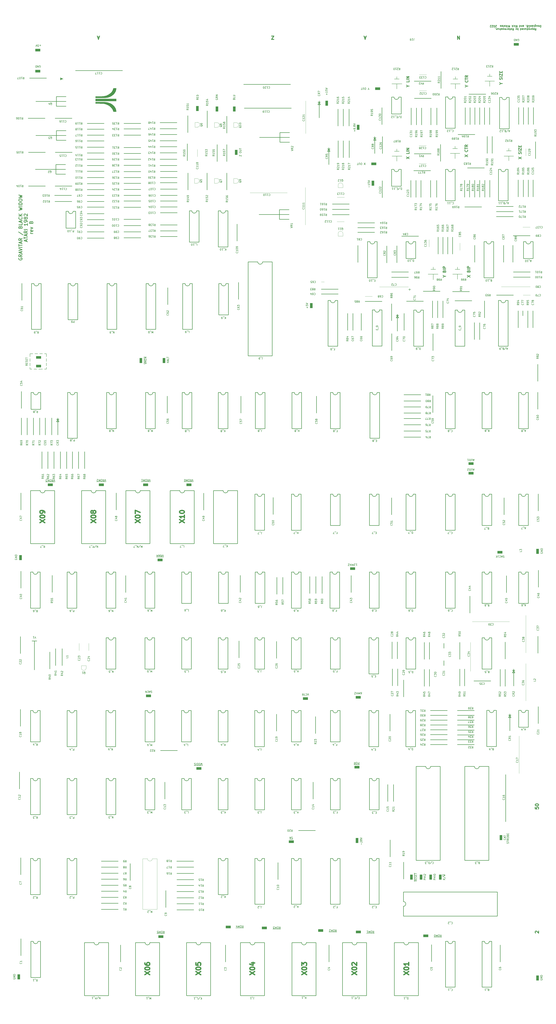
<source format=gbr>
%TF.GenerationSoftware,KiCad,Pcbnew,(6.0.1-0)*%
%TF.CreationDate,2022-02-08T12:45:50-05:00*%
%TF.ProjectId,atari_gravitar_black_widow,61746172-695f-4677-9261-76697461725f,rev?*%
%TF.SameCoordinates,Original*%
%TF.FileFunction,Legend,Top*%
%TF.FilePolarity,Positive*%
%FSLAX46Y46*%
G04 Gerber Fmt 4.6, Leading zero omitted, Abs format (unit mm)*
G04 Created by KiCad (PCBNEW (6.0.1-0)) date 2022-02-08 12:45:50*
%MOMM*%
%LPD*%
G01*
G04 APERTURE LIST*
%ADD10C,0.150000*%
%ADD11C,0.635000*%
%ADD12C,0.300000*%
%ADD13C,0.444500*%
%ADD14C,0.248000*%
%ADD15C,0.203200*%
%ADD16C,0.254000*%
%ADD17C,0.120000*%
%ADD18C,0.152400*%
%ADD19C,0.100000*%
%ADD20C,0.149860*%
G04 APERTURE END LIST*
D10*
X55880000Y-201168000D02*
X55880000Y-202692000D01*
X47244000Y-209296000D02*
X48260000Y-209296000D01*
X257302000Y-159258000D02*
X262509000Y-159258000D01*
X55880000Y-205994000D02*
X55880000Y-207518000D01*
X54864000Y-201168000D02*
X55880000Y-201168000D01*
X302387000Y-97028000D02*
X297307000Y-97028000D01*
X289814000Y-57531000D02*
X289814000Y-60198000D01*
X55880000Y-209296000D02*
X54864000Y-209296000D01*
X259969000Y-162179000D02*
X259969000Y-159258000D01*
X274066000Y-95631000D02*
X268986000Y-95631000D01*
X275336000Y-159258000D02*
X270256000Y-159258000D01*
X47244000Y-207518000D02*
X47244000Y-205994000D01*
X299847000Y-99441000D02*
X299847000Y-97028000D01*
X55880000Y-208280000D02*
X55880000Y-209296000D01*
X49784000Y-201168000D02*
X51308000Y-201168000D01*
X49276000Y-209296000D02*
X50800000Y-209296000D01*
X292354000Y-57531000D02*
X287274000Y-57531000D01*
X47244000Y-201168000D02*
X48260000Y-201168000D01*
X272796000Y-161925000D02*
X272796000Y-159258000D01*
X240792000Y-99695000D02*
X240792000Y-97028000D01*
X243459000Y-58928000D02*
X238125000Y-58928000D01*
X48260000Y-201168000D02*
X48768000Y-201168000D01*
X274193000Y-58928000D02*
X269113000Y-58928000D01*
X271653000Y-61595000D02*
X271653000Y-58928000D01*
X243459000Y-97028000D02*
X238252000Y-97028000D01*
X52324000Y-201168000D02*
X53848000Y-201168000D01*
X47244000Y-209296000D02*
X47244000Y-208280000D01*
X55880000Y-203708000D02*
X55880000Y-205232000D01*
X271526000Y-98298000D02*
X271526000Y-95631000D01*
X47244000Y-205232000D02*
X47244000Y-203708000D01*
X240792000Y-61595000D02*
X240792000Y-58928000D01*
X47244000Y-202692000D02*
X47244000Y-201168000D01*
X51816000Y-209296000D02*
X53848000Y-209296000D01*
X120467380Y-205970000D02*
X119467380Y-205970000D01*
X119943571Y-205970000D02*
X119943571Y-205398571D01*
X120467380Y-205398571D02*
X119467380Y-205398571D01*
X120181666Y-204970000D02*
X120181666Y-204493809D01*
X120467380Y-205065238D02*
X119467380Y-204731904D01*
X120467380Y-204398571D01*
X120467380Y-203589047D02*
X120467380Y-204065238D01*
X119467380Y-204065238D01*
X119467380Y-203398571D02*
X119467380Y-202827142D01*
X120467380Y-203112857D02*
X119467380Y-203112857D01*
D11*
X107829047Y-528537714D02*
X110369047Y-526844380D01*
X107829047Y-526844380D02*
X110369047Y-528537714D01*
X107829047Y-525392952D02*
X107829047Y-525151047D01*
X107950000Y-524909142D01*
X108070952Y-524788190D01*
X108312857Y-524667238D01*
X108796666Y-524546285D01*
X109401428Y-524546285D01*
X109885238Y-524667238D01*
X110127142Y-524788190D01*
X110248095Y-524909142D01*
X110369047Y-525151047D01*
X110369047Y-525392952D01*
X110248095Y-525634857D01*
X110127142Y-525755809D01*
X109885238Y-525876761D01*
X109401428Y-525997714D01*
X108796666Y-525997714D01*
X108312857Y-525876761D01*
X108070952Y-525755809D01*
X107950000Y-525634857D01*
X107829047Y-525392952D01*
X107829047Y-522369142D02*
X107829047Y-522852952D01*
X107950000Y-523094857D01*
X108070952Y-523215809D01*
X108433809Y-523457714D01*
X108917619Y-523578666D01*
X109885238Y-523578666D01*
X110127142Y-523457714D01*
X110248095Y-523336761D01*
X110369047Y-523094857D01*
X110369047Y-522611047D01*
X110248095Y-522369142D01*
X110127142Y-522248190D01*
X109885238Y-522127238D01*
X109280476Y-522127238D01*
X109038571Y-522248190D01*
X108917619Y-522369142D01*
X108796666Y-522611047D01*
X108796666Y-523094857D01*
X108917619Y-523336761D01*
X109038571Y-523457714D01*
X109280476Y-523578666D01*
D10*
X264453428Y-508703000D02*
X263453428Y-508703000D01*
X263643904Y-507420619D02*
X263977238Y-507896809D01*
X264215333Y-507420619D02*
X264215333Y-508420619D01*
X263834380Y-508420619D01*
X263739142Y-508373000D01*
X263691523Y-508325380D01*
X263643904Y-508230142D01*
X263643904Y-508087285D01*
X263691523Y-507992047D01*
X263739142Y-507944428D01*
X263834380Y-507896809D01*
X264215333Y-507896809D01*
X263453428Y-508703000D02*
X262405809Y-508703000D01*
X263024857Y-508420619D02*
X262834380Y-508420619D01*
X262739142Y-508373000D01*
X262643904Y-508277761D01*
X262596285Y-508087285D01*
X262596285Y-507753952D01*
X262643904Y-507563476D01*
X262739142Y-507468238D01*
X262834380Y-507420619D01*
X263024857Y-507420619D01*
X263120095Y-507468238D01*
X263215333Y-507563476D01*
X263262952Y-507753952D01*
X263262952Y-508087285D01*
X263215333Y-508277761D01*
X263120095Y-508373000D01*
X263024857Y-508420619D01*
X262405809Y-508703000D02*
X261262952Y-508703000D01*
X262167714Y-507420619D02*
X262167714Y-508420619D01*
X261834380Y-507706333D01*
X261501047Y-508420619D01*
X261501047Y-507420619D01*
X261262952Y-508703000D02*
X260310571Y-508703000D01*
X260834380Y-508420619D02*
X260739142Y-508420619D01*
X260643904Y-508373000D01*
X260596285Y-508325380D01*
X260548666Y-508230142D01*
X260501047Y-508039666D01*
X260501047Y-507801571D01*
X260548666Y-507611095D01*
X260596285Y-507515857D01*
X260643904Y-507468238D01*
X260739142Y-507420619D01*
X260834380Y-507420619D01*
X260929619Y-507468238D01*
X260977238Y-507515857D01*
X261024857Y-507611095D01*
X261072476Y-507801571D01*
X261072476Y-508039666D01*
X261024857Y-508230142D01*
X260977238Y-508325380D01*
X260929619Y-508373000D01*
X260834380Y-508420619D01*
X203779428Y-64753904D02*
X203779428Y-63992000D01*
X204160380Y-64372952D02*
X203398476Y-64372952D01*
X204160380Y-62992000D02*
X204160380Y-63563428D01*
X204160380Y-63277714D02*
X203160380Y-63277714D01*
X203303238Y-63372952D01*
X203398476Y-63468190D01*
X203446095Y-63563428D01*
X203160380Y-62087238D02*
X203160380Y-62563428D01*
X203636571Y-62611047D01*
X203588952Y-62563428D01*
X203541333Y-62468190D01*
X203541333Y-62230095D01*
X203588952Y-62134857D01*
X203636571Y-62087238D01*
X203731809Y-62039619D01*
X203969904Y-62039619D01*
X204065142Y-62087238D01*
X204112761Y-62134857D01*
X204160380Y-62230095D01*
X204160380Y-62468190D01*
X204112761Y-62563428D01*
X204065142Y-62611047D01*
X203160380Y-61753904D02*
X204160380Y-61420571D01*
X203160380Y-61087238D01*
X45918380Y-206811380D02*
X45442190Y-207144714D01*
X45918380Y-207382809D02*
X44918380Y-207382809D01*
X44918380Y-207001857D01*
X44966000Y-206906619D01*
X45013619Y-206859000D01*
X45108857Y-206811380D01*
X45251714Y-206811380D01*
X45346952Y-206859000D01*
X45394571Y-206906619D01*
X45442190Y-207001857D01*
X45442190Y-207382809D01*
X45394571Y-206382809D02*
X45394571Y-206049476D01*
X45918380Y-205906619D02*
X45918380Y-206382809D01*
X44918380Y-206382809D01*
X44918380Y-205906619D01*
X45870761Y-205525666D02*
X45918380Y-205382809D01*
X45918380Y-205144714D01*
X45870761Y-205049476D01*
X45823142Y-205001857D01*
X45727904Y-204954238D01*
X45632666Y-204954238D01*
X45537428Y-205001857D01*
X45489809Y-205049476D01*
X45442190Y-205144714D01*
X45394571Y-205335190D01*
X45346952Y-205430428D01*
X45299333Y-205478047D01*
X45204095Y-205525666D01*
X45108857Y-205525666D01*
X45013619Y-205478047D01*
X44966000Y-205430428D01*
X44918380Y-205335190D01*
X44918380Y-205097095D01*
X44966000Y-204954238D01*
X45394571Y-204525666D02*
X45394571Y-204192333D01*
X45918380Y-204049476D02*
X45918380Y-204525666D01*
X44918380Y-204525666D01*
X44918380Y-204049476D01*
X44918380Y-203763761D02*
X44918380Y-203192333D01*
X45918380Y-203478047D02*
X44918380Y-203478047D01*
D12*
X276673571Y-97376857D02*
X278173571Y-96376857D01*
X276673571Y-96376857D02*
X278173571Y-97376857D01*
X278030714Y-93805428D02*
X278102142Y-93876857D01*
X278173571Y-94091142D01*
X278173571Y-94234000D01*
X278102142Y-94448285D01*
X277959285Y-94591142D01*
X277816428Y-94662571D01*
X277530714Y-94734000D01*
X277316428Y-94734000D01*
X277030714Y-94662571D01*
X276887857Y-94591142D01*
X276745000Y-94448285D01*
X276673571Y-94234000D01*
X276673571Y-94091142D01*
X276745000Y-93876857D01*
X276816428Y-93805428D01*
X276673571Y-93376857D02*
X276673571Y-92519714D01*
X278173571Y-92948285D02*
X276673571Y-92948285D01*
X278173571Y-91162571D02*
X277459285Y-91662571D01*
X278173571Y-92019714D02*
X276673571Y-92019714D01*
X276673571Y-91448285D01*
X276745000Y-91305428D01*
X276816428Y-91234000D01*
X276959285Y-91162571D01*
X277173571Y-91162571D01*
X277316428Y-91234000D01*
X277387857Y-91305428D01*
X277459285Y-91448285D01*
X277459285Y-92019714D01*
D10*
X159932428Y-503877000D02*
X158932428Y-503877000D01*
X159122904Y-502594619D02*
X159456238Y-503070809D01*
X159694333Y-502594619D02*
X159694333Y-503594619D01*
X159313380Y-503594619D01*
X159218142Y-503547000D01*
X159170523Y-503499380D01*
X159122904Y-503404142D01*
X159122904Y-503261285D01*
X159170523Y-503166047D01*
X159218142Y-503118428D01*
X159313380Y-503070809D01*
X159694333Y-503070809D01*
X158932428Y-503877000D02*
X157884809Y-503877000D01*
X158503857Y-503594619D02*
X158313380Y-503594619D01*
X158218142Y-503547000D01*
X158122904Y-503451761D01*
X158075285Y-503261285D01*
X158075285Y-502927952D01*
X158122904Y-502737476D01*
X158218142Y-502642238D01*
X158313380Y-502594619D01*
X158503857Y-502594619D01*
X158599095Y-502642238D01*
X158694333Y-502737476D01*
X158741952Y-502927952D01*
X158741952Y-503261285D01*
X158694333Y-503451761D01*
X158599095Y-503547000D01*
X158503857Y-503594619D01*
X157884809Y-503877000D02*
X156741952Y-503877000D01*
X157646714Y-502594619D02*
X157646714Y-503594619D01*
X157313380Y-502880333D01*
X156980047Y-503594619D01*
X156980047Y-502594619D01*
X156741952Y-503877000D02*
X155789571Y-503877000D01*
X156075285Y-503261285D02*
X156075285Y-502594619D01*
X156313380Y-503642238D02*
X156551476Y-502927952D01*
X155932428Y-502927952D01*
X225837523Y-61491809D02*
X225837523Y-61015619D01*
X226170857Y-62015619D02*
X225837523Y-61491809D01*
X225504190Y-62015619D01*
X224218476Y-62015619D02*
X224028000Y-62015619D01*
X223932761Y-61968000D01*
X223837523Y-61872761D01*
X223789904Y-61682285D01*
X223789904Y-61348952D01*
X223837523Y-61158476D01*
X223932761Y-61063238D01*
X224028000Y-61015619D01*
X224218476Y-61015619D01*
X224313714Y-61063238D01*
X224408952Y-61158476D01*
X224456571Y-61348952D01*
X224456571Y-61682285D01*
X224408952Y-61872761D01*
X224313714Y-61968000D01*
X224218476Y-62015619D01*
X223361333Y-62015619D02*
X223361333Y-61206095D01*
X223313714Y-61110857D01*
X223266095Y-61063238D01*
X223170857Y-61015619D01*
X222980380Y-61015619D01*
X222885142Y-61063238D01*
X222837523Y-61110857D01*
X222789904Y-61206095D01*
X222789904Y-62015619D01*
X222456571Y-62015619D02*
X221885142Y-62015619D01*
X222170857Y-61015619D02*
X222170857Y-62015619D01*
X226131428Y-113521904D02*
X226131428Y-112760000D01*
X226512380Y-111760000D02*
X226512380Y-112331428D01*
X226512380Y-112045714D02*
X225512380Y-112045714D01*
X225655238Y-112140952D01*
X225750476Y-112236190D01*
X225798095Y-112331428D01*
X225512380Y-110855238D02*
X225512380Y-111331428D01*
X225988571Y-111379047D01*
X225940952Y-111331428D01*
X225893333Y-111236190D01*
X225893333Y-110998095D01*
X225940952Y-110902857D01*
X225988571Y-110855238D01*
X226083809Y-110807619D01*
X226321904Y-110807619D01*
X226417142Y-110855238D01*
X226464761Y-110902857D01*
X226512380Y-110998095D01*
X226512380Y-111236190D01*
X226464761Y-111331428D01*
X226417142Y-111379047D01*
X225512380Y-110521904D02*
X226512380Y-110188571D01*
X225512380Y-109855238D01*
X157694380Y-97138857D02*
X157694380Y-96472190D01*
X158694380Y-97138857D01*
X158694380Y-96472190D01*
X157694380Y-95138857D02*
X157694380Y-94948380D01*
X157742000Y-94853142D01*
X157837238Y-94757904D01*
X158027714Y-94710285D01*
X158361047Y-94710285D01*
X158551523Y-94757904D01*
X158646761Y-94853142D01*
X158694380Y-94948380D01*
X158694380Y-95138857D01*
X158646761Y-95234095D01*
X158551523Y-95329333D01*
X158361047Y-95376952D01*
X158027714Y-95376952D01*
X157837238Y-95329333D01*
X157742000Y-95234095D01*
X157694380Y-95138857D01*
X157694380Y-94281714D02*
X158503904Y-94281714D01*
X158599142Y-94234095D01*
X158646761Y-94186476D01*
X158694380Y-94091238D01*
X158694380Y-93900761D01*
X158646761Y-93805523D01*
X158599142Y-93757904D01*
X158503904Y-93710285D01*
X157694380Y-93710285D01*
X157694380Y-93376952D02*
X157694380Y-92805523D01*
X158694380Y-93091238D02*
X157694380Y-93091238D01*
D13*
X313901666Y-506476000D02*
X313817000Y-506391333D01*
X313732333Y-506222000D01*
X313732333Y-505798666D01*
X313817000Y-505629333D01*
X313901666Y-505544666D01*
X314071000Y-505460000D01*
X314240333Y-505460000D01*
X314494333Y-505544666D01*
X315510333Y-506560666D01*
X315510333Y-505460000D01*
D11*
X217049047Y-528537714D02*
X219589047Y-526844380D01*
X217049047Y-526844380D02*
X219589047Y-528537714D01*
X217049047Y-525392952D02*
X217049047Y-525151047D01*
X217170000Y-524909142D01*
X217290952Y-524788190D01*
X217532857Y-524667238D01*
X218016666Y-524546285D01*
X218621428Y-524546285D01*
X219105238Y-524667238D01*
X219347142Y-524788190D01*
X219468095Y-524909142D01*
X219589047Y-525151047D01*
X219589047Y-525392952D01*
X219468095Y-525634857D01*
X219347142Y-525755809D01*
X219105238Y-525876761D01*
X218621428Y-525997714D01*
X218016666Y-525997714D01*
X217532857Y-525876761D01*
X217290952Y-525755809D01*
X217170000Y-525634857D01*
X217049047Y-525392952D01*
X217290952Y-523578666D02*
X217170000Y-523457714D01*
X217049047Y-523215809D01*
X217049047Y-522611047D01*
X217170000Y-522369142D01*
X217290952Y-522248190D01*
X217532857Y-522127238D01*
X217774761Y-522127238D01*
X218137619Y-522248190D01*
X219589047Y-523699619D01*
X219589047Y-522127238D01*
X79381047Y-290285714D02*
X81921047Y-288592380D01*
X79381047Y-288592380D02*
X81921047Y-290285714D01*
X79381047Y-287140952D02*
X79381047Y-286899047D01*
X79502000Y-286657142D01*
X79622952Y-286536190D01*
X79864857Y-286415238D01*
X80348666Y-286294285D01*
X80953428Y-286294285D01*
X81437238Y-286415238D01*
X81679142Y-286536190D01*
X81800095Y-286657142D01*
X81921047Y-286899047D01*
X81921047Y-287140952D01*
X81800095Y-287382857D01*
X81679142Y-287503809D01*
X81437238Y-287624761D01*
X80953428Y-287745714D01*
X80348666Y-287745714D01*
X79864857Y-287624761D01*
X79622952Y-287503809D01*
X79502000Y-287382857D01*
X79381047Y-287140952D01*
X80469619Y-284842857D02*
X80348666Y-285084761D01*
X80227714Y-285205714D01*
X79985809Y-285326666D01*
X79864857Y-285326666D01*
X79622952Y-285205714D01*
X79502000Y-285084761D01*
X79381047Y-284842857D01*
X79381047Y-284359047D01*
X79502000Y-284117142D01*
X79622952Y-283996190D01*
X79864857Y-283875238D01*
X79985809Y-283875238D01*
X80227714Y-283996190D01*
X80348666Y-284117142D01*
X80469619Y-284359047D01*
X80469619Y-284842857D01*
X80590571Y-285084761D01*
X80711523Y-285205714D01*
X80953428Y-285326666D01*
X81437238Y-285326666D01*
X81679142Y-285205714D01*
X81800095Y-285084761D01*
X81921047Y-284842857D01*
X81921047Y-284359047D01*
X81800095Y-284117142D01*
X81679142Y-283996190D01*
X81437238Y-283875238D01*
X80953428Y-283875238D01*
X80711523Y-283996190D01*
X80590571Y-284117142D01*
X80469619Y-284359047D01*
D10*
X316746000Y-305942904D02*
X316698380Y-306038142D01*
X316698380Y-306181000D01*
X316746000Y-306323857D01*
X316841238Y-306419095D01*
X316936476Y-306466714D01*
X317126952Y-306514333D01*
X317269809Y-306514333D01*
X317460285Y-306466714D01*
X317555523Y-306419095D01*
X317650761Y-306323857D01*
X317698380Y-306181000D01*
X317698380Y-306085761D01*
X317650761Y-305942904D01*
X317603142Y-305895285D01*
X317269809Y-305895285D01*
X317269809Y-306085761D01*
X317698380Y-305466714D02*
X316698380Y-305466714D01*
X317698380Y-304895285D01*
X316698380Y-304895285D01*
X317698380Y-304419095D02*
X316698380Y-304419095D01*
X316698380Y-304181000D01*
X316746000Y-304038142D01*
X316841238Y-303942904D01*
X316936476Y-303895285D01*
X317126952Y-303847666D01*
X317269809Y-303847666D01*
X317460285Y-303895285D01*
X317555523Y-303942904D01*
X317650761Y-304038142D01*
X317698380Y-304181000D01*
X317698380Y-304419095D01*
X261183380Y-478512000D02*
X260183380Y-478512000D01*
X260183380Y-478131047D01*
X260231000Y-478035809D01*
X260278619Y-477988190D01*
X260373857Y-477940571D01*
X260516714Y-477940571D01*
X260611952Y-477988190D01*
X260659571Y-478035809D01*
X260707190Y-478131047D01*
X260707190Y-478512000D01*
X261183380Y-477512000D02*
X260183380Y-477512000D01*
X260659571Y-477512000D02*
X260659571Y-476940571D01*
X261183380Y-476940571D02*
X260183380Y-476940571D01*
X261183380Y-476464380D02*
X260183380Y-476464380D01*
X260183380Y-475797714D02*
X260183380Y-475702476D01*
X260231000Y-475607238D01*
X260278619Y-475559619D01*
X260373857Y-475512000D01*
X260564333Y-475464380D01*
X260802428Y-475464380D01*
X260992904Y-475512000D01*
X261088142Y-475559619D01*
X261135761Y-475607238D01*
X261183380Y-475702476D01*
X261183380Y-475797714D01*
X261135761Y-475892952D01*
X261088142Y-475940571D01*
X260992904Y-475988190D01*
X260802428Y-476035809D01*
X260564333Y-476035809D01*
X260373857Y-475988190D01*
X260278619Y-475940571D01*
X260231000Y-475892952D01*
X260183380Y-475797714D01*
X281519095Y-262088333D02*
X281042904Y-262088333D01*
X281614333Y-261802619D02*
X281281000Y-262802619D01*
X280947666Y-261802619D01*
X280614333Y-262802619D02*
X280614333Y-261993095D01*
X280566714Y-261897857D01*
X280519095Y-261850238D01*
X280423857Y-261802619D01*
X280233380Y-261802619D01*
X280138142Y-261850238D01*
X280090523Y-261897857D01*
X280042904Y-261993095D01*
X280042904Y-262802619D01*
X279566714Y-261802619D02*
X279566714Y-262802619D01*
X279328619Y-262802619D01*
X279185761Y-262755000D01*
X279090523Y-262659761D01*
X279042904Y-262564523D01*
X278995285Y-262374047D01*
X278995285Y-262231190D01*
X279042904Y-262040714D01*
X279090523Y-261945476D01*
X279185761Y-261850238D01*
X279328619Y-261802619D01*
X279566714Y-261802619D01*
X278614333Y-262707380D02*
X278566714Y-262755000D01*
X278471476Y-262802619D01*
X278233380Y-262802619D01*
X278138142Y-262755000D01*
X278090523Y-262707380D01*
X278042904Y-262612142D01*
X278042904Y-262516904D01*
X278090523Y-262374047D01*
X278661952Y-261802619D01*
X278042904Y-261802619D01*
X110831000Y-268673000D02*
X109973857Y-268673000D01*
X110735761Y-268390619D02*
X110402428Y-267390619D01*
X110069095Y-268390619D01*
X109973857Y-268673000D02*
X108973857Y-268673000D01*
X109164333Y-267390619D02*
X109497666Y-267866809D01*
X109735761Y-267390619D02*
X109735761Y-268390619D01*
X109354809Y-268390619D01*
X109259571Y-268343000D01*
X109211952Y-268295380D01*
X109164333Y-268200142D01*
X109164333Y-268057285D01*
X109211952Y-267962047D01*
X109259571Y-267914428D01*
X109354809Y-267866809D01*
X109735761Y-267866809D01*
X108973857Y-268673000D02*
X107926238Y-268673000D01*
X108545285Y-268390619D02*
X108354809Y-268390619D01*
X108259571Y-268343000D01*
X108164333Y-268247761D01*
X108116714Y-268057285D01*
X108116714Y-267723952D01*
X108164333Y-267533476D01*
X108259571Y-267438238D01*
X108354809Y-267390619D01*
X108545285Y-267390619D01*
X108640523Y-267438238D01*
X108735761Y-267533476D01*
X108783380Y-267723952D01*
X108783380Y-268057285D01*
X108735761Y-268247761D01*
X108640523Y-268343000D01*
X108545285Y-268390619D01*
X107926238Y-268673000D02*
X106783380Y-268673000D01*
X107688142Y-267390619D02*
X107688142Y-268390619D01*
X107354809Y-267676333D01*
X107021476Y-268390619D01*
X107021476Y-267390619D01*
X106783380Y-268673000D02*
X105831000Y-268673000D01*
X106021476Y-267390619D02*
X106592904Y-267390619D01*
X106307190Y-267390619D02*
X106307190Y-268390619D01*
X106402428Y-268247761D01*
X106497666Y-268152523D01*
X106592904Y-268104904D01*
X209081428Y-506036000D02*
X208081428Y-506036000D01*
X208271904Y-504753619D02*
X208605238Y-505229809D01*
X208843333Y-504753619D02*
X208843333Y-505753619D01*
X208462380Y-505753619D01*
X208367142Y-505706000D01*
X208319523Y-505658380D01*
X208271904Y-505563142D01*
X208271904Y-505420285D01*
X208319523Y-505325047D01*
X208367142Y-505277428D01*
X208462380Y-505229809D01*
X208843333Y-505229809D01*
X208081428Y-506036000D02*
X207033809Y-506036000D01*
X207652857Y-505753619D02*
X207462380Y-505753619D01*
X207367142Y-505706000D01*
X207271904Y-505610761D01*
X207224285Y-505420285D01*
X207224285Y-505086952D01*
X207271904Y-504896476D01*
X207367142Y-504801238D01*
X207462380Y-504753619D01*
X207652857Y-504753619D01*
X207748095Y-504801238D01*
X207843333Y-504896476D01*
X207890952Y-505086952D01*
X207890952Y-505420285D01*
X207843333Y-505610761D01*
X207748095Y-505706000D01*
X207652857Y-505753619D01*
X207033809Y-506036000D02*
X205890952Y-506036000D01*
X206795714Y-504753619D02*
X206795714Y-505753619D01*
X206462380Y-505039333D01*
X206129047Y-505753619D01*
X206129047Y-504753619D01*
X205890952Y-506036000D02*
X204938571Y-506036000D01*
X205700476Y-505658380D02*
X205652857Y-505706000D01*
X205557619Y-505753619D01*
X205319523Y-505753619D01*
X205224285Y-505706000D01*
X205176666Y-505658380D01*
X205129047Y-505563142D01*
X205129047Y-505467904D01*
X205176666Y-505325047D01*
X205748095Y-504753619D01*
X205129047Y-504753619D01*
X179490428Y-504512000D02*
X178490428Y-504512000D01*
X178680904Y-503229619D02*
X179014238Y-503705809D01*
X179252333Y-503229619D02*
X179252333Y-504229619D01*
X178871380Y-504229619D01*
X178776142Y-504182000D01*
X178728523Y-504134380D01*
X178680904Y-504039142D01*
X178680904Y-503896285D01*
X178728523Y-503801047D01*
X178776142Y-503753428D01*
X178871380Y-503705809D01*
X179252333Y-503705809D01*
X178490428Y-504512000D02*
X177442809Y-504512000D01*
X178061857Y-504229619D02*
X177871380Y-504229619D01*
X177776142Y-504182000D01*
X177680904Y-504086761D01*
X177633285Y-503896285D01*
X177633285Y-503562952D01*
X177680904Y-503372476D01*
X177776142Y-503277238D01*
X177871380Y-503229619D01*
X178061857Y-503229619D01*
X178157095Y-503277238D01*
X178252333Y-503372476D01*
X178299952Y-503562952D01*
X178299952Y-503896285D01*
X178252333Y-504086761D01*
X178157095Y-504182000D01*
X178061857Y-504229619D01*
X177442809Y-504512000D02*
X176299952Y-504512000D01*
X177204714Y-503229619D02*
X177204714Y-504229619D01*
X176871380Y-503515333D01*
X176538047Y-504229619D01*
X176538047Y-503229619D01*
X176299952Y-504512000D02*
X175347571Y-504512000D01*
X176157095Y-504229619D02*
X175538047Y-504229619D01*
X175871380Y-503848666D01*
X175728523Y-503848666D01*
X175633285Y-503801047D01*
X175585666Y-503753428D01*
X175538047Y-503658190D01*
X175538047Y-503420095D01*
X175585666Y-503324857D01*
X175633285Y-503277238D01*
X175728523Y-503229619D01*
X176014238Y-503229619D01*
X176109476Y-503277238D01*
X176157095Y-503324857D01*
X52974714Y-38663571D02*
X52212809Y-38663571D01*
X52593761Y-38282619D02*
X52593761Y-39044523D01*
X51260428Y-39282619D02*
X51736619Y-39282619D01*
X51784238Y-38806428D01*
X51736619Y-38854047D01*
X51641380Y-38901666D01*
X51403285Y-38901666D01*
X51308047Y-38854047D01*
X51260428Y-38806428D01*
X51212809Y-38711190D01*
X51212809Y-38473095D01*
X51260428Y-38377857D01*
X51308047Y-38330238D01*
X51403285Y-38282619D01*
X51641380Y-38282619D01*
X51736619Y-38330238D01*
X51784238Y-38377857D01*
X50927095Y-39282619D02*
X50593761Y-38282619D01*
X50260428Y-39282619D01*
X219185904Y-311967619D02*
X219757333Y-311967619D01*
X219471619Y-311967619D02*
X219471619Y-312967619D01*
X219566857Y-312824761D01*
X219662095Y-312729523D01*
X219757333Y-312681904D01*
X218804952Y-312872380D02*
X218757333Y-312920000D01*
X218662095Y-312967619D01*
X218424000Y-312967619D01*
X218328761Y-312920000D01*
X218281142Y-312872380D01*
X218233523Y-312777142D01*
X218233523Y-312681904D01*
X218281142Y-312539047D01*
X218852571Y-311967619D01*
X218233523Y-311967619D01*
X217804952Y-311967619D02*
X217804952Y-312967619D01*
X217471619Y-312253333D01*
X217138285Y-312967619D01*
X217138285Y-311967619D01*
X216662095Y-311967619D02*
X216662095Y-312967619D01*
X216662095Y-312491428D02*
X216090666Y-312491428D01*
X216090666Y-311967619D02*
X216090666Y-312967619D01*
X215709714Y-312967619D02*
X215043047Y-312967619D01*
X215709714Y-311967619D01*
X215043047Y-311967619D01*
X138302714Y-418279000D02*
X137159857Y-418279000D01*
X138159857Y-417996619D02*
X137921761Y-416996619D01*
X137731285Y-417710904D01*
X137540809Y-416996619D01*
X137302714Y-417996619D01*
X137159857Y-418279000D02*
X136159857Y-418279000D01*
X136921761Y-416996619D02*
X136921761Y-417996619D01*
X136683666Y-417996619D01*
X136540809Y-417949000D01*
X136445571Y-417853761D01*
X136397952Y-417758523D01*
X136350333Y-417568047D01*
X136350333Y-417425190D01*
X136397952Y-417234714D01*
X136445571Y-417139476D01*
X136540809Y-417044238D01*
X136683666Y-416996619D01*
X136921761Y-416996619D01*
X136159857Y-418279000D02*
X135159857Y-418279000D01*
X135921761Y-416996619D02*
X135921761Y-417996619D01*
X135683666Y-417996619D01*
X135540809Y-417949000D01*
X135445571Y-417853761D01*
X135397952Y-417758523D01*
X135350333Y-417568047D01*
X135350333Y-417425190D01*
X135397952Y-417234714D01*
X135445571Y-417139476D01*
X135540809Y-417044238D01*
X135683666Y-416996619D01*
X135921761Y-416996619D01*
X135159857Y-418279000D02*
X134683666Y-418279000D01*
X134921761Y-416996619D02*
X134921761Y-417996619D01*
X134683666Y-418279000D02*
X133731285Y-418279000D01*
X134493190Y-417044238D02*
X134350333Y-416996619D01*
X134112238Y-416996619D01*
X134017000Y-417044238D01*
X133969380Y-417091857D01*
X133921761Y-417187095D01*
X133921761Y-417282333D01*
X133969380Y-417377571D01*
X134017000Y-417425190D01*
X134112238Y-417472809D01*
X134302714Y-417520428D01*
X134397952Y-417568047D01*
X134445571Y-417615666D01*
X134493190Y-417710904D01*
X134493190Y-417806142D01*
X134445571Y-417901380D01*
X134397952Y-417949000D01*
X134302714Y-417996619D01*
X134064619Y-417996619D01*
X133921761Y-417949000D01*
D11*
X163201047Y-528537714D02*
X165741047Y-526844380D01*
X163201047Y-526844380D02*
X165741047Y-528537714D01*
X163201047Y-525392952D02*
X163201047Y-525151047D01*
X163322000Y-524909142D01*
X163442952Y-524788190D01*
X163684857Y-524667238D01*
X164168666Y-524546285D01*
X164773428Y-524546285D01*
X165257238Y-524667238D01*
X165499142Y-524788190D01*
X165620095Y-524909142D01*
X165741047Y-525151047D01*
X165741047Y-525392952D01*
X165620095Y-525634857D01*
X165499142Y-525755809D01*
X165257238Y-525876761D01*
X164773428Y-525997714D01*
X164168666Y-525997714D01*
X163684857Y-525876761D01*
X163442952Y-525755809D01*
X163322000Y-525634857D01*
X163201047Y-525392952D01*
X164047714Y-522369142D02*
X165741047Y-522369142D01*
X163080095Y-522973904D02*
X164894380Y-523578666D01*
X164894380Y-522006285D01*
D10*
X281519095Y-257008333D02*
X281042904Y-257008333D01*
X281614333Y-256722619D02*
X281281000Y-257722619D01*
X280947666Y-256722619D01*
X280614333Y-257722619D02*
X280614333Y-256913095D01*
X280566714Y-256817857D01*
X280519095Y-256770238D01*
X280423857Y-256722619D01*
X280233380Y-256722619D01*
X280138142Y-256770238D01*
X280090523Y-256817857D01*
X280042904Y-256913095D01*
X280042904Y-257722619D01*
X279566714Y-256722619D02*
X279566714Y-257722619D01*
X279328619Y-257722619D01*
X279185761Y-257675000D01*
X279090523Y-257579761D01*
X279042904Y-257484523D01*
X278995285Y-257294047D01*
X278995285Y-257151190D01*
X279042904Y-256960714D01*
X279090523Y-256865476D01*
X279185761Y-256770238D01*
X279328619Y-256722619D01*
X279566714Y-256722619D01*
X278042904Y-256722619D02*
X278614333Y-256722619D01*
X278328619Y-256722619D02*
X278328619Y-257722619D01*
X278423857Y-257579761D01*
X278519095Y-257484523D01*
X278614333Y-257436904D01*
X297394047Y-307697238D02*
X297251190Y-307649619D01*
X297013095Y-307649619D01*
X296917857Y-307697238D01*
X296870238Y-307744857D01*
X296822619Y-307840095D01*
X296822619Y-307935333D01*
X296870238Y-308030571D01*
X296917857Y-308078190D01*
X297013095Y-308125809D01*
X297203571Y-308173428D01*
X297298809Y-308221047D01*
X297346428Y-308268666D01*
X297394047Y-308363904D01*
X297394047Y-308459142D01*
X297346428Y-308554380D01*
X297298809Y-308602000D01*
X297203571Y-308649619D01*
X296965476Y-308649619D01*
X296822619Y-308602000D01*
X296441666Y-307935333D02*
X295965476Y-307935333D01*
X296536904Y-307649619D02*
X296203571Y-308649619D01*
X295870238Y-307649619D01*
X294965476Y-307744857D02*
X295013095Y-307697238D01*
X295155952Y-307649619D01*
X295251190Y-307649619D01*
X295394047Y-307697238D01*
X295489285Y-307792476D01*
X295536904Y-307887714D01*
X295584523Y-308078190D01*
X295584523Y-308221047D01*
X295536904Y-308411523D01*
X295489285Y-308506761D01*
X295394047Y-308602000D01*
X295251190Y-308649619D01*
X295155952Y-308649619D01*
X295013095Y-308602000D01*
X294965476Y-308554380D01*
X294060714Y-307649619D02*
X294536904Y-307649619D01*
X294536904Y-308649619D01*
X293727380Y-307649619D02*
X293727380Y-308649619D01*
X293155952Y-307649619D02*
X293584523Y-308221047D01*
X293155952Y-308649619D02*
X293727380Y-308078190D01*
D11*
X244481047Y-528537714D02*
X247021047Y-526844380D01*
X244481047Y-526844380D02*
X247021047Y-528537714D01*
X244481047Y-525392952D02*
X244481047Y-525151047D01*
X244602000Y-524909142D01*
X244722952Y-524788190D01*
X244964857Y-524667238D01*
X245448666Y-524546285D01*
X246053428Y-524546285D01*
X246537238Y-524667238D01*
X246779142Y-524788190D01*
X246900095Y-524909142D01*
X247021047Y-525151047D01*
X247021047Y-525392952D01*
X246900095Y-525634857D01*
X246779142Y-525755809D01*
X246537238Y-525876761D01*
X246053428Y-525997714D01*
X245448666Y-525997714D01*
X244964857Y-525876761D01*
X244722952Y-525755809D01*
X244602000Y-525634857D01*
X244481047Y-525392952D01*
X247021047Y-522127238D02*
X247021047Y-523578666D01*
X247021047Y-522852952D02*
X244481047Y-522852952D01*
X244843904Y-523094857D01*
X245085809Y-523336761D01*
X245206761Y-523578666D01*
D10*
X193492428Y-177180714D02*
X193492428Y-176418809D01*
X193873380Y-176799761D02*
X193111476Y-176799761D01*
X192873380Y-175466428D02*
X192873380Y-175942619D01*
X193349571Y-175990238D01*
X193301952Y-175942619D01*
X193254333Y-175847380D01*
X193254333Y-175609285D01*
X193301952Y-175514047D01*
X193349571Y-175466428D01*
X193444809Y-175418809D01*
X193682904Y-175418809D01*
X193778142Y-175466428D01*
X193825761Y-175514047D01*
X193873380Y-175609285D01*
X193873380Y-175847380D01*
X193825761Y-175942619D01*
X193778142Y-175990238D01*
X192873380Y-175133095D02*
X193873380Y-174799761D01*
X192873380Y-174466428D01*
X249995000Y-479400904D02*
X249995000Y-478400904D01*
X251277380Y-478591380D02*
X250801190Y-478924714D01*
X251277380Y-479162809D02*
X250277380Y-479162809D01*
X250277380Y-478781857D01*
X250325000Y-478686619D01*
X250372619Y-478639000D01*
X250467857Y-478591380D01*
X250610714Y-478591380D01*
X250705952Y-478639000D01*
X250753571Y-478686619D01*
X250801190Y-478781857D01*
X250801190Y-479162809D01*
X249995000Y-478400904D02*
X249995000Y-477496142D01*
X250753571Y-478162809D02*
X250753571Y-477829476D01*
X251277380Y-477686619D02*
X251277380Y-478162809D01*
X250277380Y-478162809D01*
X250277380Y-477686619D01*
X249995000Y-477496142D02*
X249995000Y-476543761D01*
X251229761Y-477305666D02*
X251277380Y-477162809D01*
X251277380Y-476924714D01*
X251229761Y-476829476D01*
X251182142Y-476781857D01*
X251086904Y-476734238D01*
X250991666Y-476734238D01*
X250896428Y-476781857D01*
X250848809Y-476829476D01*
X250801190Y-476924714D01*
X250753571Y-477115190D01*
X250705952Y-477210428D01*
X250658333Y-477258047D01*
X250563095Y-477305666D01*
X250467857Y-477305666D01*
X250372619Y-477258047D01*
X250325000Y-477210428D01*
X250277380Y-477115190D01*
X250277380Y-476877095D01*
X250325000Y-476734238D01*
X249995000Y-476543761D02*
X249995000Y-475639000D01*
X250753571Y-476305666D02*
X250753571Y-475972333D01*
X251277380Y-475829476D02*
X251277380Y-476305666D01*
X250277380Y-476305666D01*
X250277380Y-475829476D01*
X249995000Y-475639000D02*
X249995000Y-474877095D01*
X250277380Y-475543761D02*
X250277380Y-474972333D01*
X251277380Y-475258047D02*
X250277380Y-475258047D01*
X133437000Y-268673000D02*
X132579857Y-268673000D01*
X133341761Y-268390619D02*
X133008428Y-267390619D01*
X132675095Y-268390619D01*
X132579857Y-268673000D02*
X131579857Y-268673000D01*
X131770333Y-267390619D02*
X132103666Y-267866809D01*
X132341761Y-267390619D02*
X132341761Y-268390619D01*
X131960809Y-268390619D01*
X131865571Y-268343000D01*
X131817952Y-268295380D01*
X131770333Y-268200142D01*
X131770333Y-268057285D01*
X131817952Y-267962047D01*
X131865571Y-267914428D01*
X131960809Y-267866809D01*
X132341761Y-267866809D01*
X131579857Y-268673000D02*
X130532238Y-268673000D01*
X131151285Y-268390619D02*
X130960809Y-268390619D01*
X130865571Y-268343000D01*
X130770333Y-268247761D01*
X130722714Y-268057285D01*
X130722714Y-267723952D01*
X130770333Y-267533476D01*
X130865571Y-267438238D01*
X130960809Y-267390619D01*
X131151285Y-267390619D01*
X131246523Y-267438238D01*
X131341761Y-267533476D01*
X131389380Y-267723952D01*
X131389380Y-268057285D01*
X131341761Y-268247761D01*
X131246523Y-268343000D01*
X131151285Y-268390619D01*
X130532238Y-268673000D02*
X129389380Y-268673000D01*
X130294142Y-267390619D02*
X130294142Y-268390619D01*
X129960809Y-267676333D01*
X129627476Y-268390619D01*
X129627476Y-267390619D01*
X129389380Y-268673000D02*
X128437000Y-268673000D01*
X128960809Y-268390619D02*
X128865571Y-268390619D01*
X128770333Y-268343000D01*
X128722714Y-268295380D01*
X128675095Y-268200142D01*
X128627476Y-268009666D01*
X128627476Y-267771571D01*
X128675095Y-267581095D01*
X128722714Y-267485857D01*
X128770333Y-267438238D01*
X128865571Y-267390619D01*
X128960809Y-267390619D01*
X129056047Y-267438238D01*
X129103666Y-267485857D01*
X129151285Y-267581095D01*
X129198904Y-267771571D01*
X129198904Y-268009666D01*
X129151285Y-268200142D01*
X129103666Y-268295380D01*
X129056047Y-268343000D01*
X128960809Y-268390619D01*
X221725952Y-380658619D02*
X221916428Y-380658619D01*
X222011666Y-380611000D01*
X222059285Y-380563380D01*
X222154523Y-380420523D01*
X222202142Y-380230047D01*
X222202142Y-379849095D01*
X222154523Y-379753857D01*
X222106904Y-379706238D01*
X222011666Y-379658619D01*
X221821190Y-379658619D01*
X221725952Y-379706238D01*
X221678333Y-379753857D01*
X221630714Y-379849095D01*
X221630714Y-380087190D01*
X221678333Y-380182428D01*
X221725952Y-380230047D01*
X221821190Y-380277666D01*
X222011666Y-380277666D01*
X222106904Y-380230047D01*
X222154523Y-380182428D01*
X222202142Y-380087190D01*
X221202142Y-379658619D02*
X221202142Y-380658619D01*
X220868809Y-379944333D01*
X220535476Y-380658619D01*
X220535476Y-379658619D01*
X220059285Y-379658619D02*
X220059285Y-380658619D01*
X220059285Y-380182428D02*
X219487857Y-380182428D01*
X219487857Y-379658619D02*
X219487857Y-380658619D01*
X219106904Y-380658619D02*
X218440238Y-380658619D01*
X219106904Y-379658619D01*
X218440238Y-379658619D01*
D11*
X134753047Y-528537714D02*
X137293047Y-526844380D01*
X134753047Y-526844380D02*
X137293047Y-528537714D01*
X134753047Y-525392952D02*
X134753047Y-525151047D01*
X134874000Y-524909142D01*
X134994952Y-524788190D01*
X135236857Y-524667238D01*
X135720666Y-524546285D01*
X136325428Y-524546285D01*
X136809238Y-524667238D01*
X137051142Y-524788190D01*
X137172095Y-524909142D01*
X137293047Y-525151047D01*
X137293047Y-525392952D01*
X137172095Y-525634857D01*
X137051142Y-525755809D01*
X136809238Y-525876761D01*
X136325428Y-525997714D01*
X135720666Y-525997714D01*
X135236857Y-525876761D01*
X134994952Y-525755809D01*
X134874000Y-525634857D01*
X134753047Y-525392952D01*
X134753047Y-522248190D02*
X134753047Y-523457714D01*
X135962571Y-523578666D01*
X135841619Y-523457714D01*
X135720666Y-523215809D01*
X135720666Y-522611047D01*
X135841619Y-522369142D01*
X135962571Y-522248190D01*
X136204476Y-522127238D01*
X136809238Y-522127238D01*
X137051142Y-522248190D01*
X137172095Y-522369142D01*
X137293047Y-522611047D01*
X137293047Y-523215809D01*
X137172095Y-523457714D01*
X137051142Y-523578666D01*
D10*
X224138857Y-101639619D02*
X223472190Y-100639619D01*
X223472190Y-101639619D02*
X224138857Y-100639619D01*
X222138857Y-101639619D02*
X221948380Y-101639619D01*
X221853142Y-101592000D01*
X221757904Y-101496761D01*
X221710285Y-101306285D01*
X221710285Y-100972952D01*
X221757904Y-100782476D01*
X221853142Y-100687238D01*
X221948380Y-100639619D01*
X222138857Y-100639619D01*
X222234095Y-100687238D01*
X222329333Y-100782476D01*
X222376952Y-100972952D01*
X222376952Y-101306285D01*
X222329333Y-101496761D01*
X222234095Y-101592000D01*
X222138857Y-101639619D01*
X221281714Y-101639619D02*
X221281714Y-100830095D01*
X221234095Y-100734857D01*
X221186476Y-100687238D01*
X221091238Y-100639619D01*
X220900761Y-100639619D01*
X220805523Y-100687238D01*
X220757904Y-100734857D01*
X220710285Y-100830095D01*
X220710285Y-101639619D01*
X220376952Y-101639619D02*
X219805523Y-101639619D01*
X220091238Y-100639619D02*
X220091238Y-101639619D01*
D13*
X83735333Y-34247666D02*
X82888666Y-34247666D01*
X83904666Y-33739666D02*
X83312000Y-35517666D01*
X82719333Y-33739666D01*
D11*
X102749047Y-290285714D02*
X105289047Y-288592380D01*
X102749047Y-288592380D02*
X105289047Y-290285714D01*
X102749047Y-287140952D02*
X102749047Y-286899047D01*
X102870000Y-286657142D01*
X102990952Y-286536190D01*
X103232857Y-286415238D01*
X103716666Y-286294285D01*
X104321428Y-286294285D01*
X104805238Y-286415238D01*
X105047142Y-286536190D01*
X105168095Y-286657142D01*
X105289047Y-286899047D01*
X105289047Y-287140952D01*
X105168095Y-287382857D01*
X105047142Y-287503809D01*
X104805238Y-287624761D01*
X104321428Y-287745714D01*
X103716666Y-287745714D01*
X103232857Y-287624761D01*
X102990952Y-287503809D01*
X102870000Y-287382857D01*
X102749047Y-287140952D01*
X102749047Y-285447619D02*
X102749047Y-283754285D01*
X105289047Y-284842857D01*
D12*
X265902285Y-160416571D02*
X266616571Y-160416571D01*
X265116571Y-160916571D02*
X265902285Y-160416571D01*
X265116571Y-159916571D01*
X265830857Y-157773714D02*
X265902285Y-157559428D01*
X265973714Y-157488000D01*
X266116571Y-157416571D01*
X266330857Y-157416571D01*
X266473714Y-157488000D01*
X266545142Y-157559428D01*
X266616571Y-157702285D01*
X266616571Y-158273714D01*
X265116571Y-158273714D01*
X265116571Y-157773714D01*
X265188000Y-157630857D01*
X265259428Y-157559428D01*
X265402285Y-157488000D01*
X265545142Y-157488000D01*
X265688000Y-157559428D01*
X265759428Y-157630857D01*
X265830857Y-157773714D01*
X265830857Y-158273714D01*
X266616571Y-156773714D02*
X265116571Y-156773714D01*
X266616571Y-156059428D02*
X265116571Y-156059428D01*
X265116571Y-155488000D01*
X265188000Y-155345142D01*
X265259428Y-155273714D01*
X265402285Y-155202285D01*
X265616571Y-155202285D01*
X265759428Y-155273714D01*
X265830857Y-155345142D01*
X265902285Y-155488000D01*
X265902285Y-156059428D01*
X245812571Y-98452428D02*
X247312571Y-97452428D01*
X245812571Y-97452428D02*
X247312571Y-98452428D01*
X247312571Y-95023857D02*
X247312571Y-95738142D01*
X245812571Y-95738142D01*
X247312571Y-94523857D02*
X245812571Y-94523857D01*
X247312571Y-93809571D02*
X245812571Y-93809571D01*
X247312571Y-92952428D01*
X245812571Y-92952428D01*
D10*
X145296000Y-66801904D02*
X145248380Y-66897142D01*
X145248380Y-67040000D01*
X145296000Y-67182857D01*
X145391238Y-67278095D01*
X145486476Y-67325714D01*
X145676952Y-67373333D01*
X145819809Y-67373333D01*
X146010285Y-67325714D01*
X146105523Y-67278095D01*
X146200761Y-67182857D01*
X146248380Y-67040000D01*
X146248380Y-66944761D01*
X146200761Y-66801904D01*
X146153142Y-66754285D01*
X145819809Y-66754285D01*
X145819809Y-66944761D01*
X146248380Y-65754285D02*
X145772190Y-66087619D01*
X146248380Y-66325714D02*
X145248380Y-66325714D01*
X145248380Y-65944761D01*
X145296000Y-65849523D01*
X145343619Y-65801904D01*
X145438857Y-65754285D01*
X145581714Y-65754285D01*
X145676952Y-65801904D01*
X145724571Y-65849523D01*
X145772190Y-65944761D01*
X145772190Y-66325714D01*
X146248380Y-65325714D02*
X145248380Y-65325714D01*
X146248380Y-64754285D01*
X145248380Y-64754285D01*
X107374000Y-206747809D02*
X107374000Y-205890666D01*
X107656380Y-206652571D02*
X108656380Y-206319238D01*
X107656380Y-205985904D01*
X107374000Y-205890666D02*
X107374000Y-204747809D01*
X108656380Y-205652571D02*
X107656380Y-205652571D01*
X108370666Y-205319238D01*
X107656380Y-204985904D01*
X108656380Y-204985904D01*
X107374000Y-204747809D02*
X107374000Y-203843047D01*
X108132571Y-204509714D02*
X108132571Y-204176380D01*
X108656380Y-204033523D02*
X108656380Y-204509714D01*
X107656380Y-204509714D01*
X107656380Y-204033523D01*
X107374000Y-203843047D02*
X107374000Y-202700190D01*
X108656380Y-203604952D02*
X107656380Y-203604952D01*
X108370666Y-203271619D01*
X107656380Y-202938285D01*
X108656380Y-202938285D01*
D12*
X277586285Y-60173857D02*
X278300571Y-60173857D01*
X276800571Y-60673857D02*
X277586285Y-60173857D01*
X276800571Y-59673857D01*
X278157714Y-57173857D02*
X278229142Y-57245285D01*
X278300571Y-57459571D01*
X278300571Y-57602428D01*
X278229142Y-57816714D01*
X278086285Y-57959571D01*
X277943428Y-58031000D01*
X277657714Y-58102428D01*
X277443428Y-58102428D01*
X277157714Y-58031000D01*
X277014857Y-57959571D01*
X276872000Y-57816714D01*
X276800571Y-57602428D01*
X276800571Y-57459571D01*
X276872000Y-57245285D01*
X276943428Y-57173857D01*
X276800571Y-56745285D02*
X276800571Y-55888142D01*
X278300571Y-56316714D02*
X276800571Y-56316714D01*
X278300571Y-54531000D02*
X277586285Y-55031000D01*
X278300571Y-55388142D02*
X276800571Y-55388142D01*
X276800571Y-54816714D01*
X276872000Y-54673857D01*
X276943428Y-54602428D01*
X277086285Y-54531000D01*
X277300571Y-54531000D01*
X277443428Y-54602428D01*
X277514857Y-54673857D01*
X277586285Y-54816714D01*
X277586285Y-55388142D01*
D10*
X111545476Y-378944238D02*
X111402619Y-378896619D01*
X111164523Y-378896619D01*
X111069285Y-378944238D01*
X111021666Y-378991857D01*
X110974047Y-379087095D01*
X110974047Y-379182333D01*
X111021666Y-379277571D01*
X111069285Y-379325190D01*
X111164523Y-379372809D01*
X111355000Y-379420428D01*
X111450238Y-379468047D01*
X111497857Y-379515666D01*
X111545476Y-379610904D01*
X111545476Y-379706142D01*
X111497857Y-379801380D01*
X111450238Y-379849000D01*
X111355000Y-379896619D01*
X111116904Y-379896619D01*
X110974047Y-379849000D01*
X110593095Y-379182333D02*
X110116904Y-379182333D01*
X110688333Y-378896619D02*
X110355000Y-379896619D01*
X110021666Y-378896619D01*
X109688333Y-379420428D02*
X109355000Y-379420428D01*
X109212142Y-378896619D02*
X109688333Y-378896619D01*
X109688333Y-379896619D01*
X109212142Y-379896619D01*
X108783571Y-378896619D02*
X108783571Y-379896619D01*
X108212142Y-378896619D01*
X108212142Y-379896619D01*
D11*
X126117047Y-290285714D02*
X128657047Y-288592380D01*
X126117047Y-288592380D02*
X128657047Y-290285714D01*
X128657047Y-286294285D02*
X128657047Y-287745714D01*
X128657047Y-287020000D02*
X126117047Y-287020000D01*
X126479904Y-287261904D01*
X126721809Y-287503809D01*
X126842761Y-287745714D01*
X126117047Y-284721904D02*
X126117047Y-284480000D01*
X126238000Y-284238095D01*
X126358952Y-284117142D01*
X126600857Y-283996190D01*
X127084666Y-283875238D01*
X127689428Y-283875238D01*
X128173238Y-283996190D01*
X128415142Y-284117142D01*
X128536095Y-284238095D01*
X128657047Y-284480000D01*
X128657047Y-284721904D01*
X128536095Y-284963809D01*
X128415142Y-285084761D01*
X128173238Y-285205714D01*
X127689428Y-285326666D01*
X127084666Y-285326666D01*
X126600857Y-285205714D01*
X126358952Y-285084761D01*
X126238000Y-284963809D01*
X126117047Y-284721904D01*
D10*
X154868571Y-66897142D02*
X154916190Y-66754285D01*
X154963809Y-66706666D01*
X155059047Y-66659047D01*
X155201904Y-66659047D01*
X155297142Y-66706666D01*
X155344761Y-66754285D01*
X155392380Y-66849523D01*
X155392380Y-67230476D01*
X154392380Y-67230476D01*
X154392380Y-66897142D01*
X154440000Y-66801904D01*
X154487619Y-66754285D01*
X154582857Y-66706666D01*
X154678095Y-66706666D01*
X154773333Y-66754285D01*
X154820952Y-66801904D01*
X154868571Y-66897142D01*
X154868571Y-67230476D01*
X155392380Y-65754285D02*
X155392380Y-66230476D01*
X154392380Y-66230476D01*
X154392380Y-65420952D02*
X155201904Y-65420952D01*
X155297142Y-65373333D01*
X155344761Y-65325714D01*
X155392380Y-65230476D01*
X155392380Y-65040000D01*
X155344761Y-64944761D01*
X155297142Y-64897142D01*
X155201904Y-64849523D01*
X154392380Y-64849523D01*
X316619000Y-530859904D02*
X316571380Y-530955142D01*
X316571380Y-531098000D01*
X316619000Y-531240857D01*
X316714238Y-531336095D01*
X316809476Y-531383714D01*
X316999952Y-531431333D01*
X317142809Y-531431333D01*
X317333285Y-531383714D01*
X317428523Y-531336095D01*
X317523761Y-531240857D01*
X317571380Y-531098000D01*
X317571380Y-531002761D01*
X317523761Y-530859904D01*
X317476142Y-530812285D01*
X317142809Y-530812285D01*
X317142809Y-531002761D01*
X317571380Y-530383714D02*
X316571380Y-530383714D01*
X317571380Y-529812285D01*
X316571380Y-529812285D01*
X317571380Y-529336095D02*
X316571380Y-529336095D01*
X316571380Y-529098000D01*
X316619000Y-528955142D01*
X316714238Y-528859904D01*
X316809476Y-528812285D01*
X316999952Y-528764666D01*
X317142809Y-528764666D01*
X317333285Y-528812285D01*
X317428523Y-528859904D01*
X317523761Y-528955142D01*
X317571380Y-529098000D01*
X317571380Y-529336095D01*
X52196904Y-50284000D02*
X52292142Y-50331619D01*
X52435000Y-50331619D01*
X52577857Y-50284000D01*
X52673095Y-50188761D01*
X52720714Y-50093523D01*
X52768333Y-49903047D01*
X52768333Y-49760190D01*
X52720714Y-49569714D01*
X52673095Y-49474476D01*
X52577857Y-49379238D01*
X52435000Y-49331619D01*
X52339761Y-49331619D01*
X52196904Y-49379238D01*
X52149285Y-49426857D01*
X52149285Y-49760190D01*
X52339761Y-49760190D01*
X51720714Y-49331619D02*
X51720714Y-50331619D01*
X51149285Y-49331619D01*
X51149285Y-50331619D01*
X50673095Y-49331619D02*
X50673095Y-50331619D01*
X50435000Y-50331619D01*
X50292142Y-50284000D01*
X50196904Y-50188761D01*
X50149285Y-50093523D01*
X50101666Y-49903047D01*
X50101666Y-49760190D01*
X50149285Y-49569714D01*
X50196904Y-49474476D01*
X50292142Y-49379238D01*
X50435000Y-49331619D01*
X50673095Y-49331619D01*
D12*
X304994571Y-98531714D02*
X306494571Y-97531714D01*
X304994571Y-97531714D02*
X306494571Y-98531714D01*
X306423142Y-95888857D02*
X306494571Y-95674571D01*
X306494571Y-95317428D01*
X306423142Y-95174571D01*
X306351714Y-95103142D01*
X306208857Y-95031714D01*
X306066000Y-95031714D01*
X305923142Y-95103142D01*
X305851714Y-95174571D01*
X305780285Y-95317428D01*
X305708857Y-95603142D01*
X305637428Y-95746000D01*
X305566000Y-95817428D01*
X305423142Y-95888857D01*
X305280285Y-95888857D01*
X305137428Y-95817428D01*
X305066000Y-95746000D01*
X304994571Y-95603142D01*
X304994571Y-95246000D01*
X305066000Y-95031714D01*
X306494571Y-94388857D02*
X304994571Y-94388857D01*
X304994571Y-93817428D02*
X304994571Y-92817428D01*
X306494571Y-93817428D01*
X306494571Y-92817428D01*
X305708857Y-92246000D02*
X305708857Y-91746000D01*
X306494571Y-91531714D02*
X306494571Y-92246000D01*
X304994571Y-92246000D01*
X304994571Y-91531714D01*
D10*
X87336000Y-268673000D02*
X86478857Y-268673000D01*
X87240761Y-268390619D02*
X86907428Y-267390619D01*
X86574095Y-268390619D01*
X86478857Y-268673000D02*
X85478857Y-268673000D01*
X85669333Y-267390619D02*
X86002666Y-267866809D01*
X86240761Y-267390619D02*
X86240761Y-268390619D01*
X85859809Y-268390619D01*
X85764571Y-268343000D01*
X85716952Y-268295380D01*
X85669333Y-268200142D01*
X85669333Y-268057285D01*
X85716952Y-267962047D01*
X85764571Y-267914428D01*
X85859809Y-267866809D01*
X86240761Y-267866809D01*
X85478857Y-268673000D02*
X84431238Y-268673000D01*
X85050285Y-268390619D02*
X84859809Y-268390619D01*
X84764571Y-268343000D01*
X84669333Y-268247761D01*
X84621714Y-268057285D01*
X84621714Y-267723952D01*
X84669333Y-267533476D01*
X84764571Y-267438238D01*
X84859809Y-267390619D01*
X85050285Y-267390619D01*
X85145523Y-267438238D01*
X85240761Y-267533476D01*
X85288380Y-267723952D01*
X85288380Y-268057285D01*
X85240761Y-268247761D01*
X85145523Y-268343000D01*
X85050285Y-268390619D01*
X84431238Y-268673000D02*
X83288380Y-268673000D01*
X84193142Y-267390619D02*
X84193142Y-268390619D01*
X83859809Y-267676333D01*
X83526476Y-268390619D01*
X83526476Y-267390619D01*
X83288380Y-268673000D02*
X82336000Y-268673000D01*
X83097904Y-268295380D02*
X83050285Y-268343000D01*
X82955047Y-268390619D01*
X82716952Y-268390619D01*
X82621714Y-268343000D01*
X82574095Y-268295380D01*
X82526476Y-268200142D01*
X82526476Y-268104904D01*
X82574095Y-267962047D01*
X83145523Y-267390619D01*
X82526476Y-267390619D01*
X60412000Y-268800000D02*
X59554857Y-268800000D01*
X60316761Y-268517619D02*
X59983428Y-267517619D01*
X59650095Y-268517619D01*
X59554857Y-268800000D02*
X58554857Y-268800000D01*
X58745333Y-267517619D02*
X59078666Y-267993809D01*
X59316761Y-267517619D02*
X59316761Y-268517619D01*
X58935809Y-268517619D01*
X58840571Y-268470000D01*
X58792952Y-268422380D01*
X58745333Y-268327142D01*
X58745333Y-268184285D01*
X58792952Y-268089047D01*
X58840571Y-268041428D01*
X58935809Y-267993809D01*
X59316761Y-267993809D01*
X58554857Y-268800000D02*
X57507238Y-268800000D01*
X58126285Y-268517619D02*
X57935809Y-268517619D01*
X57840571Y-268470000D01*
X57745333Y-268374761D01*
X57697714Y-268184285D01*
X57697714Y-267850952D01*
X57745333Y-267660476D01*
X57840571Y-267565238D01*
X57935809Y-267517619D01*
X58126285Y-267517619D01*
X58221523Y-267565238D01*
X58316761Y-267660476D01*
X58364380Y-267850952D01*
X58364380Y-268184285D01*
X58316761Y-268374761D01*
X58221523Y-268470000D01*
X58126285Y-268517619D01*
X57507238Y-268800000D02*
X56364380Y-268800000D01*
X57269142Y-267517619D02*
X57269142Y-268517619D01*
X56935809Y-267803333D01*
X56602476Y-268517619D01*
X56602476Y-267517619D01*
X56364380Y-268800000D02*
X55412000Y-268800000D01*
X56221523Y-268517619D02*
X55602476Y-268517619D01*
X55935809Y-268136666D01*
X55792952Y-268136666D01*
X55697714Y-268089047D01*
X55650095Y-268041428D01*
X55602476Y-267946190D01*
X55602476Y-267708095D01*
X55650095Y-267612857D01*
X55697714Y-267565238D01*
X55792952Y-267517619D01*
X56078666Y-267517619D01*
X56173904Y-267565238D01*
X56221523Y-267612857D01*
X39378000Y-309244904D02*
X39330380Y-309340142D01*
X39330380Y-309483000D01*
X39378000Y-309625857D01*
X39473238Y-309721095D01*
X39568476Y-309768714D01*
X39758952Y-309816333D01*
X39901809Y-309816333D01*
X40092285Y-309768714D01*
X40187523Y-309721095D01*
X40282761Y-309625857D01*
X40330380Y-309483000D01*
X40330380Y-309387761D01*
X40282761Y-309244904D01*
X40235142Y-309197285D01*
X39901809Y-309197285D01*
X39901809Y-309387761D01*
X40330380Y-308768714D02*
X39330380Y-308768714D01*
X40330380Y-308197285D01*
X39330380Y-308197285D01*
X40330380Y-307721095D02*
X39330380Y-307721095D01*
X39330380Y-307483000D01*
X39378000Y-307340142D01*
X39473238Y-307244904D01*
X39568476Y-307197285D01*
X39758952Y-307149666D01*
X39901809Y-307149666D01*
X40092285Y-307197285D01*
X40187523Y-307244904D01*
X40282761Y-307340142D01*
X40330380Y-307483000D01*
X40330380Y-307721095D01*
D12*
X277943571Y-160916571D02*
X279443571Y-159916571D01*
X277943571Y-159916571D02*
X279443571Y-160916571D01*
X278657857Y-157702285D02*
X278729285Y-157488000D01*
X278800714Y-157416571D01*
X278943571Y-157345142D01*
X279157857Y-157345142D01*
X279300714Y-157416571D01*
X279372142Y-157488000D01*
X279443571Y-157630857D01*
X279443571Y-158202285D01*
X277943571Y-158202285D01*
X277943571Y-157702285D01*
X278015000Y-157559428D01*
X278086428Y-157488000D01*
X278229285Y-157416571D01*
X278372142Y-157416571D01*
X278515000Y-157488000D01*
X278586428Y-157559428D01*
X278657857Y-157702285D01*
X278657857Y-158202285D01*
X279443571Y-156702285D02*
X277943571Y-156702285D01*
X279443571Y-155988000D02*
X277943571Y-155988000D01*
X277943571Y-155416571D01*
X278015000Y-155273714D01*
X278086428Y-155202285D01*
X278229285Y-155130857D01*
X278443571Y-155130857D01*
X278586428Y-155202285D01*
X278657857Y-155273714D01*
X278729285Y-155416571D01*
X278729285Y-155988000D01*
D10*
X304672904Y-36314000D02*
X304768142Y-36361619D01*
X304911000Y-36361619D01*
X305053857Y-36314000D01*
X305149095Y-36218761D01*
X305196714Y-36123523D01*
X305244333Y-35933047D01*
X305244333Y-35790190D01*
X305196714Y-35599714D01*
X305149095Y-35504476D01*
X305053857Y-35409238D01*
X304911000Y-35361619D01*
X304815761Y-35361619D01*
X304672904Y-35409238D01*
X304625285Y-35456857D01*
X304625285Y-35790190D01*
X304815761Y-35790190D01*
X304196714Y-35361619D02*
X304196714Y-36361619D01*
X303625285Y-35361619D01*
X303625285Y-36361619D01*
X303149095Y-35361619D02*
X303149095Y-36361619D01*
X302911000Y-36361619D01*
X302768142Y-36314000D01*
X302672904Y-36218761D01*
X302625285Y-36123523D01*
X302577666Y-35933047D01*
X302577666Y-35790190D01*
X302625285Y-35599714D01*
X302672904Y-35504476D01*
X302768142Y-35409238D01*
X302911000Y-35361619D01*
X303149095Y-35361619D01*
X298129142Y-456811047D02*
X298176761Y-456858666D01*
X298224380Y-457001523D01*
X298224380Y-457096761D01*
X298176761Y-457239619D01*
X298081523Y-457334857D01*
X297986285Y-457382476D01*
X297795809Y-457430095D01*
X297652952Y-457430095D01*
X297462476Y-457382476D01*
X297367238Y-457334857D01*
X297272000Y-457239619D01*
X297224380Y-457096761D01*
X297224380Y-457001523D01*
X297272000Y-456858666D01*
X297319619Y-456811047D01*
X297938666Y-456430095D02*
X297938666Y-455953904D01*
X298224380Y-456525333D02*
X297224380Y-456192000D01*
X298224380Y-455858666D01*
X297224380Y-455668190D02*
X297224380Y-455096761D01*
X298224380Y-455382476D02*
X297224380Y-455382476D01*
X299786761Y-459334857D02*
X299834380Y-459192000D01*
X299834380Y-458953904D01*
X299786761Y-458858666D01*
X299739142Y-458811047D01*
X299643904Y-458763428D01*
X299548666Y-458763428D01*
X299453428Y-458811047D01*
X299405809Y-458858666D01*
X299358190Y-458953904D01*
X299310571Y-459144380D01*
X299262952Y-459239619D01*
X299215333Y-459287238D01*
X299120095Y-459334857D01*
X299024857Y-459334857D01*
X298929619Y-459287238D01*
X298882000Y-459239619D01*
X298834380Y-459144380D01*
X298834380Y-458906285D01*
X298882000Y-458763428D01*
X298834380Y-458477714D02*
X298834380Y-457906285D01*
X299834380Y-458192000D02*
X298834380Y-458192000D01*
X299834380Y-457001523D02*
X299358190Y-457334857D01*
X299834380Y-457572952D02*
X298834380Y-457572952D01*
X298834380Y-457192000D01*
X298882000Y-457096761D01*
X298929619Y-457049142D01*
X299024857Y-457001523D01*
X299167714Y-457001523D01*
X299262952Y-457049142D01*
X299310571Y-457096761D01*
X299358190Y-457192000D01*
X299358190Y-457572952D01*
X298834380Y-456382476D02*
X298834380Y-456192000D01*
X298882000Y-456096761D01*
X298977238Y-456001523D01*
X299167714Y-455953904D01*
X299501047Y-455953904D01*
X299691523Y-456001523D01*
X299786761Y-456096761D01*
X299834380Y-456192000D01*
X299834380Y-456382476D01*
X299786761Y-456477714D01*
X299691523Y-456572952D01*
X299501047Y-456620571D01*
X299167714Y-456620571D01*
X298977238Y-456572952D01*
X298882000Y-456477714D01*
X298834380Y-456382476D01*
X299310571Y-455192000D02*
X299358190Y-455049142D01*
X299405809Y-455001523D01*
X299501047Y-454953904D01*
X299643904Y-454953904D01*
X299739142Y-455001523D01*
X299786761Y-455049142D01*
X299834380Y-455144380D01*
X299834380Y-455525333D01*
X298834380Y-455525333D01*
X298834380Y-455192000D01*
X298882000Y-455096761D01*
X298929619Y-455049142D01*
X299024857Y-455001523D01*
X299120095Y-455001523D01*
X299215333Y-455049142D01*
X299262952Y-455096761D01*
X299310571Y-455192000D01*
X299310571Y-455525333D01*
X299310571Y-454525333D02*
X299310571Y-454192000D01*
X299834380Y-454049142D02*
X299834380Y-454525333D01*
X298834380Y-454525333D01*
X298834380Y-454049142D01*
D13*
X273812000Y-33739666D02*
X273812000Y-35517666D01*
X272796000Y-33739666D01*
X272796000Y-35517666D01*
D12*
X246598285Y-60106428D02*
X247312571Y-60106428D01*
X245812571Y-60606428D02*
X246598285Y-60106428D01*
X245812571Y-59606428D01*
X247312571Y-57249285D02*
X247312571Y-57963571D01*
X245812571Y-57963571D01*
X247312571Y-56749285D02*
X245812571Y-56749285D01*
X247312571Y-56035000D02*
X245812571Y-56035000D01*
X247312571Y-55177857D01*
X245812571Y-55177857D01*
D14*
X313582809Y-29686798D02*
X313913476Y-30159179D01*
X314149666Y-29686798D02*
X314149666Y-30678798D01*
X313771761Y-30678798D01*
X313677285Y-30631560D01*
X313630047Y-30584321D01*
X313582809Y-30489845D01*
X313582809Y-30348131D01*
X313630047Y-30253655D01*
X313677285Y-30206417D01*
X313771761Y-30159179D01*
X314149666Y-30159179D01*
X312779761Y-29734036D02*
X312874238Y-29686798D01*
X313063190Y-29686798D01*
X313157666Y-29734036D01*
X313204904Y-29828512D01*
X313204904Y-30206417D01*
X313157666Y-30300893D01*
X313063190Y-30348131D01*
X312874238Y-30348131D01*
X312779761Y-30300893D01*
X312732523Y-30206417D01*
X312732523Y-30111940D01*
X313204904Y-30017464D01*
X312307380Y-30348131D02*
X312307380Y-29356131D01*
X312307380Y-30300893D02*
X312212904Y-30348131D01*
X312023952Y-30348131D01*
X311929476Y-30300893D01*
X311882238Y-30253655D01*
X311835000Y-30159179D01*
X311835000Y-29875750D01*
X311882238Y-29781274D01*
X311929476Y-29734036D01*
X312023952Y-29686798D01*
X312212904Y-29686798D01*
X312307380Y-29734036D01*
X311409857Y-29686798D02*
X311409857Y-30348131D01*
X311409857Y-30159179D02*
X311362619Y-30253655D01*
X311315380Y-30300893D01*
X311220904Y-30348131D01*
X311126428Y-30348131D01*
X310654047Y-29686798D02*
X310748523Y-29734036D01*
X310795761Y-29781274D01*
X310843000Y-29875750D01*
X310843000Y-30159179D01*
X310795761Y-30253655D01*
X310748523Y-30300893D01*
X310654047Y-30348131D01*
X310512333Y-30348131D01*
X310417857Y-30300893D01*
X310370619Y-30253655D01*
X310323380Y-30159179D01*
X310323380Y-29875750D01*
X310370619Y-29781274D01*
X310417857Y-29734036D01*
X310512333Y-29686798D01*
X310654047Y-29686798D01*
X309473095Y-29686798D02*
X309473095Y-30678798D01*
X309473095Y-29734036D02*
X309567571Y-29686798D01*
X309756523Y-29686798D01*
X309851000Y-29734036D01*
X309898238Y-29781274D01*
X309945476Y-29875750D01*
X309945476Y-30159179D01*
X309898238Y-30253655D01*
X309851000Y-30300893D01*
X309756523Y-30348131D01*
X309567571Y-30348131D01*
X309473095Y-30300893D01*
X308575571Y-30348131D02*
X308575571Y-29686798D01*
X309000714Y-30348131D02*
X309000714Y-29828512D01*
X308953476Y-29734036D01*
X308859000Y-29686798D01*
X308717285Y-29686798D01*
X308622809Y-29734036D01*
X308575571Y-29781274D01*
X307678047Y-29734036D02*
X307772523Y-29686798D01*
X307961476Y-29686798D01*
X308055952Y-29734036D01*
X308103190Y-29781274D01*
X308150428Y-29875750D01*
X308150428Y-30159179D01*
X308103190Y-30253655D01*
X308055952Y-30300893D01*
X307961476Y-30348131D01*
X307772523Y-30348131D01*
X307678047Y-30300893D01*
X306875000Y-29734036D02*
X306969476Y-29686798D01*
X307158428Y-29686798D01*
X307252904Y-29734036D01*
X307300142Y-29828512D01*
X307300142Y-30206417D01*
X307252904Y-30300893D01*
X307158428Y-30348131D01*
X306969476Y-30348131D01*
X306875000Y-30300893D01*
X306827761Y-30206417D01*
X306827761Y-30111940D01*
X307300142Y-30017464D01*
X305977476Y-29686798D02*
X305977476Y-30678798D01*
X305977476Y-29734036D02*
X306071952Y-29686798D01*
X306260904Y-29686798D01*
X306355380Y-29734036D01*
X306402619Y-29781274D01*
X306449857Y-29875750D01*
X306449857Y-30159179D01*
X306402619Y-30253655D01*
X306355380Y-30300893D01*
X306260904Y-30348131D01*
X306071952Y-30348131D01*
X305977476Y-30300893D01*
X304749285Y-29686798D02*
X304749285Y-30678798D01*
X304749285Y-30300893D02*
X304654809Y-30348131D01*
X304465857Y-30348131D01*
X304371380Y-30300893D01*
X304324142Y-30253655D01*
X304276904Y-30159179D01*
X304276904Y-29875750D01*
X304324142Y-29781274D01*
X304371380Y-29734036D01*
X304465857Y-29686798D01*
X304654809Y-29686798D01*
X304749285Y-29734036D01*
X303946238Y-30348131D02*
X303710047Y-29686798D01*
X303473857Y-30348131D02*
X303710047Y-29686798D01*
X303804523Y-29450607D01*
X303851761Y-29403369D01*
X303946238Y-29356131D01*
X301773285Y-29686798D02*
X302103952Y-30159179D01*
X302340142Y-29686798D02*
X302340142Y-30678798D01*
X301962238Y-30678798D01*
X301867761Y-30631560D01*
X301820523Y-30584321D01*
X301773285Y-30489845D01*
X301773285Y-30348131D01*
X301820523Y-30253655D01*
X301867761Y-30206417D01*
X301962238Y-30159179D01*
X302340142Y-30159179D01*
X301206428Y-29686798D02*
X301300904Y-29734036D01*
X301348142Y-29781274D01*
X301395380Y-29875750D01*
X301395380Y-30159179D01*
X301348142Y-30253655D01*
X301300904Y-30300893D01*
X301206428Y-30348131D01*
X301064714Y-30348131D01*
X300970238Y-30300893D01*
X300923000Y-30253655D01*
X300875761Y-30159179D01*
X300875761Y-29875750D01*
X300923000Y-29781274D01*
X300970238Y-29734036D01*
X301064714Y-29686798D01*
X301206428Y-29686798D01*
X300592333Y-30348131D02*
X300214428Y-30348131D01*
X300450619Y-30678798D02*
X300450619Y-29828512D01*
X300403380Y-29734036D01*
X300308904Y-29686798D01*
X300214428Y-29686798D01*
X299742047Y-29686798D02*
X299836523Y-29734036D01*
X299883761Y-29781274D01*
X299931000Y-29875750D01*
X299931000Y-30159179D01*
X299883761Y-30253655D01*
X299836523Y-30300893D01*
X299742047Y-30348131D01*
X299600333Y-30348131D01*
X299505857Y-30300893D01*
X299458619Y-30253655D01*
X299411380Y-30159179D01*
X299411380Y-29875750D01*
X299458619Y-29781274D01*
X299505857Y-29734036D01*
X299600333Y-29686798D01*
X299742047Y-29686798D01*
X298986238Y-29686798D02*
X298986238Y-30348131D01*
X298986238Y-30159179D02*
X298939000Y-30253655D01*
X298891761Y-30300893D01*
X298797285Y-30348131D01*
X298702809Y-30348131D01*
X298372142Y-29686798D02*
X298372142Y-30348131D01*
X298372142Y-30253655D02*
X298324904Y-30300893D01*
X298230428Y-30348131D01*
X298088714Y-30348131D01*
X297994238Y-30300893D01*
X297947000Y-30206417D01*
X297947000Y-29686798D01*
X297947000Y-30206417D02*
X297899761Y-30300893D01*
X297805285Y-30348131D01*
X297663571Y-30348131D01*
X297569095Y-30300893D01*
X297521857Y-30206417D01*
X297521857Y-29686798D01*
X296907761Y-29686798D02*
X297002238Y-29734036D01*
X297049476Y-29781274D01*
X297096714Y-29875750D01*
X297096714Y-30159179D01*
X297049476Y-30253655D01*
X297002238Y-30300893D01*
X296907761Y-30348131D01*
X296766047Y-30348131D01*
X296671571Y-30300893D01*
X296624333Y-30253655D01*
X296577095Y-30159179D01*
X296577095Y-29875750D01*
X296624333Y-29781274D01*
X296671571Y-29734036D01*
X296766047Y-29686798D01*
X296907761Y-29686798D01*
X296199190Y-29734036D02*
X296104714Y-29686798D01*
X295915761Y-29686798D01*
X295821285Y-29734036D01*
X295774047Y-29828512D01*
X295774047Y-29875750D01*
X295821285Y-29970226D01*
X295915761Y-30017464D01*
X296057476Y-30017464D01*
X296151952Y-30064702D01*
X296199190Y-30159179D01*
X296199190Y-30206417D01*
X296151952Y-30300893D01*
X296057476Y-30348131D01*
X295915761Y-30348131D01*
X295821285Y-30300893D01*
X295348904Y-29686798D02*
X295348904Y-30678798D01*
X294923761Y-29686798D02*
X294923761Y-30206417D01*
X294971000Y-30300893D01*
X295065476Y-30348131D01*
X295207190Y-30348131D01*
X295301666Y-30300893D01*
X295348904Y-30253655D01*
X294026238Y-30348131D02*
X294026238Y-29686798D01*
X294451380Y-30348131D02*
X294451380Y-29828512D01*
X294404142Y-29734036D01*
X294309666Y-29686798D01*
X294167952Y-29686798D01*
X294073476Y-29734036D01*
X294026238Y-29781274D01*
X293553857Y-30348131D02*
X293553857Y-29686798D01*
X293553857Y-30253655D02*
X293506619Y-30300893D01*
X293412142Y-30348131D01*
X293270428Y-30348131D01*
X293175952Y-30300893D01*
X293128714Y-30206417D01*
X293128714Y-29686798D01*
X292609095Y-29734036D02*
X292609095Y-29686798D01*
X292656333Y-29592321D01*
X292703571Y-29545083D01*
X316795000Y-28089678D02*
X316795000Y-29081678D01*
X316558809Y-29081678D01*
X316417095Y-29034440D01*
X316322619Y-28939963D01*
X316275380Y-28845487D01*
X316228142Y-28656535D01*
X316228142Y-28514820D01*
X316275380Y-28325868D01*
X316322619Y-28231392D01*
X316417095Y-28136916D01*
X316558809Y-28089678D01*
X316795000Y-28089678D01*
X315661285Y-28089678D02*
X315755761Y-28136916D01*
X315803000Y-28184154D01*
X315850238Y-28278630D01*
X315850238Y-28562059D01*
X315803000Y-28656535D01*
X315755761Y-28703773D01*
X315661285Y-28751011D01*
X315519571Y-28751011D01*
X315425095Y-28703773D01*
X315377857Y-28656535D01*
X315330619Y-28562059D01*
X315330619Y-28278630D01*
X315377857Y-28184154D01*
X315425095Y-28136916D01*
X315519571Y-28089678D01*
X315661285Y-28089678D01*
X314480333Y-28751011D02*
X314480333Y-28089678D01*
X314905476Y-28751011D02*
X314905476Y-28231392D01*
X314858238Y-28136916D01*
X314763761Y-28089678D01*
X314622047Y-28089678D01*
X314527571Y-28136916D01*
X314480333Y-28184154D01*
X313582809Y-28751011D02*
X313582809Y-27947963D01*
X313630047Y-27853487D01*
X313677285Y-27806249D01*
X313771761Y-27759011D01*
X313913476Y-27759011D01*
X314007952Y-27806249D01*
X313582809Y-28136916D02*
X313677285Y-28089678D01*
X313866238Y-28089678D01*
X313960714Y-28136916D01*
X314007952Y-28184154D01*
X314055190Y-28278630D01*
X314055190Y-28562059D01*
X314007952Y-28656535D01*
X313960714Y-28703773D01*
X313866238Y-28751011D01*
X313677285Y-28751011D01*
X313582809Y-28703773D01*
X312968714Y-28089678D02*
X313063190Y-28136916D01*
X313110428Y-28231392D01*
X313110428Y-29081678D01*
X312165666Y-28089678D02*
X312165666Y-28609297D01*
X312212904Y-28703773D01*
X312307380Y-28751011D01*
X312496333Y-28751011D01*
X312590809Y-28703773D01*
X312165666Y-28136916D02*
X312260142Y-28089678D01*
X312496333Y-28089678D01*
X312590809Y-28136916D01*
X312638047Y-28231392D01*
X312638047Y-28325868D01*
X312590809Y-28420344D01*
X312496333Y-28467582D01*
X312260142Y-28467582D01*
X312165666Y-28514820D01*
X311740523Y-28136916D02*
X311646047Y-28089678D01*
X311457095Y-28089678D01*
X311362619Y-28136916D01*
X311315380Y-28231392D01*
X311315380Y-28278630D01*
X311362619Y-28373106D01*
X311457095Y-28420344D01*
X311598809Y-28420344D01*
X311693285Y-28467582D01*
X311740523Y-28562059D01*
X311740523Y-28609297D01*
X311693285Y-28703773D01*
X311598809Y-28751011D01*
X311457095Y-28751011D01*
X311362619Y-28703773D01*
X310370619Y-29034440D02*
X310465095Y-29081678D01*
X310606809Y-29081678D01*
X310748523Y-29034440D01*
X310843000Y-28939963D01*
X310890238Y-28845487D01*
X310937476Y-28656535D01*
X310937476Y-28514820D01*
X310890238Y-28325868D01*
X310843000Y-28231392D01*
X310748523Y-28136916D01*
X310606809Y-28089678D01*
X310512333Y-28089678D01*
X310370619Y-28136916D01*
X310323380Y-28184154D01*
X310323380Y-28514820D01*
X310512333Y-28514820D01*
X309567571Y-28609297D02*
X309425857Y-28562059D01*
X309378619Y-28514820D01*
X309331380Y-28420344D01*
X309331380Y-28278630D01*
X309378619Y-28184154D01*
X309425857Y-28136916D01*
X309520333Y-28089678D01*
X309898238Y-28089678D01*
X309898238Y-29081678D01*
X309567571Y-29081678D01*
X309473095Y-29034440D01*
X309425857Y-28987201D01*
X309378619Y-28892725D01*
X309378619Y-28798249D01*
X309425857Y-28703773D01*
X309473095Y-28656535D01*
X309567571Y-28609297D01*
X309898238Y-28609297D01*
X308859000Y-28136916D02*
X308859000Y-28089678D01*
X308906238Y-27995201D01*
X308953476Y-27947963D01*
X307252904Y-28089678D02*
X307252904Y-28609297D01*
X307300142Y-28703773D01*
X307394619Y-28751011D01*
X307583571Y-28751011D01*
X307678047Y-28703773D01*
X307252904Y-28136916D02*
X307347380Y-28089678D01*
X307583571Y-28089678D01*
X307678047Y-28136916D01*
X307725285Y-28231392D01*
X307725285Y-28325868D01*
X307678047Y-28420344D01*
X307583571Y-28467582D01*
X307347380Y-28467582D01*
X307252904Y-28514820D01*
X306780523Y-28751011D02*
X306780523Y-28089678D01*
X306780523Y-28656535D02*
X306733285Y-28703773D01*
X306638809Y-28751011D01*
X306497095Y-28751011D01*
X306402619Y-28703773D01*
X306355380Y-28609297D01*
X306355380Y-28089678D01*
X305457857Y-28089678D02*
X305457857Y-29081678D01*
X305457857Y-28136916D02*
X305552333Y-28089678D01*
X305741285Y-28089678D01*
X305835761Y-28136916D01*
X305883000Y-28184154D01*
X305930238Y-28278630D01*
X305930238Y-28562059D01*
X305883000Y-28656535D01*
X305835761Y-28703773D01*
X305741285Y-28751011D01*
X305552333Y-28751011D01*
X305457857Y-28703773D01*
X304229666Y-28089678D02*
X304229666Y-29081678D01*
X303662809Y-28089678D01*
X303662809Y-29081678D01*
X303190428Y-28089678D02*
X303190428Y-28751011D01*
X303190428Y-29081678D02*
X303237666Y-29034440D01*
X303190428Y-28987201D01*
X303143190Y-29034440D01*
X303190428Y-29081678D01*
X303190428Y-28987201D01*
X302292904Y-28136916D02*
X302387380Y-28089678D01*
X302576333Y-28089678D01*
X302670809Y-28136916D01*
X302718047Y-28184154D01*
X302765285Y-28278630D01*
X302765285Y-28562059D01*
X302718047Y-28656535D01*
X302670809Y-28703773D01*
X302576333Y-28751011D01*
X302387380Y-28751011D01*
X302292904Y-28703773D01*
X301867761Y-28089678D02*
X301867761Y-29081678D01*
X301773285Y-28467582D02*
X301489857Y-28089678D01*
X301489857Y-28751011D02*
X301867761Y-28373106D01*
X300308904Y-28089678D02*
X300308904Y-29081678D01*
X299978238Y-28373106D01*
X299647571Y-29081678D01*
X299647571Y-28089678D01*
X299175190Y-28089678D02*
X299175190Y-28751011D01*
X299175190Y-29081678D02*
X299222428Y-29034440D01*
X299175190Y-28987201D01*
X299127952Y-29034440D01*
X299175190Y-29081678D01*
X299175190Y-28987201D01*
X298702809Y-28089678D02*
X298702809Y-29081678D01*
X298608333Y-28467582D02*
X298324904Y-28089678D01*
X298324904Y-28751011D02*
X298702809Y-28373106D01*
X297947000Y-28136916D02*
X297852523Y-28089678D01*
X297663571Y-28089678D01*
X297569095Y-28136916D01*
X297521857Y-28231392D01*
X297521857Y-28278630D01*
X297569095Y-28373106D01*
X297663571Y-28420344D01*
X297805285Y-28420344D01*
X297899761Y-28467582D01*
X297947000Y-28562059D01*
X297947000Y-28609297D01*
X297899761Y-28703773D01*
X297805285Y-28751011D01*
X297663571Y-28751011D01*
X297569095Y-28703773D01*
X297238428Y-28751011D02*
X296860523Y-28751011D01*
X297096714Y-29081678D02*
X297096714Y-28231392D01*
X297049476Y-28136916D01*
X296955000Y-28089678D01*
X296860523Y-28089678D01*
X296104714Y-28089678D02*
X296104714Y-28609297D01*
X296151952Y-28703773D01*
X296246428Y-28751011D01*
X296435380Y-28751011D01*
X296529857Y-28703773D01*
X296104714Y-28136916D02*
X296199190Y-28089678D01*
X296435380Y-28089678D01*
X296529857Y-28136916D01*
X296577095Y-28231392D01*
X296577095Y-28325868D01*
X296529857Y-28420344D01*
X296435380Y-28467582D01*
X296199190Y-28467582D01*
X296104714Y-28514820D01*
X295679571Y-28136916D02*
X295585095Y-28089678D01*
X295396142Y-28089678D01*
X295301666Y-28136916D01*
X295254428Y-28231392D01*
X295254428Y-28278630D01*
X295301666Y-28373106D01*
X295396142Y-28420344D01*
X295537857Y-28420344D01*
X295632333Y-28467582D01*
X295679571Y-28562059D01*
X295679571Y-28609297D01*
X295632333Y-28703773D01*
X295537857Y-28751011D01*
X295396142Y-28751011D01*
X295301666Y-28703773D01*
X293364904Y-28987201D02*
X293317666Y-29034440D01*
X293223190Y-29081678D01*
X292987000Y-29081678D01*
X292892523Y-29034440D01*
X292845285Y-28987201D01*
X292798047Y-28892725D01*
X292798047Y-28798249D01*
X292845285Y-28656535D01*
X293412142Y-28089678D01*
X292798047Y-28089678D01*
X292183952Y-29081678D02*
X292089476Y-29081678D01*
X291995000Y-29034440D01*
X291947761Y-28987201D01*
X291900523Y-28892725D01*
X291853285Y-28703773D01*
X291853285Y-28467582D01*
X291900523Y-28278630D01*
X291947761Y-28184154D01*
X291995000Y-28136916D01*
X292089476Y-28089678D01*
X292183952Y-28089678D01*
X292278428Y-28136916D01*
X292325666Y-28184154D01*
X292372904Y-28278630D01*
X292420142Y-28467582D01*
X292420142Y-28703773D01*
X292372904Y-28892725D01*
X292325666Y-28987201D01*
X292278428Y-29034440D01*
X292183952Y-29081678D01*
X291475380Y-28987201D02*
X291428142Y-29034440D01*
X291333666Y-29081678D01*
X291097476Y-29081678D01*
X291003000Y-29034440D01*
X290955761Y-28987201D01*
X290908523Y-28892725D01*
X290908523Y-28798249D01*
X290955761Y-28656535D01*
X291522619Y-28089678D01*
X290908523Y-28089678D01*
X290530619Y-28987201D02*
X290483380Y-29034440D01*
X290388904Y-29081678D01*
X290152714Y-29081678D01*
X290058238Y-29034440D01*
X290011000Y-28987201D01*
X289963761Y-28892725D01*
X289963761Y-28798249D01*
X290011000Y-28656535D01*
X290577857Y-28089678D01*
X289963761Y-28089678D01*
D10*
X117752571Y-308424000D02*
X116895428Y-308424000D01*
X117657333Y-308141619D02*
X117324000Y-307141619D01*
X116990666Y-308141619D01*
X116895428Y-308424000D02*
X115895428Y-308424000D01*
X116085904Y-307141619D02*
X116419238Y-307617809D01*
X116657333Y-307141619D02*
X116657333Y-308141619D01*
X116276380Y-308141619D01*
X116181142Y-308094000D01*
X116133523Y-308046380D01*
X116085904Y-307951142D01*
X116085904Y-307808285D01*
X116133523Y-307713047D01*
X116181142Y-307665428D01*
X116276380Y-307617809D01*
X116657333Y-307617809D01*
X115895428Y-308424000D02*
X115038285Y-308424000D01*
X115704952Y-307427333D02*
X115228761Y-307427333D01*
X115800190Y-307141619D02*
X115466857Y-308141619D01*
X115133523Y-307141619D01*
X115038285Y-308424000D02*
X113895428Y-308424000D01*
X114800190Y-307141619D02*
X114800190Y-308141619D01*
X114466857Y-307427333D01*
X114133523Y-308141619D01*
X114133523Y-307141619D01*
D11*
X190633047Y-528537714D02*
X193173047Y-526844380D01*
X190633047Y-526844380D02*
X193173047Y-528537714D01*
X190633047Y-525392952D02*
X190633047Y-525151047D01*
X190754000Y-524909142D01*
X190874952Y-524788190D01*
X191116857Y-524667238D01*
X191600666Y-524546285D01*
X192205428Y-524546285D01*
X192689238Y-524667238D01*
X192931142Y-524788190D01*
X193052095Y-524909142D01*
X193173047Y-525151047D01*
X193173047Y-525392952D01*
X193052095Y-525634857D01*
X192931142Y-525755809D01*
X192689238Y-525876761D01*
X192205428Y-525997714D01*
X191600666Y-525997714D01*
X191116857Y-525876761D01*
X190874952Y-525755809D01*
X190754000Y-525634857D01*
X190633047Y-525392952D01*
X190633047Y-523699619D02*
X190633047Y-522127238D01*
X191600666Y-522973904D01*
X191600666Y-522611047D01*
X191721619Y-522369142D01*
X191842571Y-522248190D01*
X192084476Y-522127238D01*
X192689238Y-522127238D01*
X192931142Y-522248190D01*
X193052095Y-522369142D01*
X193173047Y-522611047D01*
X193173047Y-523336761D01*
X193052095Y-523578666D01*
X192931142Y-523699619D01*
D10*
X218511428Y-84042000D02*
X218511428Y-83280095D01*
X218892380Y-83661047D02*
X218130476Y-83661047D01*
X217892380Y-82375333D02*
X217892380Y-82565809D01*
X217940000Y-82661047D01*
X217987619Y-82708666D01*
X218130476Y-82803904D01*
X218320952Y-82851523D01*
X218701904Y-82851523D01*
X218797142Y-82803904D01*
X218844761Y-82756285D01*
X218892380Y-82661047D01*
X218892380Y-82470571D01*
X218844761Y-82375333D01*
X218797142Y-82327714D01*
X218701904Y-82280095D01*
X218463809Y-82280095D01*
X218368571Y-82327714D01*
X218320952Y-82375333D01*
X218273333Y-82470571D01*
X218273333Y-82661047D01*
X218320952Y-82756285D01*
X218368571Y-82803904D01*
X218463809Y-82851523D01*
X218797142Y-81851523D02*
X218844761Y-81803904D01*
X218892380Y-81851523D01*
X218844761Y-81899142D01*
X218797142Y-81851523D01*
X218892380Y-81851523D01*
X218320952Y-81232476D02*
X218273333Y-81327714D01*
X218225714Y-81375333D01*
X218130476Y-81422952D01*
X218082857Y-81422952D01*
X217987619Y-81375333D01*
X217940000Y-81327714D01*
X217892380Y-81232476D01*
X217892380Y-81042000D01*
X217940000Y-80946761D01*
X217987619Y-80899142D01*
X218082857Y-80851523D01*
X218130476Y-80851523D01*
X218225714Y-80899142D01*
X218273333Y-80946761D01*
X218320952Y-81042000D01*
X218320952Y-81232476D01*
X218368571Y-81327714D01*
X218416190Y-81375333D01*
X218511428Y-81422952D01*
X218701904Y-81422952D01*
X218797142Y-81375333D01*
X218844761Y-81327714D01*
X218892380Y-81232476D01*
X218892380Y-81042000D01*
X218844761Y-80946761D01*
X218797142Y-80899142D01*
X218701904Y-80851523D01*
X218511428Y-80851523D01*
X218416190Y-80899142D01*
X218368571Y-80946761D01*
X218320952Y-81042000D01*
X217892380Y-80565809D02*
X218892380Y-80232476D01*
X217892380Y-79899142D01*
D12*
X41333420Y-150833666D02*
X41248753Y-151003000D01*
X41248753Y-151257000D01*
X41333420Y-151511000D01*
X41502753Y-151680333D01*
X41672086Y-151765000D01*
X42010753Y-151849666D01*
X42264753Y-151849666D01*
X42603420Y-151765000D01*
X42772753Y-151680333D01*
X42942086Y-151511000D01*
X43026753Y-151257000D01*
X43026753Y-151087666D01*
X42942086Y-150833666D01*
X42857420Y-150749000D01*
X42264753Y-150749000D01*
X42264753Y-151087666D01*
X43026753Y-148971000D02*
X42180086Y-149563666D01*
X43026753Y-149987000D02*
X41248753Y-149987000D01*
X41248753Y-149309666D01*
X41333420Y-149140333D01*
X41418086Y-149055666D01*
X41587420Y-148971000D01*
X41841420Y-148971000D01*
X42010753Y-149055666D01*
X42095420Y-149140333D01*
X42180086Y-149309666D01*
X42180086Y-149987000D01*
X42518753Y-148293666D02*
X42518753Y-147447000D01*
X43026753Y-148463000D02*
X41248753Y-147870333D01*
X43026753Y-147277666D01*
X41248753Y-146939000D02*
X43026753Y-146346333D01*
X41248753Y-145753666D01*
X43026753Y-145161000D02*
X41248753Y-145161000D01*
X41248753Y-144568333D02*
X41248753Y-143552333D01*
X43026753Y-144060333D02*
X41248753Y-144060333D01*
X42518753Y-143044333D02*
X42518753Y-142197666D01*
X43026753Y-143213666D02*
X41248753Y-142621000D01*
X43026753Y-142028333D01*
X43026753Y-140419666D02*
X42180086Y-141012333D01*
X43026753Y-141435666D02*
X41248753Y-141435666D01*
X41248753Y-140758333D01*
X41333420Y-140589000D01*
X41418086Y-140504333D01*
X41587420Y-140419666D01*
X41841420Y-140419666D01*
X42010753Y-140504333D01*
X42095420Y-140589000D01*
X42180086Y-140758333D01*
X42180086Y-141435666D01*
X41164086Y-137033000D02*
X43450086Y-138557000D01*
X42095420Y-134493000D02*
X42180086Y-134239000D01*
X42264753Y-134154333D01*
X42434086Y-134069666D01*
X42688086Y-134069666D01*
X42857420Y-134154333D01*
X42942086Y-134239000D01*
X43026753Y-134408333D01*
X43026753Y-135085666D01*
X41248753Y-135085666D01*
X41248753Y-134493000D01*
X41333420Y-134323666D01*
X41418086Y-134239000D01*
X41587420Y-134154333D01*
X41756753Y-134154333D01*
X41926086Y-134239000D01*
X42010753Y-134323666D01*
X42095420Y-134493000D01*
X42095420Y-135085666D01*
X43026753Y-132461000D02*
X43026753Y-133307666D01*
X41248753Y-133307666D01*
X42518753Y-131953000D02*
X42518753Y-131106333D01*
X43026753Y-132122333D02*
X41248753Y-131529666D01*
X43026753Y-130937000D01*
X42857420Y-129328333D02*
X42942086Y-129413000D01*
X43026753Y-129667000D01*
X43026753Y-129836333D01*
X42942086Y-130090333D01*
X42772753Y-130259666D01*
X42603420Y-130344333D01*
X42264753Y-130429000D01*
X42010753Y-130429000D01*
X41672086Y-130344333D01*
X41502753Y-130259666D01*
X41333420Y-130090333D01*
X41248753Y-129836333D01*
X41248753Y-129667000D01*
X41333420Y-129413000D01*
X41418086Y-129328333D01*
X43026753Y-128566333D02*
X41248753Y-128566333D01*
X43026753Y-127550333D02*
X42010753Y-128312333D01*
X41248753Y-127550333D02*
X42264753Y-128566333D01*
X41248753Y-125603000D02*
X43026753Y-125179666D01*
X41756753Y-124841000D01*
X43026753Y-124502333D01*
X41248753Y-124079000D01*
X43026753Y-123401666D02*
X41248753Y-123401666D01*
X43026753Y-122555000D02*
X41248753Y-122555000D01*
X41248753Y-122131666D01*
X41333420Y-121877666D01*
X41502753Y-121708333D01*
X41672086Y-121623666D01*
X42010753Y-121539000D01*
X42264753Y-121539000D01*
X42603420Y-121623666D01*
X42772753Y-121708333D01*
X42942086Y-121877666D01*
X43026753Y-122131666D01*
X43026753Y-122555000D01*
X41248753Y-120438333D02*
X41248753Y-120099666D01*
X41333420Y-119930333D01*
X41502753Y-119761000D01*
X41841420Y-119676333D01*
X42434086Y-119676333D01*
X42772753Y-119761000D01*
X42942086Y-119930333D01*
X43026753Y-120099666D01*
X43026753Y-120438333D01*
X42942086Y-120607666D01*
X42772753Y-120777000D01*
X42434086Y-120861666D01*
X41841420Y-120861666D01*
X41502753Y-120777000D01*
X41333420Y-120607666D01*
X41248753Y-120438333D01*
X41248753Y-119083666D02*
X43026753Y-118660333D01*
X41756753Y-118321666D01*
X43026753Y-117983000D01*
X41248753Y-117559666D01*
X45381333Y-141986000D02*
X45381333Y-141139333D01*
X45889333Y-142155333D02*
X44111333Y-141562666D01*
X45889333Y-140970000D01*
X44111333Y-140631333D02*
X44111333Y-139615333D01*
X45889333Y-140123333D02*
X44111333Y-140123333D01*
X45381333Y-139107333D02*
X45381333Y-138260666D01*
X45889333Y-139276666D02*
X44111333Y-138684000D01*
X45889333Y-138091333D01*
X45889333Y-136482666D02*
X45042666Y-137075333D01*
X45889333Y-137498666D02*
X44111333Y-137498666D01*
X44111333Y-136821333D01*
X44196000Y-136652000D01*
X44280666Y-136567333D01*
X44450000Y-136482666D01*
X44704000Y-136482666D01*
X44873333Y-136567333D01*
X44958000Y-136652000D01*
X45042666Y-136821333D01*
X45042666Y-137498666D01*
X45889333Y-135720666D02*
X44111333Y-135720666D01*
X45889333Y-132588000D02*
X45889333Y-133604000D01*
X45889333Y-133096000D02*
X44111333Y-133096000D01*
X44365333Y-133265333D01*
X44534666Y-133434666D01*
X44619333Y-133604000D01*
X45889333Y-131741333D02*
X45889333Y-131402666D01*
X45804666Y-131233333D01*
X45720000Y-131148666D01*
X45466000Y-130979333D01*
X45127333Y-130894666D01*
X44450000Y-130894666D01*
X44280666Y-130979333D01*
X44196000Y-131064000D01*
X44111333Y-131233333D01*
X44111333Y-131572000D01*
X44196000Y-131741333D01*
X44280666Y-131826000D01*
X44450000Y-131910666D01*
X44873333Y-131910666D01*
X45042666Y-131826000D01*
X45127333Y-131741333D01*
X45212000Y-131572000D01*
X45212000Y-131233333D01*
X45127333Y-131064000D01*
X45042666Y-130979333D01*
X44873333Y-130894666D01*
X44873333Y-129878666D02*
X44788666Y-130048000D01*
X44704000Y-130132666D01*
X44534666Y-130217333D01*
X44450000Y-130217333D01*
X44280666Y-130132666D01*
X44196000Y-130048000D01*
X44111333Y-129878666D01*
X44111333Y-129540000D01*
X44196000Y-129370666D01*
X44280666Y-129286000D01*
X44450000Y-129201333D01*
X44534666Y-129201333D01*
X44704000Y-129286000D01*
X44788666Y-129370666D01*
X44873333Y-129540000D01*
X44873333Y-129878666D01*
X44958000Y-130048000D01*
X45042666Y-130132666D01*
X45212000Y-130217333D01*
X45550666Y-130217333D01*
X45720000Y-130132666D01*
X45804666Y-130048000D01*
X45889333Y-129878666D01*
X45889333Y-129540000D01*
X45804666Y-129370666D01*
X45720000Y-129286000D01*
X45550666Y-129201333D01*
X45212000Y-129201333D01*
X45042666Y-129286000D01*
X44958000Y-129370666D01*
X44873333Y-129540000D01*
X44280666Y-128524000D02*
X44196000Y-128439333D01*
X44111333Y-128270000D01*
X44111333Y-127846666D01*
X44196000Y-127677333D01*
X44280666Y-127592666D01*
X44450000Y-127508000D01*
X44619333Y-127508000D01*
X44873333Y-127592666D01*
X45889333Y-128608666D01*
X45889333Y-127508000D01*
X48751913Y-137879666D02*
X47566580Y-137879666D01*
X47905246Y-137879666D02*
X47735913Y-137795000D01*
X47651246Y-137710333D01*
X47566580Y-137541000D01*
X47566580Y-137371666D01*
X48667246Y-136101666D02*
X48751913Y-136271000D01*
X48751913Y-136609666D01*
X48667246Y-136779000D01*
X48497913Y-136863666D01*
X47820580Y-136863666D01*
X47651246Y-136779000D01*
X47566580Y-136609666D01*
X47566580Y-136271000D01*
X47651246Y-136101666D01*
X47820580Y-136017000D01*
X47989913Y-136017000D01*
X48159246Y-136863666D01*
X47566580Y-135424333D02*
X48751913Y-135001000D01*
X47566580Y-134577666D01*
X47820580Y-131953000D02*
X47905246Y-131699000D01*
X47989913Y-131614333D01*
X48159246Y-131529666D01*
X48413246Y-131529666D01*
X48582580Y-131614333D01*
X48667246Y-131699000D01*
X48751913Y-131868333D01*
X48751913Y-132545666D01*
X46973913Y-132545666D01*
X46973913Y-131953000D01*
X47058580Y-131783666D01*
X47143246Y-131699000D01*
X47312580Y-131614333D01*
X47481913Y-131614333D01*
X47651246Y-131699000D01*
X47735913Y-131783666D01*
X47820580Y-131953000D01*
X47820580Y-132545666D01*
D13*
X224451333Y-34247666D02*
X223604666Y-34247666D01*
X224620666Y-33739666D02*
X224028000Y-35517666D01*
X223435333Y-33739666D01*
D10*
X266263380Y-477924714D02*
X265787190Y-478258047D01*
X266263380Y-478496142D02*
X265263380Y-478496142D01*
X265263380Y-478115190D01*
X265311000Y-478019952D01*
X265358619Y-477972333D01*
X265453857Y-477924714D01*
X265596714Y-477924714D01*
X265691952Y-477972333D01*
X265739571Y-478019952D01*
X265787190Y-478115190D01*
X265787190Y-478496142D01*
X265215761Y-476781857D02*
X266501476Y-477639000D01*
X264981000Y-476686619D02*
X264981000Y-475543761D01*
X265263380Y-476543761D02*
X266263380Y-476305666D01*
X265549095Y-476115190D01*
X266263380Y-475924714D01*
X265263380Y-475686619D01*
X118276428Y-506798000D02*
X117276428Y-506798000D01*
X117466904Y-505515619D02*
X117800238Y-505991809D01*
X118038333Y-505515619D02*
X118038333Y-506515619D01*
X117657380Y-506515619D01*
X117562142Y-506468000D01*
X117514523Y-506420380D01*
X117466904Y-506325142D01*
X117466904Y-506182285D01*
X117514523Y-506087047D01*
X117562142Y-506039428D01*
X117657380Y-505991809D01*
X118038333Y-505991809D01*
X117276428Y-506798000D02*
X116228809Y-506798000D01*
X116847857Y-506515619D02*
X116657380Y-506515619D01*
X116562142Y-506468000D01*
X116466904Y-506372761D01*
X116419285Y-506182285D01*
X116419285Y-505848952D01*
X116466904Y-505658476D01*
X116562142Y-505563238D01*
X116657380Y-505515619D01*
X116847857Y-505515619D01*
X116943095Y-505563238D01*
X117038333Y-505658476D01*
X117085952Y-505848952D01*
X117085952Y-506182285D01*
X117038333Y-506372761D01*
X116943095Y-506468000D01*
X116847857Y-506515619D01*
X116228809Y-506798000D02*
X115085952Y-506798000D01*
X115990714Y-505515619D02*
X115990714Y-506515619D01*
X115657380Y-505801333D01*
X115324047Y-506515619D01*
X115324047Y-505515619D01*
X115085952Y-506798000D02*
X114133571Y-506798000D01*
X114371666Y-506515619D02*
X114847857Y-506515619D01*
X114895476Y-506039428D01*
X114847857Y-506087047D01*
X114752619Y-506134666D01*
X114514523Y-506134666D01*
X114419285Y-506087047D01*
X114371666Y-506039428D01*
X114324047Y-505944190D01*
X114324047Y-505706095D01*
X114371666Y-505610857D01*
X114419285Y-505563238D01*
X114514523Y-505515619D01*
X114752619Y-505515619D01*
X114847857Y-505563238D01*
X114895476Y-505610857D01*
X221106809Y-417771000D02*
X220106809Y-417771000D01*
X220868714Y-416488619D02*
X220868714Y-417488619D01*
X220487761Y-417488619D01*
X220392523Y-417441000D01*
X220344904Y-417393380D01*
X220297285Y-417298142D01*
X220297285Y-417155285D01*
X220344904Y-417060047D01*
X220392523Y-417012428D01*
X220487761Y-416964809D01*
X220868714Y-416964809D01*
X220106809Y-417771000D02*
X219059190Y-417771000D01*
X219678238Y-417488619D02*
X219487761Y-417488619D01*
X219392523Y-417441000D01*
X219297285Y-417345761D01*
X219249666Y-417155285D01*
X219249666Y-416821952D01*
X219297285Y-416631476D01*
X219392523Y-416536238D01*
X219487761Y-416488619D01*
X219678238Y-416488619D01*
X219773476Y-416536238D01*
X219868714Y-416631476D01*
X219916333Y-416821952D01*
X219916333Y-417155285D01*
X219868714Y-417345761D01*
X219773476Y-417441000D01*
X219678238Y-417488619D01*
X219059190Y-417771000D02*
X218059190Y-417771000D01*
X218249666Y-416488619D02*
X218583000Y-416964809D01*
X218821095Y-416488619D02*
X218821095Y-417488619D01*
X218440142Y-417488619D01*
X218344904Y-417441000D01*
X218297285Y-417393380D01*
X218249666Y-417298142D01*
X218249666Y-417155285D01*
X218297285Y-417060047D01*
X218344904Y-417012428D01*
X218440142Y-416964809D01*
X218821095Y-416964809D01*
D13*
X313732333Y-440224333D02*
X313732333Y-441071000D01*
X314579000Y-441155666D01*
X314494333Y-441071000D01*
X314409666Y-440901666D01*
X314409666Y-440478333D01*
X314494333Y-440309000D01*
X314579000Y-440224333D01*
X314748333Y-440139666D01*
X315171666Y-440139666D01*
X315341000Y-440224333D01*
X315425666Y-440309000D01*
X315510333Y-440478333D01*
X315510333Y-440901666D01*
X315425666Y-441071000D01*
X315341000Y-441155666D01*
X313732333Y-439039000D02*
X313732333Y-438869666D01*
X313817000Y-438700333D01*
X313901666Y-438615666D01*
X314071000Y-438531000D01*
X314409666Y-438446333D01*
X314833000Y-438446333D01*
X315171666Y-438531000D01*
X315341000Y-438615666D01*
X315425666Y-438700333D01*
X315510333Y-438869666D01*
X315510333Y-439039000D01*
X315425666Y-439208333D01*
X315341000Y-439293000D01*
X315171666Y-439377666D01*
X314833000Y-439462333D01*
X314409666Y-439462333D01*
X314071000Y-439377666D01*
X313901666Y-439293000D01*
X313817000Y-439208333D01*
X313732333Y-439039000D01*
D10*
X228893428Y-506671000D02*
X227893428Y-506671000D01*
X228083904Y-505388619D02*
X228417238Y-505864809D01*
X228655333Y-505388619D02*
X228655333Y-506388619D01*
X228274380Y-506388619D01*
X228179142Y-506341000D01*
X228131523Y-506293380D01*
X228083904Y-506198142D01*
X228083904Y-506055285D01*
X228131523Y-505960047D01*
X228179142Y-505912428D01*
X228274380Y-505864809D01*
X228655333Y-505864809D01*
X227893428Y-506671000D02*
X226845809Y-506671000D01*
X227464857Y-506388619D02*
X227274380Y-506388619D01*
X227179142Y-506341000D01*
X227083904Y-506245761D01*
X227036285Y-506055285D01*
X227036285Y-505721952D01*
X227083904Y-505531476D01*
X227179142Y-505436238D01*
X227274380Y-505388619D01*
X227464857Y-505388619D01*
X227560095Y-505436238D01*
X227655333Y-505531476D01*
X227702952Y-505721952D01*
X227702952Y-506055285D01*
X227655333Y-506245761D01*
X227560095Y-506341000D01*
X227464857Y-506388619D01*
X226845809Y-506671000D02*
X225702952Y-506671000D01*
X226607714Y-505388619D02*
X226607714Y-506388619D01*
X226274380Y-505674333D01*
X225941047Y-506388619D01*
X225941047Y-505388619D01*
X225702952Y-506671000D02*
X224750571Y-506671000D01*
X224941047Y-505388619D02*
X225512476Y-505388619D01*
X225226761Y-505388619D02*
X225226761Y-506388619D01*
X225322000Y-506245761D01*
X225417238Y-506150523D01*
X225512476Y-506102904D01*
D12*
X295747285Y-58788714D02*
X296461571Y-58788714D01*
X294961571Y-59288714D02*
X295747285Y-58788714D01*
X294961571Y-58288714D01*
X296390142Y-56717285D02*
X296461571Y-56503000D01*
X296461571Y-56145857D01*
X296390142Y-56003000D01*
X296318714Y-55931571D01*
X296175857Y-55860142D01*
X296033000Y-55860142D01*
X295890142Y-55931571D01*
X295818714Y-56003000D01*
X295747285Y-56145857D01*
X295675857Y-56431571D01*
X295604428Y-56574428D01*
X295533000Y-56645857D01*
X295390142Y-56717285D01*
X295247285Y-56717285D01*
X295104428Y-56645857D01*
X295033000Y-56574428D01*
X294961571Y-56431571D01*
X294961571Y-56074428D01*
X295033000Y-55860142D01*
X296461571Y-55217285D02*
X294961571Y-55217285D01*
X294961571Y-54645857D02*
X294961571Y-53645857D01*
X296461571Y-54645857D01*
X296461571Y-53645857D01*
X295675857Y-53074428D02*
X295675857Y-52574428D01*
X296461571Y-52360142D02*
X296461571Y-53074428D01*
X294961571Y-53074428D01*
X294961571Y-52360142D01*
D10*
X222067428Y-459977904D02*
X222067428Y-459216000D01*
X221543619Y-458787428D02*
X221496000Y-458739809D01*
X221448380Y-458644571D01*
X221448380Y-458406476D01*
X221496000Y-458311238D01*
X221543619Y-458263619D01*
X221638857Y-458216000D01*
X221734095Y-458216000D01*
X221876952Y-458263619D01*
X222448380Y-458835047D01*
X222448380Y-458216000D01*
X221876952Y-457644571D02*
X221829333Y-457739809D01*
X221781714Y-457787428D01*
X221686476Y-457835047D01*
X221638857Y-457835047D01*
X221543619Y-457787428D01*
X221496000Y-457739809D01*
X221448380Y-457644571D01*
X221448380Y-457454095D01*
X221496000Y-457358857D01*
X221543619Y-457311238D01*
X221638857Y-457263619D01*
X221686476Y-457263619D01*
X221781714Y-457311238D01*
X221829333Y-457358857D01*
X221876952Y-457454095D01*
X221876952Y-457644571D01*
X221924571Y-457739809D01*
X221972190Y-457787428D01*
X222067428Y-457835047D01*
X222257904Y-457835047D01*
X222353142Y-457787428D01*
X222400761Y-457739809D01*
X222448380Y-457644571D01*
X222448380Y-457454095D01*
X222400761Y-457358857D01*
X222353142Y-457311238D01*
X222257904Y-457263619D01*
X222067428Y-457263619D01*
X221972190Y-457311238D01*
X221924571Y-457358857D01*
X221876952Y-457454095D01*
X221448380Y-456977904D02*
X222448380Y-456644571D01*
X221448380Y-456311238D01*
D13*
X175852666Y-35517666D02*
X174667333Y-35517666D01*
X175852666Y-33739666D01*
X174667333Y-33739666D01*
D10*
X38489000Y-530351904D02*
X38441380Y-530447142D01*
X38441380Y-530590000D01*
X38489000Y-530732857D01*
X38584238Y-530828095D01*
X38679476Y-530875714D01*
X38869952Y-530923333D01*
X39012809Y-530923333D01*
X39203285Y-530875714D01*
X39298523Y-530828095D01*
X39393761Y-530732857D01*
X39441380Y-530590000D01*
X39441380Y-530494761D01*
X39393761Y-530351904D01*
X39346142Y-530304285D01*
X39012809Y-530304285D01*
X39012809Y-530494761D01*
X39441380Y-529875714D02*
X38441380Y-529875714D01*
X39441380Y-529304285D01*
X38441380Y-529304285D01*
X39441380Y-528828095D02*
X38441380Y-528828095D01*
X38441380Y-528590000D01*
X38489000Y-528447142D01*
X38584238Y-528351904D01*
X38679476Y-528304285D01*
X38869952Y-528256666D01*
X39012809Y-528256666D01*
X39203285Y-528304285D01*
X39298523Y-528351904D01*
X39393761Y-528447142D01*
X39441380Y-528590000D01*
X39441380Y-528828095D01*
X136088380Y-66682857D02*
X135612190Y-67016190D01*
X136088380Y-67254285D02*
X135088380Y-67254285D01*
X135088380Y-66873333D01*
X135136000Y-66778095D01*
X135183619Y-66730476D01*
X135278857Y-66682857D01*
X135421714Y-66682857D01*
X135516952Y-66730476D01*
X135564571Y-66778095D01*
X135612190Y-66873333D01*
X135612190Y-67254285D01*
X135564571Y-66254285D02*
X135564571Y-65920952D01*
X136088380Y-65778095D02*
X136088380Y-66254285D01*
X135088380Y-66254285D01*
X135088380Y-65778095D01*
X136088380Y-65349523D02*
X135088380Y-65349523D01*
X135088380Y-65111428D01*
X135136000Y-64968571D01*
X135231238Y-64873333D01*
X135326476Y-64825714D01*
X135516952Y-64778095D01*
X135659809Y-64778095D01*
X135850285Y-64825714D01*
X135945523Y-64873333D01*
X136040761Y-64968571D01*
X136088380Y-65111428D01*
X136088380Y-65349523D01*
D11*
X52457047Y-290285714D02*
X54997047Y-288592380D01*
X52457047Y-288592380D02*
X54997047Y-290285714D01*
X52457047Y-287140952D02*
X52457047Y-286899047D01*
X52578000Y-286657142D01*
X52698952Y-286536190D01*
X52940857Y-286415238D01*
X53424666Y-286294285D01*
X54029428Y-286294285D01*
X54513238Y-286415238D01*
X54755142Y-286536190D01*
X54876095Y-286657142D01*
X54997047Y-286899047D01*
X54997047Y-287140952D01*
X54876095Y-287382857D01*
X54755142Y-287503809D01*
X54513238Y-287624761D01*
X54029428Y-287745714D01*
X53424666Y-287745714D01*
X52940857Y-287624761D01*
X52698952Y-287503809D01*
X52578000Y-287382857D01*
X52457047Y-287140952D01*
X54997047Y-285084761D02*
X54997047Y-284600952D01*
X54876095Y-284359047D01*
X54755142Y-284238095D01*
X54392285Y-283996190D01*
X53908476Y-283875238D01*
X52940857Y-283875238D01*
X52698952Y-283996190D01*
X52578000Y-284117142D01*
X52457047Y-284359047D01*
X52457047Y-284842857D01*
X52578000Y-285084761D01*
X52698952Y-285205714D01*
X52940857Y-285326666D01*
X53545619Y-285326666D01*
X53787523Y-285205714D01*
X53908476Y-285084761D01*
X54029428Y-284842857D01*
X54029428Y-284359047D01*
X53908476Y-284117142D01*
X53787523Y-283996190D01*
X53545619Y-283875238D01*
D10*
X185943761Y-457141000D02*
X184991380Y-457141000D01*
X185753285Y-455906238D02*
X185610428Y-455858619D01*
X185372333Y-455858619D01*
X185277095Y-455906238D01*
X185229476Y-455953857D01*
X185181857Y-456049095D01*
X185181857Y-456144333D01*
X185229476Y-456239571D01*
X185277095Y-456287190D01*
X185372333Y-456334809D01*
X185562809Y-456382428D01*
X185658047Y-456430047D01*
X185705666Y-456477666D01*
X185753285Y-456572904D01*
X185753285Y-456668142D01*
X185705666Y-456763380D01*
X185658047Y-456811000D01*
X185562809Y-456858619D01*
X185324714Y-456858619D01*
X185181857Y-456811000D01*
X184991380Y-457141000D02*
X184134238Y-457141000D01*
X184800904Y-456144333D02*
X184324714Y-456144333D01*
X184896142Y-455858619D02*
X184562809Y-456858619D01*
X184229476Y-455858619D01*
X194246285Y-381293619D02*
X193912952Y-380293619D01*
X193579619Y-381293619D01*
X192674857Y-380388857D02*
X192722476Y-380341238D01*
X192865333Y-380293619D01*
X192960571Y-380293619D01*
X193103428Y-380341238D01*
X193198666Y-380436476D01*
X193246285Y-380531714D01*
X193293904Y-380722190D01*
X193293904Y-380865047D01*
X193246285Y-381055523D01*
X193198666Y-381150761D01*
X193103428Y-381246000D01*
X192960571Y-381293619D01*
X192865333Y-381293619D01*
X192722476Y-381246000D01*
X192674857Y-381198380D01*
X192389142Y-381293619D02*
X191817714Y-381293619D01*
X192103428Y-380293619D02*
X192103428Y-381293619D01*
X190912952Y-380293619D02*
X191246285Y-380769809D01*
X191484380Y-380293619D02*
X191484380Y-381293619D01*
X191103428Y-381293619D01*
X191008190Y-381246000D01*
X190960571Y-381198380D01*
X190912952Y-381103142D01*
X190912952Y-380960285D01*
X190960571Y-380865047D01*
X191008190Y-380817428D01*
X191103428Y-380769809D01*
X191484380Y-380769809D01*
X255976380Y-478512000D02*
X254976380Y-478512000D01*
X254976380Y-478131047D01*
X255024000Y-478035809D01*
X255071619Y-477988190D01*
X255166857Y-477940571D01*
X255309714Y-477940571D01*
X255404952Y-477988190D01*
X255452571Y-478035809D01*
X255500190Y-478131047D01*
X255500190Y-478512000D01*
X255976380Y-477512000D02*
X254976380Y-477512000D01*
X255452571Y-477512000D02*
X255452571Y-476940571D01*
X255976380Y-476940571D02*
X254976380Y-476940571D01*
X255976380Y-476464380D02*
X254976380Y-476464380D01*
X255071619Y-476035809D02*
X255024000Y-475988190D01*
X254976380Y-475892952D01*
X254976380Y-475654857D01*
X255024000Y-475559619D01*
X255071619Y-475512000D01*
X255166857Y-475464380D01*
X255262095Y-475464380D01*
X255404952Y-475512000D01*
X255976380Y-476083428D01*
X255976380Y-475464380D01*
X65889047Y-113942857D02*
X65936666Y-113895238D01*
X66079523Y-113847619D01*
X66174761Y-113847619D01*
X66317619Y-113895238D01*
X66412857Y-113990476D01*
X66460476Y-114085714D01*
X66508095Y-114276190D01*
X66508095Y-114419047D01*
X66460476Y-114609523D01*
X66412857Y-114704761D01*
X66317619Y-114800000D01*
X66174761Y-114847619D01*
X66079523Y-114847619D01*
X65936666Y-114800000D01*
X65889047Y-114752380D01*
X64936666Y-113847619D02*
X65508095Y-113847619D01*
X65222380Y-113847619D02*
X65222380Y-114847619D01*
X65317619Y-114704761D01*
X65412857Y-114609523D01*
X65508095Y-114561904D01*
X63984285Y-113847619D02*
X64555714Y-113847619D01*
X64270000Y-113847619D02*
X64270000Y-114847619D01*
X64365238Y-114704761D01*
X64460476Y-114609523D01*
X64555714Y-114561904D01*
X63127142Y-114514285D02*
X63127142Y-113847619D01*
X63365238Y-114895238D02*
X63603333Y-114180952D01*
X62984285Y-114180952D01*
X212923380Y-103608047D02*
X212447190Y-103941380D01*
X212923380Y-104179476D02*
X211923380Y-104179476D01*
X211923380Y-103798523D01*
X211971000Y-103703285D01*
X212018619Y-103655666D01*
X212113857Y-103608047D01*
X212256714Y-103608047D01*
X212351952Y-103655666D01*
X212399571Y-103703285D01*
X212447190Y-103798523D01*
X212447190Y-104179476D01*
X212018619Y-103227095D02*
X211971000Y-103179476D01*
X211923380Y-103084238D01*
X211923380Y-102846142D01*
X211971000Y-102750904D01*
X212018619Y-102703285D01*
X212113857Y-102655666D01*
X212209095Y-102655666D01*
X212351952Y-102703285D01*
X212923380Y-103274714D01*
X212923380Y-102655666D01*
X212923380Y-101703285D02*
X212923380Y-102274714D01*
X212923380Y-101989000D02*
X211923380Y-101989000D01*
X212066238Y-102084238D01*
X212161476Y-102179476D01*
X212209095Y-102274714D01*
X212351952Y-101131857D02*
X212304333Y-101227095D01*
X212256714Y-101274714D01*
X212161476Y-101322333D01*
X212113857Y-101322333D01*
X212018619Y-101274714D01*
X211971000Y-101227095D01*
X211923380Y-101131857D01*
X211923380Y-100941380D01*
X211971000Y-100846142D01*
X212018619Y-100798523D01*
X212113857Y-100750904D01*
X212161476Y-100750904D01*
X212256714Y-100798523D01*
X212304333Y-100846142D01*
X212351952Y-100941380D01*
X212351952Y-101131857D01*
X212399571Y-101227095D01*
X212447190Y-101274714D01*
X212542428Y-101322333D01*
X212732904Y-101322333D01*
X212828142Y-101274714D01*
X212875761Y-101227095D01*
X212923380Y-101131857D01*
X212923380Y-100941380D01*
X212875761Y-100846142D01*
X212828142Y-100798523D01*
X212732904Y-100750904D01*
X212542428Y-100750904D01*
X212447190Y-100798523D01*
X212399571Y-100846142D01*
X212351952Y-100941380D01*
X298394380Y-349892857D02*
X297918190Y-350226190D01*
X298394380Y-350464285D02*
X297394380Y-350464285D01*
X297394380Y-350083333D01*
X297442000Y-349988095D01*
X297489619Y-349940476D01*
X297584857Y-349892857D01*
X297727714Y-349892857D01*
X297822952Y-349940476D01*
X297870571Y-349988095D01*
X297918190Y-350083333D01*
X297918190Y-350464285D01*
X297394380Y-348988095D02*
X297394380Y-349464285D01*
X297870571Y-349511904D01*
X297822952Y-349464285D01*
X297775333Y-349369047D01*
X297775333Y-349130952D01*
X297822952Y-349035714D01*
X297870571Y-348988095D01*
X297965809Y-348940476D01*
X298203904Y-348940476D01*
X298299142Y-348988095D01*
X298346761Y-349035714D01*
X298394380Y-349130952D01*
X298394380Y-349369047D01*
X298346761Y-349464285D01*
X298299142Y-349511904D01*
X297727714Y-348083333D02*
X298394380Y-348083333D01*
X297346761Y-348321428D02*
X298061047Y-348559523D01*
X298061047Y-347940476D01*
X308689238Y-399070533D02*
X308213047Y-399070533D01*
X308784476Y-398784819D02*
X308451142Y-399784819D01*
X308117809Y-398784819D01*
X308022571Y-398689580D02*
X307260666Y-398689580D01*
X306594000Y-399451485D02*
X306594000Y-398784819D01*
X306832095Y-399832438D02*
X307070190Y-399118152D01*
X306451142Y-399118152D01*
X212320047Y-116482857D02*
X212367666Y-116435238D01*
X212510523Y-116387619D01*
X212605761Y-116387619D01*
X212748619Y-116435238D01*
X212843857Y-116530476D01*
X212891476Y-116625714D01*
X212939095Y-116816190D01*
X212939095Y-116959047D01*
X212891476Y-117149523D01*
X212843857Y-117244761D01*
X212748619Y-117340000D01*
X212605761Y-117387619D01*
X212510523Y-117387619D01*
X212367666Y-117340000D01*
X212320047Y-117292380D01*
X211367666Y-116387619D02*
X211939095Y-116387619D01*
X211653380Y-116387619D02*
X211653380Y-117387619D01*
X211748619Y-117244761D01*
X211843857Y-117149523D01*
X211939095Y-117101904D01*
X210415285Y-116387619D02*
X210986714Y-116387619D01*
X210701000Y-116387619D02*
X210701000Y-117387619D01*
X210796238Y-117244761D01*
X210891476Y-117149523D01*
X210986714Y-117101904D01*
X210081952Y-117387619D02*
X209462904Y-117387619D01*
X209796238Y-117006666D01*
X209653380Y-117006666D01*
X209558142Y-116959047D01*
X209510523Y-116911428D01*
X209462904Y-116816190D01*
X209462904Y-116578095D01*
X209510523Y-116482857D01*
X209558142Y-116435238D01*
X209653380Y-116387619D01*
X209939095Y-116387619D01*
X210034333Y-116435238D01*
X210081952Y-116482857D01*
X42775142Y-288551857D02*
X42822761Y-288599476D01*
X42870380Y-288742333D01*
X42870380Y-288837571D01*
X42822761Y-288980428D01*
X42727523Y-289075666D01*
X42632285Y-289123285D01*
X42441809Y-289170904D01*
X42298952Y-289170904D01*
X42108476Y-289123285D01*
X42013238Y-289075666D01*
X41918000Y-288980428D01*
X41870380Y-288837571D01*
X41870380Y-288742333D01*
X41918000Y-288599476D01*
X41965619Y-288551857D01*
X42203714Y-287694714D02*
X42870380Y-287694714D01*
X41822761Y-287932809D02*
X42537047Y-288170904D01*
X42537047Y-287551857D01*
X41870380Y-287266142D02*
X41870380Y-286599476D01*
X42870380Y-287028047D01*
X150725142Y-525692666D02*
X150772761Y-525740285D01*
X150820380Y-525883142D01*
X150820380Y-525978380D01*
X150772761Y-526121238D01*
X150677523Y-526216476D01*
X150582285Y-526264095D01*
X150391809Y-526311714D01*
X150248952Y-526311714D01*
X150058476Y-526264095D01*
X149963238Y-526216476D01*
X149868000Y-526121238D01*
X149820380Y-525978380D01*
X149820380Y-525883142D01*
X149868000Y-525740285D01*
X149915619Y-525692666D01*
X149820380Y-525359333D02*
X149820380Y-524740285D01*
X150201333Y-525073619D01*
X150201333Y-524930761D01*
X150248952Y-524835523D01*
X150296571Y-524787904D01*
X150391809Y-524740285D01*
X150629904Y-524740285D01*
X150725142Y-524787904D01*
X150772761Y-524835523D01*
X150820380Y-524930761D01*
X150820380Y-525216476D01*
X150772761Y-525311714D01*
X150725142Y-525359333D01*
X210129380Y-68683047D02*
X209653190Y-69016380D01*
X210129380Y-69254476D02*
X209129380Y-69254476D01*
X209129380Y-68873523D01*
X209177000Y-68778285D01*
X209224619Y-68730666D01*
X209319857Y-68683047D01*
X209462714Y-68683047D01*
X209557952Y-68730666D01*
X209605571Y-68778285D01*
X209653190Y-68873523D01*
X209653190Y-69254476D01*
X209224619Y-68302095D02*
X209177000Y-68254476D01*
X209129380Y-68159238D01*
X209129380Y-67921142D01*
X209177000Y-67825904D01*
X209224619Y-67778285D01*
X209319857Y-67730666D01*
X209415095Y-67730666D01*
X209557952Y-67778285D01*
X210129380Y-68349714D01*
X210129380Y-67730666D01*
X210129380Y-66778285D02*
X210129380Y-67349714D01*
X210129380Y-67064000D02*
X209129380Y-67064000D01*
X209272238Y-67159238D01*
X209367476Y-67254476D01*
X209415095Y-67349714D01*
X209129380Y-65921142D02*
X209129380Y-66111619D01*
X209177000Y-66206857D01*
X209224619Y-66254476D01*
X209367476Y-66349714D01*
X209557952Y-66397333D01*
X209938904Y-66397333D01*
X210034142Y-66349714D01*
X210081761Y-66302095D01*
X210129380Y-66206857D01*
X210129380Y-66016380D01*
X210081761Y-65921142D01*
X210034142Y-65873523D01*
X209938904Y-65825904D01*
X209700809Y-65825904D01*
X209605571Y-65873523D01*
X209557952Y-65921142D01*
X209510333Y-66016380D01*
X209510333Y-66206857D01*
X209557952Y-66302095D01*
X209605571Y-66349714D01*
X209700809Y-66397333D01*
X150693238Y-145724619D02*
X150693238Y-146724619D01*
X150121809Y-145724619D02*
X150550380Y-146296047D01*
X150121809Y-146724619D02*
X150693238Y-146153190D01*
X149931333Y-145629380D02*
X149169428Y-145629380D01*
X148407523Y-145724619D02*
X148978952Y-145724619D01*
X148693238Y-145724619D02*
X148693238Y-146724619D01*
X148788476Y-146581761D01*
X148883714Y-146486523D01*
X148978952Y-146438904D01*
X147788476Y-146724619D02*
X147693238Y-146724619D01*
X147598000Y-146677000D01*
X147550380Y-146629380D01*
X147502761Y-146534142D01*
X147455142Y-146343666D01*
X147455142Y-146105571D01*
X147502761Y-145915095D01*
X147550380Y-145819857D01*
X147598000Y-145772238D01*
X147693238Y-145724619D01*
X147788476Y-145724619D01*
X147883714Y-145772238D01*
X147931333Y-145819857D01*
X147978952Y-145915095D01*
X148026571Y-146105571D01*
X148026571Y-146343666D01*
X147978952Y-146534142D01*
X147931333Y-146629380D01*
X147883714Y-146677000D01*
X147788476Y-146724619D01*
X242038047Y-88701619D02*
X242371380Y-89177809D01*
X242609476Y-88701619D02*
X242609476Y-89701619D01*
X242228523Y-89701619D01*
X242133285Y-89654000D01*
X242085666Y-89606380D01*
X242038047Y-89511142D01*
X242038047Y-89368285D01*
X242085666Y-89273047D01*
X242133285Y-89225428D01*
X242228523Y-89177809D01*
X242609476Y-89177809D01*
X241085666Y-88701619D02*
X241657095Y-88701619D01*
X241371380Y-88701619D02*
X241371380Y-89701619D01*
X241466619Y-89558761D01*
X241561857Y-89463523D01*
X241657095Y-89415904D01*
X240514238Y-89273047D02*
X240609476Y-89320666D01*
X240657095Y-89368285D01*
X240704714Y-89463523D01*
X240704714Y-89511142D01*
X240657095Y-89606380D01*
X240609476Y-89654000D01*
X240514238Y-89701619D01*
X240323761Y-89701619D01*
X240228523Y-89654000D01*
X240180904Y-89606380D01*
X240133285Y-89511142D01*
X240133285Y-89463523D01*
X240180904Y-89368285D01*
X240228523Y-89320666D01*
X240323761Y-89273047D01*
X240514238Y-89273047D01*
X240609476Y-89225428D01*
X240657095Y-89177809D01*
X240704714Y-89082571D01*
X240704714Y-88892095D01*
X240657095Y-88796857D01*
X240609476Y-88749238D01*
X240514238Y-88701619D01*
X240323761Y-88701619D01*
X240228523Y-88749238D01*
X240180904Y-88796857D01*
X240133285Y-88892095D01*
X240133285Y-89082571D01*
X240180904Y-89177809D01*
X240228523Y-89225428D01*
X240323761Y-89273047D01*
X239799952Y-89701619D02*
X239133285Y-89701619D01*
X239561857Y-88701619D01*
X151436247Y-302112419D02*
X151436247Y-303112419D01*
X150864819Y-302112419D02*
X151293390Y-302683847D01*
X150864819Y-303112419D02*
X151436247Y-302540990D01*
X150674342Y-302017180D02*
X149912438Y-302017180D01*
X149769580Y-303112419D02*
X149102914Y-303112419D01*
X149531485Y-302112419D01*
X244800380Y-465335857D02*
X244324190Y-465669190D01*
X244800380Y-465907285D02*
X243800380Y-465907285D01*
X243800380Y-465526333D01*
X243848000Y-465431095D01*
X243895619Y-465383476D01*
X243990857Y-465335857D01*
X244133714Y-465335857D01*
X244228952Y-465383476D01*
X244276571Y-465431095D01*
X244324190Y-465526333D01*
X244324190Y-465907285D01*
X244800380Y-464383476D02*
X244800380Y-464954904D01*
X244800380Y-464669190D02*
X243800380Y-464669190D01*
X243943238Y-464764428D01*
X244038476Y-464859666D01*
X244086095Y-464954904D01*
X244800380Y-463907285D02*
X244800380Y-463716809D01*
X244752761Y-463621571D01*
X244705142Y-463573952D01*
X244562285Y-463478714D01*
X244371809Y-463431095D01*
X243990857Y-463431095D01*
X243895619Y-463478714D01*
X243848000Y-463526333D01*
X243800380Y-463621571D01*
X243800380Y-463812047D01*
X243848000Y-463907285D01*
X243895619Y-463954904D01*
X243990857Y-464002523D01*
X244228952Y-464002523D01*
X244324190Y-463954904D01*
X244371809Y-463907285D01*
X244419428Y-463812047D01*
X244419428Y-463621571D01*
X244371809Y-463526333D01*
X244324190Y-463478714D01*
X244228952Y-463431095D01*
X315698142Y-401200857D02*
X315745761Y-401248476D01*
X315793380Y-401391333D01*
X315793380Y-401486571D01*
X315745761Y-401629428D01*
X315650523Y-401724666D01*
X315555285Y-401772285D01*
X315364809Y-401819904D01*
X315221952Y-401819904D01*
X315031476Y-401772285D01*
X314936238Y-401724666D01*
X314841000Y-401629428D01*
X314793380Y-401486571D01*
X314793380Y-401391333D01*
X314841000Y-401248476D01*
X314888619Y-401200857D01*
X314888619Y-400819904D02*
X314841000Y-400772285D01*
X314793380Y-400677047D01*
X314793380Y-400438952D01*
X314841000Y-400343714D01*
X314888619Y-400296095D01*
X314983857Y-400248476D01*
X315079095Y-400248476D01*
X315221952Y-400296095D01*
X315793380Y-400867523D01*
X315793380Y-400248476D01*
X315793380Y-399296095D02*
X315793380Y-399867523D01*
X315793380Y-399581809D02*
X314793380Y-399581809D01*
X314936238Y-399677047D01*
X315031476Y-399772285D01*
X315079095Y-399867523D01*
X238609142Y-349638857D02*
X238656761Y-349686476D01*
X238704380Y-349829333D01*
X238704380Y-349924571D01*
X238656761Y-350067428D01*
X238561523Y-350162666D01*
X238466285Y-350210285D01*
X238275809Y-350257904D01*
X238132952Y-350257904D01*
X237942476Y-350210285D01*
X237847238Y-350162666D01*
X237752000Y-350067428D01*
X237704380Y-349924571D01*
X237704380Y-349829333D01*
X237752000Y-349686476D01*
X237799619Y-349638857D01*
X237799619Y-349257904D02*
X237752000Y-349210285D01*
X237704380Y-349115047D01*
X237704380Y-348876952D01*
X237752000Y-348781714D01*
X237799619Y-348734095D01*
X237894857Y-348686476D01*
X237990095Y-348686476D01*
X238132952Y-348734095D01*
X238704380Y-349305523D01*
X238704380Y-348686476D01*
X238132952Y-348115047D02*
X238085333Y-348210285D01*
X238037714Y-348257904D01*
X237942476Y-348305523D01*
X237894857Y-348305523D01*
X237799619Y-348257904D01*
X237752000Y-348210285D01*
X237704380Y-348115047D01*
X237704380Y-347924571D01*
X237752000Y-347829333D01*
X237799619Y-347781714D01*
X237894857Y-347734095D01*
X237942476Y-347734095D01*
X238037714Y-347781714D01*
X238085333Y-347829333D01*
X238132952Y-347924571D01*
X238132952Y-348115047D01*
X238180571Y-348210285D01*
X238228190Y-348257904D01*
X238323428Y-348305523D01*
X238513904Y-348305523D01*
X238609142Y-348257904D01*
X238656761Y-348210285D01*
X238704380Y-348115047D01*
X238704380Y-347924571D01*
X238656761Y-347829333D01*
X238609142Y-347781714D01*
X238513904Y-347734095D01*
X238323428Y-347734095D01*
X238228190Y-347781714D01*
X238180571Y-347829333D01*
X238132952Y-347924571D01*
X43283142Y-178061857D02*
X43330761Y-178109476D01*
X43378380Y-178252333D01*
X43378380Y-178347571D01*
X43330761Y-178490428D01*
X43235523Y-178585666D01*
X43140285Y-178633285D01*
X42949809Y-178680904D01*
X42806952Y-178680904D01*
X42616476Y-178633285D01*
X42521238Y-178585666D01*
X42426000Y-178490428D01*
X42378380Y-178347571D01*
X42378380Y-178252333D01*
X42426000Y-178109476D01*
X42473619Y-178061857D01*
X42378380Y-177204714D02*
X42378380Y-177395190D01*
X42426000Y-177490428D01*
X42473619Y-177538047D01*
X42616476Y-177633285D01*
X42806952Y-177680904D01*
X43187904Y-177680904D01*
X43283142Y-177633285D01*
X43330761Y-177585666D01*
X43378380Y-177490428D01*
X43378380Y-177299952D01*
X43330761Y-177204714D01*
X43283142Y-177157095D01*
X43187904Y-177109476D01*
X42949809Y-177109476D01*
X42854571Y-177157095D01*
X42806952Y-177204714D01*
X42759333Y-177299952D01*
X42759333Y-177490428D01*
X42806952Y-177585666D01*
X42854571Y-177633285D01*
X42949809Y-177680904D01*
X43378380Y-176157095D02*
X43378380Y-176728523D01*
X43378380Y-176442809D02*
X42378380Y-176442809D01*
X42521238Y-176538047D01*
X42616476Y-176633285D01*
X42664095Y-176728523D01*
X287377142Y-187459857D02*
X287424761Y-187507476D01*
X287472380Y-187650333D01*
X287472380Y-187745571D01*
X287424761Y-187888428D01*
X287329523Y-187983666D01*
X287234285Y-188031285D01*
X287043809Y-188078904D01*
X286900952Y-188078904D01*
X286710476Y-188031285D01*
X286615238Y-187983666D01*
X286520000Y-187888428D01*
X286472380Y-187745571D01*
X286472380Y-187650333D01*
X286520000Y-187507476D01*
X286567619Y-187459857D01*
X286472380Y-187126523D02*
X286472380Y-186459857D01*
X287472380Y-186888428D01*
X286472380Y-185650333D02*
X286472380Y-185840809D01*
X286520000Y-185936047D01*
X286567619Y-185983666D01*
X286710476Y-186078904D01*
X286900952Y-186126523D01*
X287281904Y-186126523D01*
X287377142Y-186078904D01*
X287424761Y-186031285D01*
X287472380Y-185936047D01*
X287472380Y-185745571D01*
X287424761Y-185650333D01*
X287377142Y-185602714D01*
X287281904Y-185555095D01*
X287043809Y-185555095D01*
X286948571Y-185602714D01*
X286900952Y-185650333D01*
X286853333Y-185745571D01*
X286853333Y-185936047D01*
X286900952Y-186031285D01*
X286948571Y-186078904D01*
X287043809Y-186126523D01*
X241911047Y-50601619D02*
X242244380Y-51077809D01*
X242482476Y-50601619D02*
X242482476Y-51601619D01*
X242101523Y-51601619D01*
X242006285Y-51554000D01*
X241958666Y-51506380D01*
X241911047Y-51411142D01*
X241911047Y-51268285D01*
X241958666Y-51173047D01*
X242006285Y-51125428D01*
X242101523Y-51077809D01*
X242482476Y-51077809D01*
X241530095Y-51506380D02*
X241482476Y-51554000D01*
X241387238Y-51601619D01*
X241149142Y-51601619D01*
X241053904Y-51554000D01*
X241006285Y-51506380D01*
X240958666Y-51411142D01*
X240958666Y-51315904D01*
X241006285Y-51173047D01*
X241577714Y-50601619D01*
X240958666Y-50601619D01*
X240006285Y-50601619D02*
X240577714Y-50601619D01*
X240292000Y-50601619D02*
X240292000Y-51601619D01*
X240387238Y-51458761D01*
X240482476Y-51363523D01*
X240577714Y-51315904D01*
X239387238Y-51601619D02*
X239292000Y-51601619D01*
X239196761Y-51554000D01*
X239149142Y-51506380D01*
X239101523Y-51411142D01*
X239053904Y-51220666D01*
X239053904Y-50982571D01*
X239101523Y-50792095D01*
X239149142Y-50696857D01*
X239196761Y-50649238D01*
X239292000Y-50601619D01*
X239387238Y-50601619D01*
X239482476Y-50649238D01*
X239530095Y-50696857D01*
X239577714Y-50792095D01*
X239625333Y-50982571D01*
X239625333Y-51220666D01*
X239577714Y-51411142D01*
X239530095Y-51506380D01*
X239482476Y-51554000D01*
X239387238Y-51601619D01*
X138183857Y-487481619D02*
X138517190Y-487957809D01*
X138755285Y-487481619D02*
X138755285Y-488481619D01*
X138374333Y-488481619D01*
X138279095Y-488434000D01*
X138231476Y-488386380D01*
X138183857Y-488291142D01*
X138183857Y-488148285D01*
X138231476Y-488053047D01*
X138279095Y-488005428D01*
X138374333Y-487957809D01*
X138755285Y-487957809D01*
X137231476Y-487481619D02*
X137802904Y-487481619D01*
X137517190Y-487481619D02*
X137517190Y-488481619D01*
X137612428Y-488338761D01*
X137707666Y-488243523D01*
X137802904Y-488195904D01*
X136850523Y-488386380D02*
X136802904Y-488434000D01*
X136707666Y-488481619D01*
X136469571Y-488481619D01*
X136374333Y-488434000D01*
X136326714Y-488386380D01*
X136279095Y-488291142D01*
X136279095Y-488195904D01*
X136326714Y-488053047D01*
X136898142Y-487481619D01*
X136279095Y-487481619D01*
X297537142Y-435744857D02*
X297584761Y-435792476D01*
X297632380Y-435935333D01*
X297632380Y-436030571D01*
X297584761Y-436173428D01*
X297489523Y-436268666D01*
X297394285Y-436316285D01*
X297203809Y-436363904D01*
X297060952Y-436363904D01*
X296870476Y-436316285D01*
X296775238Y-436268666D01*
X296680000Y-436173428D01*
X296632380Y-436030571D01*
X296632380Y-435935333D01*
X296680000Y-435792476D01*
X296727619Y-435744857D01*
X297632380Y-434792476D02*
X297632380Y-435363904D01*
X297632380Y-435078190D02*
X296632380Y-435078190D01*
X296775238Y-435173428D01*
X296870476Y-435268666D01*
X296918095Y-435363904D01*
X296632380Y-433935333D02*
X296632380Y-434125809D01*
X296680000Y-434221047D01*
X296727619Y-434268666D01*
X296870476Y-434363904D01*
X297060952Y-434411523D01*
X297441904Y-434411523D01*
X297537142Y-434363904D01*
X297584761Y-434316285D01*
X297632380Y-434221047D01*
X297632380Y-434030571D01*
X297584761Y-433935333D01*
X297537142Y-433887714D01*
X297441904Y-433840095D01*
X297203809Y-433840095D01*
X297108571Y-433887714D01*
X297060952Y-433935333D01*
X297013333Y-434030571D01*
X297013333Y-434221047D01*
X297060952Y-434316285D01*
X297108571Y-434363904D01*
X297203809Y-434411523D01*
X150344047Y-486973619D02*
X150344047Y-487973619D01*
X149772619Y-486973619D02*
X150201190Y-487545047D01*
X149772619Y-487973619D02*
X150344047Y-487402190D01*
X149582142Y-486878380D02*
X148820238Y-486878380D01*
X148629761Y-487878380D02*
X148582142Y-487926000D01*
X148486904Y-487973619D01*
X148248809Y-487973619D01*
X148153571Y-487926000D01*
X148105952Y-487878380D01*
X148058333Y-487783142D01*
X148058333Y-487687904D01*
X148105952Y-487545047D01*
X148677380Y-486973619D01*
X148058333Y-486973619D01*
X144597380Y-96369047D02*
X144121190Y-96702380D01*
X144597380Y-96940476D02*
X143597380Y-96940476D01*
X143597380Y-96559523D01*
X143645000Y-96464285D01*
X143692619Y-96416666D01*
X143787857Y-96369047D01*
X143930714Y-96369047D01*
X144025952Y-96416666D01*
X144073571Y-96464285D01*
X144121190Y-96559523D01*
X144121190Y-96940476D01*
X144597380Y-95416666D02*
X144597380Y-95988095D01*
X144597380Y-95702380D02*
X143597380Y-95702380D01*
X143740238Y-95797619D01*
X143835476Y-95892857D01*
X143883095Y-95988095D01*
X143597380Y-94511904D02*
X143597380Y-94988095D01*
X144073571Y-95035714D01*
X144025952Y-94988095D01*
X143978333Y-94892857D01*
X143978333Y-94654761D01*
X144025952Y-94559523D01*
X144073571Y-94511904D01*
X144168809Y-94464285D01*
X144406904Y-94464285D01*
X144502142Y-94511904D01*
X144549761Y-94559523D01*
X144597380Y-94654761D01*
X144597380Y-94892857D01*
X144549761Y-94988095D01*
X144502142Y-95035714D01*
X143597380Y-93559523D02*
X143597380Y-94035714D01*
X144073571Y-94083333D01*
X144025952Y-94035714D01*
X143978333Y-93940476D01*
X143978333Y-93702380D01*
X144025952Y-93607142D01*
X144073571Y-93559523D01*
X144168809Y-93511904D01*
X144406904Y-93511904D01*
X144502142Y-93559523D01*
X144549761Y-93607142D01*
X144597380Y-93702380D01*
X144597380Y-93940476D01*
X144549761Y-94035714D01*
X144502142Y-94083333D01*
X141168380Y-69826047D02*
X140692190Y-70159380D01*
X141168380Y-70397476D02*
X140168380Y-70397476D01*
X140168380Y-70016523D01*
X140216000Y-69921285D01*
X140263619Y-69873666D01*
X140358857Y-69826047D01*
X140501714Y-69826047D01*
X140596952Y-69873666D01*
X140644571Y-69921285D01*
X140692190Y-70016523D01*
X140692190Y-70397476D01*
X141168380Y-68873666D02*
X141168380Y-69445095D01*
X141168380Y-69159380D02*
X140168380Y-69159380D01*
X140311238Y-69254619D01*
X140406476Y-69349857D01*
X140454095Y-69445095D01*
X140168380Y-67968904D02*
X140168380Y-68445095D01*
X140644571Y-68492714D01*
X140596952Y-68445095D01*
X140549333Y-68349857D01*
X140549333Y-68111761D01*
X140596952Y-68016523D01*
X140644571Y-67968904D01*
X140739809Y-67921285D01*
X140977904Y-67921285D01*
X141073142Y-67968904D01*
X141120761Y-68016523D01*
X141168380Y-68111761D01*
X141168380Y-68349857D01*
X141120761Y-68445095D01*
X141073142Y-68492714D01*
X140501714Y-67064142D02*
X141168380Y-67064142D01*
X140120761Y-67302238D02*
X140835047Y-67540333D01*
X140835047Y-66921285D01*
X131008380Y-120626047D02*
X130532190Y-120959380D01*
X131008380Y-121197476D02*
X130008380Y-121197476D01*
X130008380Y-120816523D01*
X130056000Y-120721285D01*
X130103619Y-120673666D01*
X130198857Y-120626047D01*
X130341714Y-120626047D01*
X130436952Y-120673666D01*
X130484571Y-120721285D01*
X130532190Y-120816523D01*
X130532190Y-121197476D01*
X131008380Y-119673666D02*
X131008380Y-120245095D01*
X131008380Y-119959380D02*
X130008380Y-119959380D01*
X130151238Y-120054619D01*
X130246476Y-120149857D01*
X130294095Y-120245095D01*
X130341714Y-118816523D02*
X131008380Y-118816523D01*
X129960761Y-119054619D02*
X130675047Y-119292714D01*
X130675047Y-118673666D01*
X131008380Y-118245095D02*
X131008380Y-118054619D01*
X130960761Y-117959380D01*
X130913142Y-117911761D01*
X130770285Y-117816523D01*
X130579809Y-117768904D01*
X130198857Y-117768904D01*
X130103619Y-117816523D01*
X130056000Y-117864142D01*
X130008380Y-117959380D01*
X130008380Y-118149857D01*
X130056000Y-118245095D01*
X130103619Y-118292714D01*
X130198857Y-118340333D01*
X130436952Y-118340333D01*
X130532190Y-118292714D01*
X130579809Y-118245095D01*
X130627428Y-118149857D01*
X130627428Y-117959380D01*
X130579809Y-117864142D01*
X130532190Y-117816523D01*
X130436952Y-117768904D01*
X220971809Y-540812028D02*
X220638476Y-540812028D01*
X220495619Y-540288219D02*
X220971809Y-540288219D01*
X220971809Y-541288219D01*
X220495619Y-541288219D01*
X219352761Y-541335838D02*
X220209904Y-540050123D01*
X218686095Y-540812028D02*
X219019428Y-540812028D01*
X219019428Y-540288219D02*
X219019428Y-541288219D01*
X218543238Y-541288219D01*
X218400380Y-540192980D02*
X217638476Y-540192980D01*
X216876571Y-540288219D02*
X217448000Y-540288219D01*
X217162285Y-540288219D02*
X217162285Y-541288219D01*
X217257523Y-541145361D01*
X217352761Y-541050123D01*
X217448000Y-541002504D01*
X112625047Y-82097619D02*
X112958380Y-82573809D01*
X113196476Y-82097619D02*
X113196476Y-83097619D01*
X112815523Y-83097619D01*
X112720285Y-83050000D01*
X112672666Y-83002380D01*
X112625047Y-82907142D01*
X112625047Y-82764285D01*
X112672666Y-82669047D01*
X112720285Y-82621428D01*
X112815523Y-82573809D01*
X113196476Y-82573809D01*
X111672666Y-82097619D02*
X112244095Y-82097619D01*
X111958380Y-82097619D02*
X111958380Y-83097619D01*
X112053619Y-82954761D01*
X112148857Y-82859523D01*
X112244095Y-82811904D01*
X110815523Y-82764285D02*
X110815523Y-82097619D01*
X111053619Y-83145238D02*
X111291714Y-82430952D01*
X110672666Y-82430952D01*
X110386952Y-83097619D02*
X109720285Y-83097619D01*
X110148857Y-82097619D01*
X185024780Y-94273523D02*
X186024780Y-93940190D01*
X185024780Y-93606857D01*
X186024780Y-92702095D02*
X185548590Y-93035428D01*
X186024780Y-93273523D02*
X185024780Y-93273523D01*
X185024780Y-92892571D01*
X185072400Y-92797333D01*
X185120019Y-92749714D01*
X185215257Y-92702095D01*
X185358114Y-92702095D01*
X185453352Y-92749714D01*
X185500971Y-92797333D01*
X185548590Y-92892571D01*
X185548590Y-93273523D01*
X185120019Y-92321142D02*
X185072400Y-92273523D01*
X185024780Y-92178285D01*
X185024780Y-91940190D01*
X185072400Y-91844952D01*
X185120019Y-91797333D01*
X185215257Y-91749714D01*
X185310495Y-91749714D01*
X185453352Y-91797333D01*
X186024780Y-92368761D01*
X186024780Y-91749714D01*
X254341238Y-96448619D02*
X254674571Y-96924809D01*
X254912666Y-96448619D02*
X254912666Y-97448619D01*
X254531714Y-97448619D01*
X254436476Y-97401000D01*
X254388857Y-97353380D01*
X254341238Y-97258142D01*
X254341238Y-97115285D01*
X254388857Y-97020047D01*
X254436476Y-96972428D01*
X254531714Y-96924809D01*
X254912666Y-96924809D01*
X254055523Y-97448619D02*
X253722190Y-96448619D01*
X253388857Y-97448619D01*
X252531714Y-96448619D02*
X253103142Y-96448619D01*
X252817428Y-96448619D02*
X252817428Y-97448619D01*
X252912666Y-97305761D01*
X253007904Y-97210523D01*
X253103142Y-97162904D01*
X279852380Y-68302047D02*
X279376190Y-68635380D01*
X279852380Y-68873476D02*
X278852380Y-68873476D01*
X278852380Y-68492523D01*
X278900000Y-68397285D01*
X278947619Y-68349666D01*
X279042857Y-68302047D01*
X279185714Y-68302047D01*
X279280952Y-68349666D01*
X279328571Y-68397285D01*
X279376190Y-68492523D01*
X279376190Y-68873476D01*
X278947619Y-67921095D02*
X278900000Y-67873476D01*
X278852380Y-67778238D01*
X278852380Y-67540142D01*
X278900000Y-67444904D01*
X278947619Y-67397285D01*
X279042857Y-67349666D01*
X279138095Y-67349666D01*
X279280952Y-67397285D01*
X279852380Y-67968714D01*
X279852380Y-67349666D01*
X278852380Y-66730619D02*
X278852380Y-66635380D01*
X278900000Y-66540142D01*
X278947619Y-66492523D01*
X279042857Y-66444904D01*
X279233333Y-66397285D01*
X279471428Y-66397285D01*
X279661904Y-66444904D01*
X279757142Y-66492523D01*
X279804761Y-66540142D01*
X279852380Y-66635380D01*
X279852380Y-66730619D01*
X279804761Y-66825857D01*
X279757142Y-66873476D01*
X279661904Y-66921095D01*
X279471428Y-66968714D01*
X279233333Y-66968714D01*
X279042857Y-66921095D01*
X278947619Y-66873476D01*
X278900000Y-66825857D01*
X278852380Y-66730619D01*
X278947619Y-66016333D02*
X278900000Y-65968714D01*
X278852380Y-65873476D01*
X278852380Y-65635380D01*
X278900000Y-65540142D01*
X278947619Y-65492523D01*
X279042857Y-65444904D01*
X279138095Y-65444904D01*
X279280952Y-65492523D01*
X279852380Y-66063952D01*
X279852380Y-65444904D01*
X310332380Y-174886857D02*
X309856190Y-175220190D01*
X310332380Y-175458285D02*
X309332380Y-175458285D01*
X309332380Y-175077333D01*
X309380000Y-174982095D01*
X309427619Y-174934476D01*
X309522857Y-174886857D01*
X309665714Y-174886857D01*
X309760952Y-174934476D01*
X309808571Y-174982095D01*
X309856190Y-175077333D01*
X309856190Y-175458285D01*
X310332380Y-174410666D02*
X310332380Y-174220190D01*
X310284761Y-174124952D01*
X310237142Y-174077333D01*
X310094285Y-173982095D01*
X309903809Y-173934476D01*
X309522857Y-173934476D01*
X309427619Y-173982095D01*
X309380000Y-174029714D01*
X309332380Y-174124952D01*
X309332380Y-174315428D01*
X309380000Y-174410666D01*
X309427619Y-174458285D01*
X309522857Y-174505904D01*
X309760952Y-174505904D01*
X309856190Y-174458285D01*
X309903809Y-174410666D01*
X309951428Y-174315428D01*
X309951428Y-174124952D01*
X309903809Y-174029714D01*
X309856190Y-173982095D01*
X309760952Y-173934476D01*
X309332380Y-173029714D02*
X309332380Y-173505904D01*
X309808571Y-173553523D01*
X309760952Y-173505904D01*
X309713333Y-173410666D01*
X309713333Y-173172571D01*
X309760952Y-173077333D01*
X309808571Y-173029714D01*
X309903809Y-172982095D01*
X310141904Y-172982095D01*
X310237142Y-173029714D01*
X310284761Y-173077333D01*
X310332380Y-173172571D01*
X310332380Y-173410666D01*
X310284761Y-173505904D01*
X310237142Y-173553523D01*
X234926047Y-134294619D02*
X235259380Y-134770809D01*
X235497476Y-134294619D02*
X235497476Y-135294619D01*
X235116523Y-135294619D01*
X235021285Y-135247000D01*
X234973666Y-135199380D01*
X234926047Y-135104142D01*
X234926047Y-134961285D01*
X234973666Y-134866047D01*
X235021285Y-134818428D01*
X235116523Y-134770809D01*
X235497476Y-134770809D01*
X233973666Y-134294619D02*
X234545095Y-134294619D01*
X234259380Y-134294619D02*
X234259380Y-135294619D01*
X234354619Y-135151761D01*
X234449857Y-135056523D01*
X234545095Y-135008904D01*
X233116523Y-135294619D02*
X233307000Y-135294619D01*
X233402238Y-135247000D01*
X233449857Y-135199380D01*
X233545095Y-135056523D01*
X233592714Y-134866047D01*
X233592714Y-134485095D01*
X233545095Y-134389857D01*
X233497476Y-134342238D01*
X233402238Y-134294619D01*
X233211761Y-134294619D01*
X233116523Y-134342238D01*
X233068904Y-134389857D01*
X233021285Y-134485095D01*
X233021285Y-134723190D01*
X233068904Y-134818428D01*
X233116523Y-134866047D01*
X233211761Y-134913666D01*
X233402238Y-134913666D01*
X233497476Y-134866047D01*
X233545095Y-134818428D01*
X233592714Y-134723190D01*
X232687952Y-135294619D02*
X232068904Y-135294619D01*
X232402238Y-134913666D01*
X232259380Y-134913666D01*
X232164142Y-134866047D01*
X232116523Y-134818428D01*
X232068904Y-134723190D01*
X232068904Y-134485095D01*
X232116523Y-134389857D01*
X232164142Y-134342238D01*
X232259380Y-134294619D01*
X232545095Y-134294619D01*
X232640333Y-134342238D01*
X232687952Y-134389857D01*
X43029047Y-94543619D02*
X43362380Y-95019809D01*
X43600476Y-94543619D02*
X43600476Y-95543619D01*
X43219523Y-95543619D01*
X43124285Y-95496000D01*
X43076666Y-95448380D01*
X43029047Y-95353142D01*
X43029047Y-95210285D01*
X43076666Y-95115047D01*
X43124285Y-95067428D01*
X43219523Y-95019809D01*
X43600476Y-95019809D01*
X42076666Y-94543619D02*
X42648095Y-94543619D01*
X42362380Y-94543619D02*
X42362380Y-95543619D01*
X42457619Y-95400761D01*
X42552857Y-95305523D01*
X42648095Y-95257904D01*
X41457619Y-95543619D02*
X41362380Y-95543619D01*
X41267142Y-95496000D01*
X41219523Y-95448380D01*
X41171904Y-95353142D01*
X41124285Y-95162666D01*
X41124285Y-94924571D01*
X41171904Y-94734095D01*
X41219523Y-94638857D01*
X41267142Y-94591238D01*
X41362380Y-94543619D01*
X41457619Y-94543619D01*
X41552857Y-94591238D01*
X41600476Y-94638857D01*
X41648095Y-94734095D01*
X41695714Y-94924571D01*
X41695714Y-95162666D01*
X41648095Y-95353142D01*
X41600476Y-95448380D01*
X41552857Y-95496000D01*
X41457619Y-95543619D01*
X40219523Y-95543619D02*
X40695714Y-95543619D01*
X40743333Y-95067428D01*
X40695714Y-95115047D01*
X40600476Y-95162666D01*
X40362380Y-95162666D01*
X40267142Y-95115047D01*
X40219523Y-95067428D01*
X40171904Y-94972190D01*
X40171904Y-94734095D01*
X40219523Y-94638857D01*
X40267142Y-94591238D01*
X40362380Y-94543619D01*
X40600476Y-94543619D01*
X40695714Y-94591238D01*
X40743333Y-94638857D01*
X74048857Y-120546857D02*
X74096476Y-120499238D01*
X74239333Y-120451619D01*
X74334571Y-120451619D01*
X74477428Y-120499238D01*
X74572666Y-120594476D01*
X74620285Y-120689714D01*
X74667904Y-120880190D01*
X74667904Y-121023047D01*
X74620285Y-121213523D01*
X74572666Y-121308761D01*
X74477428Y-121404000D01*
X74334571Y-121451619D01*
X74239333Y-121451619D01*
X74096476Y-121404000D01*
X74048857Y-121356380D01*
X73572666Y-120451619D02*
X73382190Y-120451619D01*
X73286952Y-120499238D01*
X73239333Y-120546857D01*
X73144095Y-120689714D01*
X73096476Y-120880190D01*
X73096476Y-121261142D01*
X73144095Y-121356380D01*
X73191714Y-121404000D01*
X73286952Y-121451619D01*
X73477428Y-121451619D01*
X73572666Y-121404000D01*
X73620285Y-121356380D01*
X73667904Y-121261142D01*
X73667904Y-121023047D01*
X73620285Y-120927809D01*
X73572666Y-120880190D01*
X73477428Y-120832571D01*
X73286952Y-120832571D01*
X73191714Y-120880190D01*
X73144095Y-120927809D01*
X73096476Y-121023047D01*
X72239333Y-121451619D02*
X72429809Y-121451619D01*
X72525047Y-121404000D01*
X72572666Y-121356380D01*
X72667904Y-121213523D01*
X72715523Y-121023047D01*
X72715523Y-120642095D01*
X72667904Y-120546857D01*
X72620285Y-120499238D01*
X72525047Y-120451619D01*
X72334571Y-120451619D01*
X72239333Y-120499238D01*
X72191714Y-120546857D01*
X72144095Y-120642095D01*
X72144095Y-120880190D01*
X72191714Y-120975428D01*
X72239333Y-121023047D01*
X72334571Y-121070666D01*
X72525047Y-121070666D01*
X72620285Y-121023047D01*
X72667904Y-120975428D01*
X72715523Y-120880190D01*
X91109657Y-445063619D02*
X91109657Y-446063619D01*
X90538228Y-445063619D01*
X90538228Y-446063619D01*
X90300133Y-444968380D02*
X89538228Y-444968380D01*
X89395371Y-446063619D02*
X88776323Y-446063619D01*
X89109657Y-445682666D01*
X88966800Y-445682666D01*
X88871561Y-445635047D01*
X88823942Y-445587428D01*
X88776323Y-445492190D01*
X88776323Y-445254095D01*
X88823942Y-445158857D01*
X88871561Y-445111238D01*
X88966800Y-445063619D01*
X89252514Y-445063619D01*
X89347752Y-445111238D01*
X89395371Y-445158857D01*
X257944857Y-225607619D02*
X258278190Y-226083809D01*
X258516285Y-225607619D02*
X258516285Y-226607619D01*
X258135333Y-226607619D01*
X258040095Y-226560000D01*
X257992476Y-226512380D01*
X257944857Y-226417142D01*
X257944857Y-226274285D01*
X257992476Y-226179047D01*
X258040095Y-226131428D01*
X258135333Y-226083809D01*
X258516285Y-226083809D01*
X257373428Y-226179047D02*
X257468666Y-226226666D01*
X257516285Y-226274285D01*
X257563904Y-226369523D01*
X257563904Y-226417142D01*
X257516285Y-226512380D01*
X257468666Y-226560000D01*
X257373428Y-226607619D01*
X257182952Y-226607619D01*
X257087714Y-226560000D01*
X257040095Y-226512380D01*
X256992476Y-226417142D01*
X256992476Y-226369523D01*
X257040095Y-226274285D01*
X257087714Y-226226666D01*
X257182952Y-226179047D01*
X257373428Y-226179047D01*
X257468666Y-226131428D01*
X257516285Y-226083809D01*
X257563904Y-225988571D01*
X257563904Y-225798095D01*
X257516285Y-225702857D01*
X257468666Y-225655238D01*
X257373428Y-225607619D01*
X257182952Y-225607619D01*
X257087714Y-225655238D01*
X257040095Y-225702857D01*
X256992476Y-225798095D01*
X256992476Y-225988571D01*
X257040095Y-226083809D01*
X257087714Y-226131428D01*
X257182952Y-226179047D01*
X256373428Y-226607619D02*
X256278190Y-226607619D01*
X256182952Y-226560000D01*
X256135333Y-226512380D01*
X256087714Y-226417142D01*
X256040095Y-226226666D01*
X256040095Y-225988571D01*
X256087714Y-225798095D01*
X256135333Y-225702857D01*
X256182952Y-225655238D01*
X256278190Y-225607619D01*
X256373428Y-225607619D01*
X256468666Y-225655238D01*
X256516285Y-225702857D01*
X256563904Y-225798095D01*
X256611523Y-225988571D01*
X256611523Y-226226666D01*
X256563904Y-226417142D01*
X256516285Y-226512380D01*
X256468666Y-226560000D01*
X256373428Y-226607619D01*
X238450380Y-171203857D02*
X237974190Y-171537190D01*
X238450380Y-171775285D02*
X237450380Y-171775285D01*
X237450380Y-171394333D01*
X237498000Y-171299095D01*
X237545619Y-171251476D01*
X237640857Y-171203857D01*
X237783714Y-171203857D01*
X237878952Y-171251476D01*
X237926571Y-171299095D01*
X237974190Y-171394333D01*
X237974190Y-171775285D01*
X237878952Y-170632428D02*
X237831333Y-170727666D01*
X237783714Y-170775285D01*
X237688476Y-170822904D01*
X237640857Y-170822904D01*
X237545619Y-170775285D01*
X237498000Y-170727666D01*
X237450380Y-170632428D01*
X237450380Y-170441952D01*
X237498000Y-170346714D01*
X237545619Y-170299095D01*
X237640857Y-170251476D01*
X237688476Y-170251476D01*
X237783714Y-170299095D01*
X237831333Y-170346714D01*
X237878952Y-170441952D01*
X237878952Y-170632428D01*
X237926571Y-170727666D01*
X237974190Y-170775285D01*
X238069428Y-170822904D01*
X238259904Y-170822904D01*
X238355142Y-170775285D01*
X238402761Y-170727666D01*
X238450380Y-170632428D01*
X238450380Y-170441952D01*
X238402761Y-170346714D01*
X238355142Y-170299095D01*
X238259904Y-170251476D01*
X238069428Y-170251476D01*
X237974190Y-170299095D01*
X237926571Y-170346714D01*
X237878952Y-170441952D01*
X237450380Y-169394333D02*
X237450380Y-169584809D01*
X237498000Y-169680047D01*
X237545619Y-169727666D01*
X237688476Y-169822904D01*
X237878952Y-169870523D01*
X238259904Y-169870523D01*
X238355142Y-169822904D01*
X238402761Y-169775285D01*
X238450380Y-169680047D01*
X238450380Y-169489571D01*
X238402761Y-169394333D01*
X238355142Y-169346714D01*
X238259904Y-169299095D01*
X238021809Y-169299095D01*
X237926571Y-169346714D01*
X237878952Y-169394333D01*
X237831333Y-169489571D01*
X237831333Y-169680047D01*
X237878952Y-169775285D01*
X237926571Y-169822904D01*
X238021809Y-169870523D01*
X304649142Y-416059857D02*
X304696761Y-416107476D01*
X304744380Y-416250333D01*
X304744380Y-416345571D01*
X304696761Y-416488428D01*
X304601523Y-416583666D01*
X304506285Y-416631285D01*
X304315809Y-416678904D01*
X304172952Y-416678904D01*
X303982476Y-416631285D01*
X303887238Y-416583666D01*
X303792000Y-416488428D01*
X303744380Y-416345571D01*
X303744380Y-416250333D01*
X303792000Y-416107476D01*
X303839619Y-416059857D01*
X304744380Y-415107476D02*
X304744380Y-415678904D01*
X304744380Y-415393190D02*
X303744380Y-415393190D01*
X303887238Y-415488428D01*
X303982476Y-415583666D01*
X304030095Y-415678904D01*
X303744380Y-414774142D02*
X303744380Y-414107476D01*
X304744380Y-414536047D01*
X248616742Y-86336047D02*
X248664361Y-86383666D01*
X248711980Y-86526523D01*
X248711980Y-86621761D01*
X248664361Y-86764619D01*
X248569123Y-86859857D01*
X248473885Y-86907476D01*
X248283409Y-86955095D01*
X248140552Y-86955095D01*
X247950076Y-86907476D01*
X247854838Y-86859857D01*
X247759600Y-86764619D01*
X247711980Y-86621761D01*
X247711980Y-86526523D01*
X247759600Y-86383666D01*
X247807219Y-86336047D01*
X248711980Y-85383666D02*
X248711980Y-85955095D01*
X248711980Y-85669380D02*
X247711980Y-85669380D01*
X247854838Y-85764619D01*
X247950076Y-85859857D01*
X247997695Y-85955095D01*
X247711980Y-85050333D02*
X247711980Y-84431285D01*
X248092933Y-84764619D01*
X248092933Y-84621761D01*
X248140552Y-84526523D01*
X248188171Y-84478904D01*
X248283409Y-84431285D01*
X248521504Y-84431285D01*
X248616742Y-84478904D01*
X248664361Y-84526523D01*
X248711980Y-84621761D01*
X248711980Y-84907476D01*
X248664361Y-85002714D01*
X248616742Y-85050333D01*
X248711980Y-83478904D02*
X248711980Y-84050333D01*
X248711980Y-83764619D02*
X247711980Y-83764619D01*
X247854838Y-83859857D01*
X247950076Y-83955095D01*
X247997695Y-84050333D01*
X169065485Y-369101619D02*
X169065485Y-368387333D01*
X169113104Y-368244476D01*
X169208342Y-368149238D01*
X169351200Y-368101619D01*
X169446438Y-368101619D01*
X168827390Y-368006380D02*
X168065485Y-368006380D01*
X167351200Y-369101619D02*
X167827390Y-369101619D01*
X167875009Y-368625428D01*
X167827390Y-368673047D01*
X167732152Y-368720666D01*
X167494057Y-368720666D01*
X167398819Y-368673047D01*
X167351200Y-368625428D01*
X167303580Y-368530190D01*
X167303580Y-368292095D01*
X167351200Y-368196857D01*
X167398819Y-368149238D01*
X167494057Y-368101619D01*
X167732152Y-368101619D01*
X167827390Y-368149238D01*
X167875009Y-368196857D01*
X74144047Y-82351619D02*
X74477380Y-82827809D01*
X74715476Y-82351619D02*
X74715476Y-83351619D01*
X74334523Y-83351619D01*
X74239285Y-83304000D01*
X74191666Y-83256380D01*
X74144047Y-83161142D01*
X74144047Y-83018285D01*
X74191666Y-82923047D01*
X74239285Y-82875428D01*
X74334523Y-82827809D01*
X74715476Y-82827809D01*
X73191666Y-82351619D02*
X73763095Y-82351619D01*
X73477380Y-82351619D02*
X73477380Y-83351619D01*
X73572619Y-83208761D01*
X73667857Y-83113523D01*
X73763095Y-83065904D01*
X72239285Y-82351619D02*
X72810714Y-82351619D01*
X72525000Y-82351619D02*
X72525000Y-83351619D01*
X72620238Y-83208761D01*
X72715476Y-83113523D01*
X72810714Y-83065904D01*
X71667857Y-82923047D02*
X71763095Y-82970666D01*
X71810714Y-83018285D01*
X71858333Y-83113523D01*
X71858333Y-83161142D01*
X71810714Y-83256380D01*
X71763095Y-83304000D01*
X71667857Y-83351619D01*
X71477380Y-83351619D01*
X71382142Y-83304000D01*
X71334523Y-83256380D01*
X71286904Y-83161142D01*
X71286904Y-83113523D01*
X71334523Y-83018285D01*
X71382142Y-82970666D01*
X71477380Y-82923047D01*
X71667857Y-82923047D01*
X71763095Y-82875428D01*
X71810714Y-82827809D01*
X71858333Y-82732571D01*
X71858333Y-82542095D01*
X71810714Y-82446857D01*
X71763095Y-82399238D01*
X71667857Y-82351619D01*
X71477380Y-82351619D01*
X71382142Y-82399238D01*
X71334523Y-82446857D01*
X71286904Y-82542095D01*
X71286904Y-82732571D01*
X71334523Y-82827809D01*
X71382142Y-82875428D01*
X71477380Y-82923047D01*
X106479695Y-302366419D02*
X106479695Y-303366419D01*
X106146361Y-302652133D01*
X105813028Y-303366419D01*
X105813028Y-302366419D01*
X104622552Y-303414038D02*
X105479695Y-302128323D01*
X104289219Y-302366419D02*
X104289219Y-303366419D01*
X103717790Y-302366419D01*
X103717790Y-303366419D01*
X103479695Y-302271180D02*
X102717790Y-302271180D01*
X102574933Y-303366419D02*
X101908266Y-303366419D01*
X102336838Y-302366419D01*
X232259142Y-77573047D02*
X232306761Y-77620666D01*
X232354380Y-77763523D01*
X232354380Y-77858761D01*
X232306761Y-78001619D01*
X232211523Y-78096857D01*
X232116285Y-78144476D01*
X231925809Y-78192095D01*
X231782952Y-78192095D01*
X231592476Y-78144476D01*
X231497238Y-78096857D01*
X231402000Y-78001619D01*
X231354380Y-77858761D01*
X231354380Y-77763523D01*
X231402000Y-77620666D01*
X231449619Y-77573047D01*
X232354380Y-76620666D02*
X232354380Y-77192095D01*
X232354380Y-76906380D02*
X231354380Y-76906380D01*
X231497238Y-77001619D01*
X231592476Y-77096857D01*
X231640095Y-77192095D01*
X231354380Y-76287333D02*
X231354380Y-75668285D01*
X231735333Y-76001619D01*
X231735333Y-75858761D01*
X231782952Y-75763523D01*
X231830571Y-75715904D01*
X231925809Y-75668285D01*
X232163904Y-75668285D01*
X232259142Y-75715904D01*
X232306761Y-75763523D01*
X232354380Y-75858761D01*
X232354380Y-76144476D01*
X232306761Y-76239714D01*
X232259142Y-76287333D01*
X231354380Y-75049238D02*
X231354380Y-74954000D01*
X231402000Y-74858761D01*
X231449619Y-74811142D01*
X231544857Y-74763523D01*
X231735333Y-74715904D01*
X231973428Y-74715904D01*
X232163904Y-74763523D01*
X232259142Y-74811142D01*
X232306761Y-74858761D01*
X232354380Y-74954000D01*
X232354380Y-75049238D01*
X232306761Y-75144476D01*
X232259142Y-75192095D01*
X232163904Y-75239714D01*
X231973428Y-75287333D01*
X231735333Y-75287333D01*
X231544857Y-75239714D01*
X231449619Y-75192095D01*
X231402000Y-75144476D01*
X231354380Y-75049238D01*
X112726647Y-117448057D02*
X112774266Y-117400438D01*
X112917123Y-117352819D01*
X113012361Y-117352819D01*
X113155219Y-117400438D01*
X113250457Y-117495676D01*
X113298076Y-117590914D01*
X113345695Y-117781390D01*
X113345695Y-117924247D01*
X113298076Y-118114723D01*
X113250457Y-118209961D01*
X113155219Y-118305200D01*
X113012361Y-118352819D01*
X112917123Y-118352819D01*
X112774266Y-118305200D01*
X112726647Y-118257580D01*
X111774266Y-117352819D02*
X112345695Y-117352819D01*
X112059980Y-117352819D02*
X112059980Y-118352819D01*
X112155219Y-118209961D01*
X112250457Y-118114723D01*
X112345695Y-118067104D01*
X111155219Y-118352819D02*
X111059980Y-118352819D01*
X110964742Y-118305200D01*
X110917123Y-118257580D01*
X110869504Y-118162342D01*
X110821885Y-117971866D01*
X110821885Y-117733771D01*
X110869504Y-117543295D01*
X110917123Y-117448057D01*
X110964742Y-117400438D01*
X111059980Y-117352819D01*
X111155219Y-117352819D01*
X111250457Y-117400438D01*
X111298076Y-117448057D01*
X111345695Y-117543295D01*
X111393314Y-117733771D01*
X111393314Y-117971866D01*
X111345695Y-118162342D01*
X111298076Y-118257580D01*
X111250457Y-118305200D01*
X111155219Y-118352819D01*
X109964742Y-118352819D02*
X110155219Y-118352819D01*
X110250457Y-118305200D01*
X110298076Y-118257580D01*
X110393314Y-118114723D01*
X110440933Y-117924247D01*
X110440933Y-117543295D01*
X110393314Y-117448057D01*
X110345695Y-117400438D01*
X110250457Y-117352819D01*
X110059980Y-117352819D01*
X109964742Y-117400438D01*
X109917123Y-117448057D01*
X109869504Y-117543295D01*
X109869504Y-117781390D01*
X109917123Y-117876628D01*
X109964742Y-117924247D01*
X110059980Y-117971866D01*
X110250457Y-117971866D01*
X110345695Y-117924247D01*
X110393314Y-117876628D01*
X110440933Y-117781390D01*
X84259466Y-540339019D02*
X84259466Y-541339019D01*
X83688038Y-540339019D01*
X83688038Y-541339019D01*
X82497561Y-541386638D02*
X83354704Y-540100923D01*
X82164228Y-540339019D02*
X82164228Y-541339019D01*
X81783276Y-541339019D01*
X81688038Y-541291400D01*
X81640419Y-541243780D01*
X81592800Y-541148542D01*
X81592800Y-541005685D01*
X81640419Y-540910447D01*
X81688038Y-540862828D01*
X81783276Y-540815209D01*
X82164228Y-540815209D01*
X81402323Y-540243780D02*
X80640419Y-540243780D01*
X79878514Y-540339019D02*
X80449942Y-540339019D01*
X80164228Y-540339019D02*
X80164228Y-541339019D01*
X80259466Y-541196161D01*
X80354704Y-541100923D01*
X80449942Y-541053304D01*
X74144047Y-91876619D02*
X74477380Y-92352809D01*
X74715476Y-91876619D02*
X74715476Y-92876619D01*
X74334523Y-92876619D01*
X74239285Y-92829000D01*
X74191666Y-92781380D01*
X74144047Y-92686142D01*
X74144047Y-92543285D01*
X74191666Y-92448047D01*
X74239285Y-92400428D01*
X74334523Y-92352809D01*
X74715476Y-92352809D01*
X73191666Y-91876619D02*
X73763095Y-91876619D01*
X73477380Y-91876619D02*
X73477380Y-92876619D01*
X73572619Y-92733761D01*
X73667857Y-92638523D01*
X73763095Y-92590904D01*
X72239285Y-91876619D02*
X72810714Y-91876619D01*
X72525000Y-91876619D02*
X72525000Y-92876619D01*
X72620238Y-92733761D01*
X72715476Y-92638523D01*
X72810714Y-92590904D01*
X71334523Y-92876619D02*
X71810714Y-92876619D01*
X71858333Y-92400428D01*
X71810714Y-92448047D01*
X71715476Y-92495666D01*
X71477380Y-92495666D01*
X71382142Y-92448047D01*
X71334523Y-92400428D01*
X71286904Y-92305190D01*
X71286904Y-92067095D01*
X71334523Y-91971857D01*
X71382142Y-91924238D01*
X71477380Y-91876619D01*
X71715476Y-91876619D01*
X71810714Y-91924238D01*
X71858333Y-91971857D01*
X97448666Y-490402619D02*
X97782000Y-490878809D01*
X98020095Y-490402619D02*
X98020095Y-491402619D01*
X97639142Y-491402619D01*
X97543904Y-491355000D01*
X97496285Y-491307380D01*
X97448666Y-491212142D01*
X97448666Y-491069285D01*
X97496285Y-490974047D01*
X97543904Y-490926428D01*
X97639142Y-490878809D01*
X98020095Y-490878809D01*
X97067714Y-491307380D02*
X97020095Y-491355000D01*
X96924857Y-491402619D01*
X96686761Y-491402619D01*
X96591523Y-491355000D01*
X96543904Y-491307380D01*
X96496285Y-491212142D01*
X96496285Y-491116904D01*
X96543904Y-490974047D01*
X97115333Y-490402619D01*
X96496285Y-490402619D01*
X55602142Y-248800857D02*
X55649761Y-248848476D01*
X55697380Y-248991333D01*
X55697380Y-249086571D01*
X55649761Y-249229428D01*
X55554523Y-249324666D01*
X55459285Y-249372285D01*
X55268809Y-249419904D01*
X55125952Y-249419904D01*
X54935476Y-249372285D01*
X54840238Y-249324666D01*
X54745000Y-249229428D01*
X54697380Y-249086571D01*
X54697380Y-248991333D01*
X54745000Y-248848476D01*
X54792619Y-248800857D01*
X54697380Y-247896095D02*
X54697380Y-248372285D01*
X55173571Y-248419904D01*
X55125952Y-248372285D01*
X55078333Y-248277047D01*
X55078333Y-248038952D01*
X55125952Y-247943714D01*
X55173571Y-247896095D01*
X55268809Y-247848476D01*
X55506904Y-247848476D01*
X55602142Y-247896095D01*
X55649761Y-247943714D01*
X55697380Y-248038952D01*
X55697380Y-248277047D01*
X55649761Y-248372285D01*
X55602142Y-248419904D01*
X54697380Y-246943714D02*
X54697380Y-247419904D01*
X55173571Y-247467523D01*
X55125952Y-247419904D01*
X55078333Y-247324666D01*
X55078333Y-247086571D01*
X55125952Y-246991333D01*
X55173571Y-246943714D01*
X55268809Y-246896095D01*
X55506904Y-246896095D01*
X55602142Y-246943714D01*
X55649761Y-246991333D01*
X55697380Y-247086571D01*
X55697380Y-247324666D01*
X55649761Y-247419904D01*
X55602142Y-247467523D01*
X237466142Y-404883857D02*
X237513761Y-404931476D01*
X237561380Y-405074333D01*
X237561380Y-405169571D01*
X237513761Y-405312428D01*
X237418523Y-405407666D01*
X237323285Y-405455285D01*
X237132809Y-405502904D01*
X236989952Y-405502904D01*
X236799476Y-405455285D01*
X236704238Y-405407666D01*
X236609000Y-405312428D01*
X236561380Y-405169571D01*
X236561380Y-405074333D01*
X236609000Y-404931476D01*
X236656619Y-404883857D01*
X236656619Y-404502904D02*
X236609000Y-404455285D01*
X236561380Y-404360047D01*
X236561380Y-404121952D01*
X236609000Y-404026714D01*
X236656619Y-403979095D01*
X236751857Y-403931476D01*
X236847095Y-403931476D01*
X236989952Y-403979095D01*
X237561380Y-404550523D01*
X237561380Y-403931476D01*
X236561380Y-403312428D02*
X236561380Y-403217190D01*
X236609000Y-403121952D01*
X236656619Y-403074333D01*
X236751857Y-403026714D01*
X236942333Y-402979095D01*
X237180428Y-402979095D01*
X237370904Y-403026714D01*
X237466142Y-403074333D01*
X237513761Y-403121952D01*
X237561380Y-403217190D01*
X237561380Y-403312428D01*
X237513761Y-403407666D01*
X237466142Y-403455285D01*
X237370904Y-403502904D01*
X237180428Y-403550523D01*
X236942333Y-403550523D01*
X236751857Y-403502904D01*
X236656619Y-403455285D01*
X236609000Y-403407666D01*
X236561380Y-403312428D01*
X56872047Y-117276619D02*
X57205380Y-117752809D01*
X57443476Y-117276619D02*
X57443476Y-118276619D01*
X57062523Y-118276619D01*
X56967285Y-118229000D01*
X56919666Y-118181380D01*
X56872047Y-118086142D01*
X56872047Y-117943285D01*
X56919666Y-117848047D01*
X56967285Y-117800428D01*
X57062523Y-117752809D01*
X57443476Y-117752809D01*
X55919666Y-117276619D02*
X56491095Y-117276619D01*
X56205380Y-117276619D02*
X56205380Y-118276619D01*
X56300619Y-118133761D01*
X56395857Y-118038523D01*
X56491095Y-117990904D01*
X55300619Y-118276619D02*
X55205380Y-118276619D01*
X55110142Y-118229000D01*
X55062523Y-118181380D01*
X55014904Y-118086142D01*
X54967285Y-117895666D01*
X54967285Y-117657571D01*
X55014904Y-117467095D01*
X55062523Y-117371857D01*
X55110142Y-117324238D01*
X55205380Y-117276619D01*
X55300619Y-117276619D01*
X55395857Y-117324238D01*
X55443476Y-117371857D01*
X55491095Y-117467095D01*
X55538714Y-117657571D01*
X55538714Y-117895666D01*
X55491095Y-118086142D01*
X55443476Y-118181380D01*
X55395857Y-118229000D01*
X55300619Y-118276619D01*
X54633952Y-118276619D02*
X54014904Y-118276619D01*
X54348238Y-117895666D01*
X54205380Y-117895666D01*
X54110142Y-117848047D01*
X54062523Y-117800428D01*
X54014904Y-117705190D01*
X54014904Y-117467095D01*
X54062523Y-117371857D01*
X54110142Y-117324238D01*
X54205380Y-117276619D01*
X54491095Y-117276619D01*
X54586333Y-117324238D01*
X54633952Y-117371857D01*
X228087180Y-75185447D02*
X227610990Y-75518780D01*
X228087180Y-75756876D02*
X227087180Y-75756876D01*
X227087180Y-75375923D01*
X227134800Y-75280685D01*
X227182419Y-75233066D01*
X227277657Y-75185447D01*
X227420514Y-75185447D01*
X227515752Y-75233066D01*
X227563371Y-75280685D01*
X227610990Y-75375923D01*
X227610990Y-75756876D01*
X228087180Y-74233066D02*
X228087180Y-74804495D01*
X228087180Y-74518780D02*
X227087180Y-74518780D01*
X227230038Y-74614019D01*
X227325276Y-74709257D01*
X227372895Y-74804495D01*
X228087180Y-73756876D02*
X228087180Y-73566400D01*
X228039561Y-73471161D01*
X227991942Y-73423542D01*
X227849085Y-73328304D01*
X227658609Y-73280685D01*
X227277657Y-73280685D01*
X227182419Y-73328304D01*
X227134800Y-73375923D01*
X227087180Y-73471161D01*
X227087180Y-73661638D01*
X227134800Y-73756876D01*
X227182419Y-73804495D01*
X227277657Y-73852114D01*
X227515752Y-73852114D01*
X227610990Y-73804495D01*
X227658609Y-73756876D01*
X227706228Y-73661638D01*
X227706228Y-73471161D01*
X227658609Y-73375923D01*
X227610990Y-73328304D01*
X227515752Y-73280685D01*
X227087180Y-72375923D02*
X227087180Y-72852114D01*
X227563371Y-72899733D01*
X227515752Y-72852114D01*
X227468133Y-72756876D01*
X227468133Y-72518780D01*
X227515752Y-72423542D01*
X227563371Y-72375923D01*
X227658609Y-72328304D01*
X227896704Y-72328304D01*
X227991942Y-72375923D01*
X228039561Y-72423542D01*
X228087180Y-72518780D01*
X228087180Y-72756876D01*
X228039561Y-72852114D01*
X227991942Y-72899733D01*
X249226247Y-295051219D02*
X249226247Y-296051219D01*
X248988152Y-296051219D01*
X248845295Y-296003600D01*
X248750057Y-295908361D01*
X248702438Y-295813123D01*
X248654819Y-295622647D01*
X248654819Y-295479790D01*
X248702438Y-295289314D01*
X248750057Y-295194076D01*
X248845295Y-295098838D01*
X248988152Y-295051219D01*
X249226247Y-295051219D01*
X248464342Y-294955980D02*
X247702438Y-294955980D01*
X247559580Y-296051219D02*
X246892914Y-296051219D01*
X247321485Y-295051219D01*
X112726647Y-126515857D02*
X112774266Y-126468238D01*
X112917123Y-126420619D01*
X113012361Y-126420619D01*
X113155219Y-126468238D01*
X113250457Y-126563476D01*
X113298076Y-126658714D01*
X113345695Y-126849190D01*
X113345695Y-126992047D01*
X113298076Y-127182523D01*
X113250457Y-127277761D01*
X113155219Y-127373000D01*
X113012361Y-127420619D01*
X112917123Y-127420619D01*
X112774266Y-127373000D01*
X112726647Y-127325380D01*
X111774266Y-126420619D02*
X112345695Y-126420619D01*
X112059980Y-126420619D02*
X112059980Y-127420619D01*
X112155219Y-127277761D01*
X112250457Y-127182523D01*
X112345695Y-127134904D01*
X111155219Y-127420619D02*
X111059980Y-127420619D01*
X110964742Y-127373000D01*
X110917123Y-127325380D01*
X110869504Y-127230142D01*
X110821885Y-127039666D01*
X110821885Y-126801571D01*
X110869504Y-126611095D01*
X110917123Y-126515857D01*
X110964742Y-126468238D01*
X111059980Y-126420619D01*
X111155219Y-126420619D01*
X111250457Y-126468238D01*
X111298076Y-126515857D01*
X111345695Y-126611095D01*
X111393314Y-126801571D01*
X111393314Y-127039666D01*
X111345695Y-127230142D01*
X111298076Y-127325380D01*
X111250457Y-127373000D01*
X111155219Y-127420619D01*
X110488552Y-127420619D02*
X109869504Y-127420619D01*
X110202838Y-127039666D01*
X110059980Y-127039666D01*
X109964742Y-126992047D01*
X109917123Y-126944428D01*
X109869504Y-126849190D01*
X109869504Y-126611095D01*
X109917123Y-126515857D01*
X109964742Y-126468238D01*
X110059980Y-126420619D01*
X110345695Y-126420619D01*
X110440933Y-126468238D01*
X110488552Y-126515857D01*
X90855657Y-409249619D02*
X90855657Y-410249619D01*
X90284228Y-409249619D01*
X90284228Y-410249619D01*
X90046133Y-409154380D02*
X89284228Y-409154380D01*
X88617561Y-409916285D02*
X88617561Y-409249619D01*
X88855657Y-410297238D02*
X89093752Y-409582952D01*
X88474704Y-409582952D01*
X67254380Y-361100666D02*
X67254380Y-361576857D01*
X66254380Y-361576857D01*
X67254380Y-360243523D02*
X67254380Y-360814952D01*
X67254380Y-360529238D02*
X66254380Y-360529238D01*
X66397238Y-360624476D01*
X66492476Y-360719714D01*
X66540095Y-360814952D01*
X65685847Y-78382857D02*
X65733466Y-78335238D01*
X65876323Y-78287619D01*
X65971561Y-78287619D01*
X66114419Y-78335238D01*
X66209657Y-78430476D01*
X66257276Y-78525714D01*
X66304895Y-78716190D01*
X66304895Y-78859047D01*
X66257276Y-79049523D01*
X66209657Y-79144761D01*
X66114419Y-79240000D01*
X65971561Y-79287619D01*
X65876323Y-79287619D01*
X65733466Y-79240000D01*
X65685847Y-79192380D01*
X64733466Y-78287619D02*
X65304895Y-78287619D01*
X65019180Y-78287619D02*
X65019180Y-79287619D01*
X65114419Y-79144761D01*
X65209657Y-79049523D01*
X65304895Y-79001904D01*
X63781085Y-78287619D02*
X64352514Y-78287619D01*
X64066800Y-78287619D02*
X64066800Y-79287619D01*
X64162038Y-79144761D01*
X64257276Y-79049523D01*
X64352514Y-79001904D01*
X62923942Y-79287619D02*
X63114419Y-79287619D01*
X63209657Y-79240000D01*
X63257276Y-79192380D01*
X63352514Y-79049523D01*
X63400133Y-78859047D01*
X63400133Y-78478095D01*
X63352514Y-78382857D01*
X63304895Y-78335238D01*
X63209657Y-78287619D01*
X63019180Y-78287619D01*
X62923942Y-78335238D01*
X62876323Y-78382857D01*
X62828704Y-78478095D01*
X62828704Y-78716190D01*
X62876323Y-78811428D01*
X62923942Y-78859047D01*
X63019180Y-78906666D01*
X63209657Y-78906666D01*
X63304895Y-78859047D01*
X63352514Y-78811428D01*
X63400133Y-78716190D01*
X312904142Y-106021047D02*
X312951761Y-106068666D01*
X312999380Y-106211523D01*
X312999380Y-106306761D01*
X312951761Y-106449619D01*
X312856523Y-106544857D01*
X312761285Y-106592476D01*
X312570809Y-106640095D01*
X312427952Y-106640095D01*
X312237476Y-106592476D01*
X312142238Y-106544857D01*
X312047000Y-106449619D01*
X311999380Y-106306761D01*
X311999380Y-106211523D01*
X312047000Y-106068666D01*
X312094619Y-106021047D01*
X312999380Y-105068666D02*
X312999380Y-105640095D01*
X312999380Y-105354380D02*
X311999380Y-105354380D01*
X312142238Y-105449619D01*
X312237476Y-105544857D01*
X312285095Y-105640095D01*
X312094619Y-104687714D02*
X312047000Y-104640095D01*
X311999380Y-104544857D01*
X311999380Y-104306761D01*
X312047000Y-104211523D01*
X312094619Y-104163904D01*
X312189857Y-104116285D01*
X312285095Y-104116285D01*
X312427952Y-104163904D01*
X312999380Y-104735333D01*
X312999380Y-104116285D01*
X311999380Y-103211523D02*
X311999380Y-103687714D01*
X312475571Y-103735333D01*
X312427952Y-103687714D01*
X312380333Y-103592476D01*
X312380333Y-103354380D01*
X312427952Y-103259142D01*
X312475571Y-103211523D01*
X312570809Y-103163904D01*
X312808904Y-103163904D01*
X312904142Y-103211523D01*
X312951761Y-103259142D01*
X312999380Y-103354380D01*
X312999380Y-103592476D01*
X312951761Y-103687714D01*
X312904142Y-103735333D01*
X249226247Y-336148419D02*
X249226247Y-337148419D01*
X248988152Y-337148419D01*
X248845295Y-337100800D01*
X248750057Y-337005561D01*
X248702438Y-336910323D01*
X248654819Y-336719847D01*
X248654819Y-336576990D01*
X248702438Y-336386514D01*
X248750057Y-336291276D01*
X248845295Y-336196038D01*
X248988152Y-336148419D01*
X249226247Y-336148419D01*
X248464342Y-336053180D02*
X247702438Y-336053180D01*
X247035771Y-337148419D02*
X247226247Y-337148419D01*
X247321485Y-337100800D01*
X247369104Y-337053180D01*
X247464342Y-336910323D01*
X247511961Y-336719847D01*
X247511961Y-336338895D01*
X247464342Y-336243657D01*
X247416723Y-336196038D01*
X247321485Y-336148419D01*
X247131009Y-336148419D01*
X247035771Y-336196038D01*
X246988152Y-336243657D01*
X246940533Y-336338895D01*
X246940533Y-336576990D01*
X246988152Y-336672228D01*
X247035771Y-336719847D01*
X247131009Y-336767466D01*
X247321485Y-336767466D01*
X247416723Y-336719847D01*
X247464342Y-336672228D01*
X247511961Y-336576990D01*
X46172380Y-248800857D02*
X45696190Y-249134190D01*
X46172380Y-249372285D02*
X45172380Y-249372285D01*
X45172380Y-248991333D01*
X45220000Y-248896095D01*
X45267619Y-248848476D01*
X45362857Y-248800857D01*
X45505714Y-248800857D01*
X45600952Y-248848476D01*
X45648571Y-248896095D01*
X45696190Y-248991333D01*
X45696190Y-249372285D01*
X45172380Y-248467523D02*
X45172380Y-247800857D01*
X46172380Y-248229428D01*
X45172380Y-247229428D02*
X45172380Y-247134190D01*
X45220000Y-247038952D01*
X45267619Y-246991333D01*
X45362857Y-246943714D01*
X45553333Y-246896095D01*
X45791428Y-246896095D01*
X45981904Y-246943714D01*
X46077142Y-246991333D01*
X46124761Y-247038952D01*
X46172380Y-247134190D01*
X46172380Y-247229428D01*
X46124761Y-247324666D01*
X46077142Y-247372285D01*
X45981904Y-247419904D01*
X45791428Y-247467523D01*
X45553333Y-247467523D01*
X45362857Y-247419904D01*
X45267619Y-247372285D01*
X45220000Y-247324666D01*
X45172380Y-247229428D01*
X58007238Y-86828380D02*
X58102476Y-86876000D01*
X58197714Y-86971238D01*
X58340571Y-87114095D01*
X58435809Y-87161714D01*
X58531047Y-87161714D01*
X58483428Y-86923619D02*
X58578666Y-86971238D01*
X58673904Y-87066476D01*
X58721523Y-87256952D01*
X58721523Y-87590285D01*
X58673904Y-87780761D01*
X58578666Y-87876000D01*
X58483428Y-87923619D01*
X58292952Y-87923619D01*
X58197714Y-87876000D01*
X58102476Y-87780761D01*
X58054857Y-87590285D01*
X58054857Y-87256952D01*
X58102476Y-87066476D01*
X58197714Y-86971238D01*
X58292952Y-86923619D01*
X58483428Y-86923619D01*
X57721523Y-87923619D02*
X57102476Y-87923619D01*
X57435809Y-87542666D01*
X57292952Y-87542666D01*
X57197714Y-87495047D01*
X57150095Y-87447428D01*
X57102476Y-87352190D01*
X57102476Y-87114095D01*
X57150095Y-87018857D01*
X57197714Y-86971238D01*
X57292952Y-86923619D01*
X57578666Y-86923619D01*
X57673904Y-86971238D01*
X57721523Y-87018857D01*
X209121285Y-442920428D02*
X209454619Y-442920428D01*
X209454619Y-442396619D02*
X209454619Y-443396619D01*
X208978428Y-443396619D01*
X208835571Y-442301380D02*
X208073666Y-442301380D01*
X207930809Y-443396619D02*
X207311761Y-443396619D01*
X207645095Y-443015666D01*
X207502238Y-443015666D01*
X207407000Y-442968047D01*
X207359380Y-442920428D01*
X207311761Y-442825190D01*
X207311761Y-442587095D01*
X207359380Y-442491857D01*
X207407000Y-442444238D01*
X207502238Y-442396619D01*
X207787952Y-442396619D01*
X207883190Y-442444238D01*
X207930809Y-442491857D01*
X112752047Y-120343657D02*
X112799666Y-120296038D01*
X112942523Y-120248419D01*
X113037761Y-120248419D01*
X113180619Y-120296038D01*
X113275857Y-120391276D01*
X113323476Y-120486514D01*
X113371095Y-120676990D01*
X113371095Y-120819847D01*
X113323476Y-121010323D01*
X113275857Y-121105561D01*
X113180619Y-121200800D01*
X113037761Y-121248419D01*
X112942523Y-121248419D01*
X112799666Y-121200800D01*
X112752047Y-121153180D01*
X111799666Y-120248419D02*
X112371095Y-120248419D01*
X112085380Y-120248419D02*
X112085380Y-121248419D01*
X112180619Y-121105561D01*
X112275857Y-121010323D01*
X112371095Y-120962704D01*
X111180619Y-121248419D02*
X111085380Y-121248419D01*
X110990142Y-121200800D01*
X110942523Y-121153180D01*
X110894904Y-121057942D01*
X110847285Y-120867466D01*
X110847285Y-120629371D01*
X110894904Y-120438895D01*
X110942523Y-120343657D01*
X110990142Y-120296038D01*
X111085380Y-120248419D01*
X111180619Y-120248419D01*
X111275857Y-120296038D01*
X111323476Y-120343657D01*
X111371095Y-120438895D01*
X111418714Y-120629371D01*
X111418714Y-120867466D01*
X111371095Y-121057942D01*
X111323476Y-121153180D01*
X111275857Y-121200800D01*
X111180619Y-121248419D01*
X109942523Y-121248419D02*
X110418714Y-121248419D01*
X110466333Y-120772228D01*
X110418714Y-120819847D01*
X110323476Y-120867466D01*
X110085380Y-120867466D01*
X109990142Y-120819847D01*
X109942523Y-120772228D01*
X109894904Y-120676990D01*
X109894904Y-120438895D01*
X109942523Y-120343657D01*
X109990142Y-120296038D01*
X110085380Y-120248419D01*
X110323476Y-120248419D01*
X110418714Y-120296038D01*
X110466333Y-120343657D01*
X238355142Y-291091857D02*
X238402761Y-291139476D01*
X238450380Y-291282333D01*
X238450380Y-291377571D01*
X238402761Y-291520428D01*
X238307523Y-291615666D01*
X238212285Y-291663285D01*
X238021809Y-291710904D01*
X237878952Y-291710904D01*
X237688476Y-291663285D01*
X237593238Y-291615666D01*
X237498000Y-291520428D01*
X237450380Y-291377571D01*
X237450380Y-291282333D01*
X237498000Y-291139476D01*
X237545619Y-291091857D01*
X237450380Y-290187095D02*
X237450380Y-290663285D01*
X237926571Y-290710904D01*
X237878952Y-290663285D01*
X237831333Y-290568047D01*
X237831333Y-290329952D01*
X237878952Y-290234714D01*
X237926571Y-290187095D01*
X238021809Y-290139476D01*
X238259904Y-290139476D01*
X238355142Y-290187095D01*
X238402761Y-290234714D01*
X238450380Y-290329952D01*
X238450380Y-290568047D01*
X238402761Y-290663285D01*
X238355142Y-290710904D01*
X238450380Y-289187095D02*
X238450380Y-289758523D01*
X238450380Y-289472809D02*
X237450380Y-289472809D01*
X237593238Y-289568047D01*
X237688476Y-289663285D01*
X237736095Y-289758523D01*
X307570142Y-174886857D02*
X307617761Y-174934476D01*
X307665380Y-175077333D01*
X307665380Y-175172571D01*
X307617761Y-175315428D01*
X307522523Y-175410666D01*
X307427285Y-175458285D01*
X307236809Y-175505904D01*
X307093952Y-175505904D01*
X306903476Y-175458285D01*
X306808238Y-175410666D01*
X306713000Y-175315428D01*
X306665380Y-175172571D01*
X306665380Y-175077333D01*
X306713000Y-174934476D01*
X306760619Y-174886857D01*
X306665380Y-174553523D02*
X306665380Y-173886857D01*
X307665380Y-174315428D01*
X306665380Y-173601142D02*
X306665380Y-172934476D01*
X307665380Y-173363047D01*
X60269380Y-266580857D02*
X59793190Y-266914190D01*
X60269380Y-267152285D02*
X59269380Y-267152285D01*
X59269380Y-266771333D01*
X59317000Y-266676095D01*
X59364619Y-266628476D01*
X59459857Y-266580857D01*
X59602714Y-266580857D01*
X59697952Y-266628476D01*
X59745571Y-266676095D01*
X59793190Y-266771333D01*
X59793190Y-267152285D01*
X59269380Y-265723714D02*
X59269380Y-265914190D01*
X59317000Y-266009428D01*
X59364619Y-266057047D01*
X59507476Y-266152285D01*
X59697952Y-266199904D01*
X60078904Y-266199904D01*
X60174142Y-266152285D01*
X60221761Y-266104666D01*
X60269380Y-266009428D01*
X60269380Y-265818952D01*
X60221761Y-265723714D01*
X60174142Y-265676095D01*
X60078904Y-265628476D01*
X59840809Y-265628476D01*
X59745571Y-265676095D01*
X59697952Y-265723714D01*
X59650333Y-265818952D01*
X59650333Y-266009428D01*
X59697952Y-266104666D01*
X59745571Y-266152285D01*
X59840809Y-266199904D01*
X59269380Y-265295142D02*
X59269380Y-264676095D01*
X59650333Y-265009428D01*
X59650333Y-264866571D01*
X59697952Y-264771333D01*
X59745571Y-264723714D01*
X59840809Y-264676095D01*
X60078904Y-264676095D01*
X60174142Y-264723714D01*
X60221761Y-264771333D01*
X60269380Y-264866571D01*
X60269380Y-265152285D01*
X60221761Y-265247523D01*
X60174142Y-265295142D01*
X288869380Y-101195047D02*
X288393190Y-101528380D01*
X288869380Y-101766476D02*
X287869380Y-101766476D01*
X287869380Y-101385523D01*
X287917000Y-101290285D01*
X287964619Y-101242666D01*
X288059857Y-101195047D01*
X288202714Y-101195047D01*
X288297952Y-101242666D01*
X288345571Y-101290285D01*
X288393190Y-101385523D01*
X288393190Y-101766476D01*
X288869380Y-100242666D02*
X288869380Y-100814095D01*
X288869380Y-100528380D02*
X287869380Y-100528380D01*
X288012238Y-100623619D01*
X288107476Y-100718857D01*
X288155095Y-100814095D01*
X288869380Y-99766476D02*
X288869380Y-99576000D01*
X288821761Y-99480761D01*
X288774142Y-99433142D01*
X288631285Y-99337904D01*
X288440809Y-99290285D01*
X288059857Y-99290285D01*
X287964619Y-99337904D01*
X287917000Y-99385523D01*
X287869380Y-99480761D01*
X287869380Y-99671238D01*
X287917000Y-99766476D01*
X287964619Y-99814095D01*
X288059857Y-99861714D01*
X288297952Y-99861714D01*
X288393190Y-99814095D01*
X288440809Y-99766476D01*
X288488428Y-99671238D01*
X288488428Y-99480761D01*
X288440809Y-99385523D01*
X288393190Y-99337904D01*
X288297952Y-99290285D01*
X287869380Y-98671238D02*
X287869380Y-98576000D01*
X287917000Y-98480761D01*
X287964619Y-98433142D01*
X288059857Y-98385523D01*
X288250333Y-98337904D01*
X288488428Y-98337904D01*
X288678904Y-98385523D01*
X288774142Y-98433142D01*
X288821761Y-98480761D01*
X288869380Y-98576000D01*
X288869380Y-98671238D01*
X288821761Y-98766476D01*
X288774142Y-98814095D01*
X288678904Y-98861714D01*
X288488428Y-98909333D01*
X288250333Y-98909333D01*
X288059857Y-98861714D01*
X287964619Y-98814095D01*
X287917000Y-98766476D01*
X287869380Y-98671238D01*
X169268685Y-296305219D02*
X169268685Y-295590933D01*
X169316304Y-295448076D01*
X169411542Y-295352838D01*
X169554400Y-295305219D01*
X169649638Y-295305219D01*
X169030590Y-295209980D02*
X168268685Y-295209980D01*
X168125828Y-296305219D02*
X167459161Y-296305219D01*
X167887733Y-295305219D01*
X307824142Y-375292857D02*
X307871761Y-375340476D01*
X307919380Y-375483333D01*
X307919380Y-375578571D01*
X307871761Y-375721428D01*
X307776523Y-375816666D01*
X307681285Y-375864285D01*
X307490809Y-375911904D01*
X307347952Y-375911904D01*
X307157476Y-375864285D01*
X307062238Y-375816666D01*
X306967000Y-375721428D01*
X306919380Y-375578571D01*
X306919380Y-375483333D01*
X306967000Y-375340476D01*
X307014619Y-375292857D01*
X306919380Y-374959523D02*
X306919380Y-374340476D01*
X307300333Y-374673809D01*
X307300333Y-374530952D01*
X307347952Y-374435714D01*
X307395571Y-374388095D01*
X307490809Y-374340476D01*
X307728904Y-374340476D01*
X307824142Y-374388095D01*
X307871761Y-374435714D01*
X307919380Y-374530952D01*
X307919380Y-374816666D01*
X307871761Y-374911904D01*
X307824142Y-374959523D01*
X306919380Y-373483333D02*
X306919380Y-373673809D01*
X306967000Y-373769047D01*
X307014619Y-373816666D01*
X307157476Y-373911904D01*
X307347952Y-373959523D01*
X307728904Y-373959523D01*
X307824142Y-373911904D01*
X307871761Y-373864285D01*
X307919380Y-373769047D01*
X307919380Y-373578571D01*
X307871761Y-373483333D01*
X307824142Y-373435714D01*
X307728904Y-373388095D01*
X307490809Y-373388095D01*
X307395571Y-373435714D01*
X307347952Y-373483333D01*
X307300333Y-373578571D01*
X307300333Y-373769047D01*
X307347952Y-373864285D01*
X307395571Y-373911904D01*
X307490809Y-373959523D01*
X203176047Y-127436619D02*
X203509380Y-127912809D01*
X203747476Y-127436619D02*
X203747476Y-128436619D01*
X203366523Y-128436619D01*
X203271285Y-128389000D01*
X203223666Y-128341380D01*
X203176047Y-128246142D01*
X203176047Y-128103285D01*
X203223666Y-128008047D01*
X203271285Y-127960428D01*
X203366523Y-127912809D01*
X203747476Y-127912809D01*
X202223666Y-127436619D02*
X202795095Y-127436619D01*
X202509380Y-127436619D02*
X202509380Y-128436619D01*
X202604619Y-128293761D01*
X202699857Y-128198523D01*
X202795095Y-128150904D01*
X201318904Y-128436619D02*
X201795095Y-128436619D01*
X201842714Y-127960428D01*
X201795095Y-128008047D01*
X201699857Y-128055666D01*
X201461761Y-128055666D01*
X201366523Y-128008047D01*
X201318904Y-127960428D01*
X201271285Y-127865190D01*
X201271285Y-127627095D01*
X201318904Y-127531857D01*
X201366523Y-127484238D01*
X201461761Y-127436619D01*
X201699857Y-127436619D01*
X201795095Y-127484238D01*
X201842714Y-127531857D01*
X200795095Y-127436619D02*
X200604619Y-127436619D01*
X200509380Y-127484238D01*
X200461761Y-127531857D01*
X200366523Y-127674714D01*
X200318904Y-127865190D01*
X200318904Y-128246142D01*
X200366523Y-128341380D01*
X200414142Y-128389000D01*
X200509380Y-128436619D01*
X200699857Y-128436619D01*
X200795095Y-128389000D01*
X200842714Y-128341380D01*
X200890333Y-128246142D01*
X200890333Y-128008047D01*
X200842714Y-127912809D01*
X200795095Y-127865190D01*
X200699857Y-127817571D01*
X200509380Y-127817571D01*
X200414142Y-127865190D01*
X200366523Y-127912809D01*
X200318904Y-128008047D01*
X74144047Y-111053619D02*
X74477380Y-111529809D01*
X74715476Y-111053619D02*
X74715476Y-112053619D01*
X74334523Y-112053619D01*
X74239285Y-112006000D01*
X74191666Y-111958380D01*
X74144047Y-111863142D01*
X74144047Y-111720285D01*
X74191666Y-111625047D01*
X74239285Y-111577428D01*
X74334523Y-111529809D01*
X74715476Y-111529809D01*
X73191666Y-111053619D02*
X73763095Y-111053619D01*
X73477380Y-111053619D02*
X73477380Y-112053619D01*
X73572619Y-111910761D01*
X73667857Y-111815523D01*
X73763095Y-111767904D01*
X72572619Y-112053619D02*
X72477380Y-112053619D01*
X72382142Y-112006000D01*
X72334523Y-111958380D01*
X72286904Y-111863142D01*
X72239285Y-111672666D01*
X72239285Y-111434571D01*
X72286904Y-111244095D01*
X72334523Y-111148857D01*
X72382142Y-111101238D01*
X72477380Y-111053619D01*
X72572619Y-111053619D01*
X72667857Y-111101238D01*
X72715476Y-111148857D01*
X72763095Y-111244095D01*
X72810714Y-111434571D01*
X72810714Y-111672666D01*
X72763095Y-111863142D01*
X72715476Y-111958380D01*
X72667857Y-112006000D01*
X72572619Y-112053619D01*
X71763095Y-111053619D02*
X71572619Y-111053619D01*
X71477380Y-111101238D01*
X71429761Y-111148857D01*
X71334523Y-111291714D01*
X71286904Y-111482190D01*
X71286904Y-111863142D01*
X71334523Y-111958380D01*
X71382142Y-112006000D01*
X71477380Y-112053619D01*
X71667857Y-112053619D01*
X71763095Y-112006000D01*
X71810714Y-111958380D01*
X71858333Y-111863142D01*
X71858333Y-111625047D01*
X71810714Y-111529809D01*
X71763095Y-111482190D01*
X71667857Y-111434571D01*
X71477380Y-111434571D01*
X71382142Y-111482190D01*
X71334523Y-111529809D01*
X71286904Y-111625047D01*
X280423857Y-402518619D02*
X280757190Y-402994809D01*
X280995285Y-402518619D02*
X280995285Y-403518619D01*
X280614333Y-403518619D01*
X280519095Y-403471000D01*
X280471476Y-403423380D01*
X280423857Y-403328142D01*
X280423857Y-403185285D01*
X280471476Y-403090047D01*
X280519095Y-403042428D01*
X280614333Y-402994809D01*
X280995285Y-402994809D01*
X280090523Y-403518619D02*
X279471476Y-403518619D01*
X279804809Y-403137666D01*
X279661952Y-403137666D01*
X279566714Y-403090047D01*
X279519095Y-403042428D01*
X279471476Y-402947190D01*
X279471476Y-402709095D01*
X279519095Y-402613857D01*
X279566714Y-402566238D01*
X279661952Y-402518619D01*
X279947666Y-402518619D01*
X280042904Y-402566238D01*
X280090523Y-402613857D01*
X278614333Y-403185285D02*
X278614333Y-402518619D01*
X278852428Y-403566238D02*
X279090523Y-402851952D01*
X278471476Y-402851952D01*
X138183857Y-490656619D02*
X138517190Y-491132809D01*
X138755285Y-490656619D02*
X138755285Y-491656619D01*
X138374333Y-491656619D01*
X138279095Y-491609000D01*
X138231476Y-491561380D01*
X138183857Y-491466142D01*
X138183857Y-491323285D01*
X138231476Y-491228047D01*
X138279095Y-491180428D01*
X138374333Y-491132809D01*
X138755285Y-491132809D01*
X137231476Y-490656619D02*
X137802904Y-490656619D01*
X137517190Y-490656619D02*
X137517190Y-491656619D01*
X137612428Y-491513761D01*
X137707666Y-491418523D01*
X137802904Y-491370904D01*
X136279095Y-490656619D02*
X136850523Y-490656619D01*
X136564809Y-490656619D02*
X136564809Y-491656619D01*
X136660047Y-491513761D01*
X136755285Y-491418523D01*
X136850523Y-491370904D01*
X204192142Y-97821666D02*
X204239761Y-97869285D01*
X204287380Y-98012142D01*
X204287380Y-98107380D01*
X204239761Y-98250238D01*
X204144523Y-98345476D01*
X204049285Y-98393095D01*
X203858809Y-98440714D01*
X203715952Y-98440714D01*
X203525476Y-98393095D01*
X203430238Y-98345476D01*
X203335000Y-98250238D01*
X203287380Y-98107380D01*
X203287380Y-98012142D01*
X203335000Y-97869285D01*
X203382619Y-97821666D01*
X204287380Y-96821666D02*
X203811190Y-97155000D01*
X204287380Y-97393095D02*
X203287380Y-97393095D01*
X203287380Y-97012142D01*
X203335000Y-96916904D01*
X203382619Y-96869285D01*
X203477857Y-96821666D01*
X203620714Y-96821666D01*
X203715952Y-96869285D01*
X203763571Y-96916904D01*
X203811190Y-97012142D01*
X203811190Y-97393095D01*
X203287380Y-95916904D02*
X203287380Y-96393095D01*
X203763571Y-96440714D01*
X203715952Y-96393095D01*
X203668333Y-96297857D01*
X203668333Y-96059761D01*
X203715952Y-95964523D01*
X203763571Y-95916904D01*
X203858809Y-95869285D01*
X204096904Y-95869285D01*
X204192142Y-95916904D01*
X204239761Y-95964523D01*
X204287380Y-96059761D01*
X204287380Y-96297857D01*
X204239761Y-96393095D01*
X204192142Y-96440714D01*
X150166247Y-241457219D02*
X150166247Y-242457219D01*
X149594819Y-241457219D02*
X150023390Y-242028647D01*
X149594819Y-242457219D02*
X150166247Y-241885790D01*
X149404342Y-241361980D02*
X148642438Y-241361980D01*
X148261485Y-242028647D02*
X148356723Y-242076266D01*
X148404342Y-242123885D01*
X148451961Y-242219123D01*
X148451961Y-242266742D01*
X148404342Y-242361980D01*
X148356723Y-242409600D01*
X148261485Y-242457219D01*
X148071009Y-242457219D01*
X147975771Y-242409600D01*
X147928152Y-242361980D01*
X147880533Y-242266742D01*
X147880533Y-242219123D01*
X147928152Y-242123885D01*
X147975771Y-242076266D01*
X148071009Y-242028647D01*
X148261485Y-242028647D01*
X148356723Y-241981028D01*
X148404342Y-241933409D01*
X148451961Y-241838171D01*
X148451961Y-241647695D01*
X148404342Y-241552457D01*
X148356723Y-241504838D01*
X148261485Y-241457219D01*
X148071009Y-241457219D01*
X147975771Y-241504838D01*
X147928152Y-241552457D01*
X147880533Y-241647695D01*
X147880533Y-241838171D01*
X147928152Y-241933409D01*
X147975771Y-241981028D01*
X148071009Y-242028647D01*
X52776380Y-248800857D02*
X52300190Y-249134190D01*
X52776380Y-249372285D02*
X51776380Y-249372285D01*
X51776380Y-248991333D01*
X51824000Y-248896095D01*
X51871619Y-248848476D01*
X51966857Y-248800857D01*
X52109714Y-248800857D01*
X52204952Y-248848476D01*
X52252571Y-248896095D01*
X52300190Y-248991333D01*
X52300190Y-249372285D01*
X51776380Y-248467523D02*
X51776380Y-247800857D01*
X52776380Y-248229428D01*
X51871619Y-247467523D02*
X51824000Y-247419904D01*
X51776380Y-247324666D01*
X51776380Y-247086571D01*
X51824000Y-246991333D01*
X51871619Y-246943714D01*
X51966857Y-246896095D01*
X52062095Y-246896095D01*
X52204952Y-246943714D01*
X52776380Y-247515142D01*
X52776380Y-246896095D01*
X93422647Y-129995657D02*
X93470266Y-129948038D01*
X93613123Y-129900419D01*
X93708361Y-129900419D01*
X93851219Y-129948038D01*
X93946457Y-130043276D01*
X93994076Y-130138514D01*
X94041695Y-130328990D01*
X94041695Y-130471847D01*
X93994076Y-130662323D01*
X93946457Y-130757561D01*
X93851219Y-130852800D01*
X93708361Y-130900419D01*
X93613123Y-130900419D01*
X93470266Y-130852800D01*
X93422647Y-130805180D01*
X92470266Y-129900419D02*
X93041695Y-129900419D01*
X92755980Y-129900419D02*
X92755980Y-130900419D01*
X92851219Y-130757561D01*
X92946457Y-130662323D01*
X93041695Y-130614704D01*
X91851219Y-130900419D02*
X91755980Y-130900419D01*
X91660742Y-130852800D01*
X91613123Y-130805180D01*
X91565504Y-130709942D01*
X91517885Y-130519466D01*
X91517885Y-130281371D01*
X91565504Y-130090895D01*
X91613123Y-129995657D01*
X91660742Y-129948038D01*
X91755980Y-129900419D01*
X91851219Y-129900419D01*
X91946457Y-129948038D01*
X91994076Y-129995657D01*
X92041695Y-130090895D01*
X92089314Y-130281371D01*
X92089314Y-130519466D01*
X92041695Y-130709942D01*
X91994076Y-130805180D01*
X91946457Y-130852800D01*
X91851219Y-130900419D01*
X90565504Y-129900419D02*
X91136933Y-129900419D01*
X90851219Y-129900419D02*
X90851219Y-130900419D01*
X90946457Y-130757561D01*
X91041695Y-130662323D01*
X91136933Y-130614704D01*
X50534819Y-530966419D02*
X50868152Y-531442609D01*
X51106247Y-530966419D02*
X51106247Y-531966419D01*
X50725295Y-531966419D01*
X50630057Y-531918800D01*
X50582438Y-531871180D01*
X50534819Y-531775942D01*
X50534819Y-531633085D01*
X50582438Y-531537847D01*
X50630057Y-531490228D01*
X50725295Y-531442609D01*
X51106247Y-531442609D01*
X50344342Y-530871180D02*
X49582438Y-530871180D01*
X48820533Y-530966419D02*
X49391961Y-530966419D01*
X49106247Y-530966419D02*
X49106247Y-531966419D01*
X49201485Y-531823561D01*
X49296723Y-531728323D01*
X49391961Y-531680704D01*
X241498380Y-349638857D02*
X241022190Y-349972190D01*
X241498380Y-350210285D02*
X240498380Y-350210285D01*
X240498380Y-349829333D01*
X240546000Y-349734095D01*
X240593619Y-349686476D01*
X240688857Y-349638857D01*
X240831714Y-349638857D01*
X240926952Y-349686476D01*
X240974571Y-349734095D01*
X241022190Y-349829333D01*
X241022190Y-350210285D01*
X240831714Y-348781714D02*
X241498380Y-348781714D01*
X240450761Y-349019809D02*
X241165047Y-349257904D01*
X241165047Y-348638857D01*
X240831714Y-347829333D02*
X241498380Y-347829333D01*
X240450761Y-348067428D02*
X241165047Y-348305523D01*
X241165047Y-347686476D01*
X91058857Y-336300819D02*
X91058857Y-337300819D01*
X90487428Y-336300819D01*
X90487428Y-337300819D01*
X90249333Y-336205580D02*
X89487428Y-336205580D01*
X88820761Y-337300819D02*
X89011238Y-337300819D01*
X89106476Y-337253200D01*
X89154095Y-337205580D01*
X89249333Y-337062723D01*
X89296952Y-336872247D01*
X89296952Y-336491295D01*
X89249333Y-336396057D01*
X89201714Y-336348438D01*
X89106476Y-336300819D01*
X88916000Y-336300819D01*
X88820761Y-336348438D01*
X88773142Y-336396057D01*
X88725523Y-336491295D01*
X88725523Y-336729390D01*
X88773142Y-336824628D01*
X88820761Y-336872247D01*
X88916000Y-336919866D01*
X89106476Y-336919866D01*
X89201714Y-336872247D01*
X89249333Y-336824628D01*
X89296952Y-336729390D01*
X138215619Y-80613238D02*
X138168000Y-80708476D01*
X138072761Y-80803714D01*
X137929904Y-80946571D01*
X137882285Y-81041809D01*
X137882285Y-81137047D01*
X138120380Y-81089428D02*
X138072761Y-81184666D01*
X137977523Y-81279904D01*
X137787047Y-81327523D01*
X137453714Y-81327523D01*
X137263238Y-81279904D01*
X137168000Y-81184666D01*
X137120380Y-81089428D01*
X137120380Y-80898952D01*
X137168000Y-80803714D01*
X137263238Y-80708476D01*
X137453714Y-80660857D01*
X137787047Y-80660857D01*
X137977523Y-80708476D01*
X138072761Y-80803714D01*
X138120380Y-80898952D01*
X138120380Y-81089428D01*
X137120380Y-79803714D02*
X137120380Y-79994190D01*
X137168000Y-80089428D01*
X137215619Y-80137047D01*
X137358476Y-80232285D01*
X137548952Y-80279904D01*
X137929904Y-80279904D01*
X138025142Y-80232285D01*
X138072761Y-80184666D01*
X138120380Y-80089428D01*
X138120380Y-79898952D01*
X138072761Y-79803714D01*
X138025142Y-79756095D01*
X137929904Y-79708476D01*
X137691809Y-79708476D01*
X137596571Y-79756095D01*
X137548952Y-79803714D01*
X137501333Y-79898952D01*
X137501333Y-80089428D01*
X137548952Y-80184666D01*
X137596571Y-80232285D01*
X137691809Y-80279904D01*
X196953142Y-440697857D02*
X197000761Y-440745476D01*
X197048380Y-440888333D01*
X197048380Y-440983571D01*
X197000761Y-441126428D01*
X196905523Y-441221666D01*
X196810285Y-441269285D01*
X196619809Y-441316904D01*
X196476952Y-441316904D01*
X196286476Y-441269285D01*
X196191238Y-441221666D01*
X196096000Y-441126428D01*
X196048380Y-440983571D01*
X196048380Y-440888333D01*
X196096000Y-440745476D01*
X196143619Y-440697857D01*
X197048380Y-439745476D02*
X197048380Y-440316904D01*
X197048380Y-440031190D02*
X196048380Y-440031190D01*
X196191238Y-440126428D01*
X196286476Y-440221666D01*
X196334095Y-440316904D01*
X196381714Y-438888333D02*
X197048380Y-438888333D01*
X196000761Y-439126428D02*
X196715047Y-439364523D01*
X196715047Y-438745476D01*
X63698380Y-266580857D02*
X63222190Y-266914190D01*
X63698380Y-267152285D02*
X62698380Y-267152285D01*
X62698380Y-266771333D01*
X62746000Y-266676095D01*
X62793619Y-266628476D01*
X62888857Y-266580857D01*
X63031714Y-266580857D01*
X63126952Y-266628476D01*
X63174571Y-266676095D01*
X63222190Y-266771333D01*
X63222190Y-267152285D01*
X62698380Y-265723714D02*
X62698380Y-265914190D01*
X62746000Y-266009428D01*
X62793619Y-266057047D01*
X62936476Y-266152285D01*
X63126952Y-266199904D01*
X63507904Y-266199904D01*
X63603142Y-266152285D01*
X63650761Y-266104666D01*
X63698380Y-266009428D01*
X63698380Y-265818952D01*
X63650761Y-265723714D01*
X63603142Y-265676095D01*
X63507904Y-265628476D01*
X63269809Y-265628476D01*
X63174571Y-265676095D01*
X63126952Y-265723714D01*
X63079333Y-265818952D01*
X63079333Y-266009428D01*
X63126952Y-266104666D01*
X63174571Y-266152285D01*
X63269809Y-266199904D01*
X63031714Y-264771333D02*
X63698380Y-264771333D01*
X62650761Y-265009428D02*
X63365047Y-265247523D01*
X63365047Y-264628476D01*
X234672142Y-148851857D02*
X234719761Y-148899476D01*
X234767380Y-149042333D01*
X234767380Y-149137571D01*
X234719761Y-149280428D01*
X234624523Y-149375666D01*
X234529285Y-149423285D01*
X234338809Y-149470904D01*
X234195952Y-149470904D01*
X234005476Y-149423285D01*
X233910238Y-149375666D01*
X233815000Y-149280428D01*
X233767380Y-149137571D01*
X233767380Y-149042333D01*
X233815000Y-148899476D01*
X233862619Y-148851857D01*
X234195952Y-148280428D02*
X234148333Y-148375666D01*
X234100714Y-148423285D01*
X234005476Y-148470904D01*
X233957857Y-148470904D01*
X233862619Y-148423285D01*
X233815000Y-148375666D01*
X233767380Y-148280428D01*
X233767380Y-148089952D01*
X233815000Y-147994714D01*
X233862619Y-147947095D01*
X233957857Y-147899476D01*
X234005476Y-147899476D01*
X234100714Y-147947095D01*
X234148333Y-147994714D01*
X234195952Y-148089952D01*
X234195952Y-148280428D01*
X234243571Y-148375666D01*
X234291190Y-148423285D01*
X234386428Y-148470904D01*
X234576904Y-148470904D01*
X234672142Y-148423285D01*
X234719761Y-148375666D01*
X234767380Y-148280428D01*
X234767380Y-148089952D01*
X234719761Y-147994714D01*
X234672142Y-147947095D01*
X234576904Y-147899476D01*
X234386428Y-147899476D01*
X234291190Y-147947095D01*
X234243571Y-147994714D01*
X234195952Y-148089952D01*
X233862619Y-147518523D02*
X233815000Y-147470904D01*
X233767380Y-147375666D01*
X233767380Y-147137571D01*
X233815000Y-147042333D01*
X233862619Y-146994714D01*
X233957857Y-146947095D01*
X234053095Y-146947095D01*
X234195952Y-146994714D01*
X234767380Y-147566142D01*
X234767380Y-146947095D01*
X42775142Y-522136666D02*
X42822761Y-522184285D01*
X42870380Y-522327142D01*
X42870380Y-522422380D01*
X42822761Y-522565238D01*
X42727523Y-522660476D01*
X42632285Y-522708095D01*
X42441809Y-522755714D01*
X42298952Y-522755714D01*
X42108476Y-522708095D01*
X42013238Y-522660476D01*
X41918000Y-522565238D01*
X41870380Y-522422380D01*
X41870380Y-522327142D01*
X41918000Y-522184285D01*
X41965619Y-522136666D01*
X42870380Y-521184285D02*
X42870380Y-521755714D01*
X42870380Y-521470000D02*
X41870380Y-521470000D01*
X42013238Y-521565238D01*
X42108476Y-521660476D01*
X42156095Y-521755714D01*
X111553476Y-368101619D02*
X111553476Y-369101619D01*
X111220142Y-368387333D01*
X110886809Y-369101619D01*
X110886809Y-368101619D01*
X110648714Y-368006380D02*
X109886809Y-368006380D01*
X109172523Y-369101619D02*
X109648714Y-369101619D01*
X109696333Y-368625428D01*
X109648714Y-368673047D01*
X109553476Y-368720666D01*
X109315380Y-368720666D01*
X109220142Y-368673047D01*
X109172523Y-368625428D01*
X109124904Y-368530190D01*
X109124904Y-368292095D01*
X109172523Y-368196857D01*
X109220142Y-368149238D01*
X109315380Y-368101619D01*
X109553476Y-368101619D01*
X109648714Y-368149238D01*
X109696333Y-368196857D01*
X205716047Y-131087857D02*
X205763666Y-131040238D01*
X205906523Y-130992619D01*
X206001761Y-130992619D01*
X206144619Y-131040238D01*
X206239857Y-131135476D01*
X206287476Y-131230714D01*
X206335095Y-131421190D01*
X206335095Y-131564047D01*
X206287476Y-131754523D01*
X206239857Y-131849761D01*
X206144619Y-131945000D01*
X206001761Y-131992619D01*
X205906523Y-131992619D01*
X205763666Y-131945000D01*
X205716047Y-131897380D01*
X204763666Y-130992619D02*
X205335095Y-130992619D01*
X205049380Y-130992619D02*
X205049380Y-131992619D01*
X205144619Y-131849761D01*
X205239857Y-131754523D01*
X205335095Y-131706904D01*
X203811285Y-130992619D02*
X204382714Y-130992619D01*
X204097000Y-130992619D02*
X204097000Y-131992619D01*
X204192238Y-131849761D01*
X204287476Y-131754523D01*
X204382714Y-131706904D01*
X203430333Y-131897380D02*
X203382714Y-131945000D01*
X203287476Y-131992619D01*
X203049380Y-131992619D01*
X202954142Y-131945000D01*
X202906523Y-131897380D01*
X202858904Y-131802142D01*
X202858904Y-131706904D01*
X202906523Y-131564047D01*
X203477952Y-130992619D01*
X202858904Y-130992619D01*
X50636419Y-445165219D02*
X50969752Y-445641409D01*
X51207847Y-445165219D02*
X51207847Y-446165219D01*
X50826895Y-446165219D01*
X50731657Y-446117600D01*
X50684038Y-446069980D01*
X50636419Y-445974742D01*
X50636419Y-445831885D01*
X50684038Y-445736647D01*
X50731657Y-445689028D01*
X50826895Y-445641409D01*
X51207847Y-445641409D01*
X50445942Y-445069980D02*
X49684038Y-445069980D01*
X49541180Y-446165219D02*
X48922133Y-446165219D01*
X49255466Y-445784266D01*
X49112609Y-445784266D01*
X49017371Y-445736647D01*
X48969752Y-445689028D01*
X48922133Y-445593790D01*
X48922133Y-445355695D01*
X48969752Y-445260457D01*
X49017371Y-445212838D01*
X49112609Y-445165219D01*
X49398323Y-445165219D01*
X49493561Y-445212838D01*
X49541180Y-445260457D01*
X270111409Y-121435857D02*
X270159028Y-121388238D01*
X270301885Y-121340619D01*
X270397123Y-121340619D01*
X270539980Y-121388238D01*
X270635219Y-121483476D01*
X270682838Y-121578714D01*
X270730457Y-121769190D01*
X270730457Y-121912047D01*
X270682838Y-122102523D01*
X270635219Y-122197761D01*
X270539980Y-122293000D01*
X270397123Y-122340619D01*
X270301885Y-122340619D01*
X270159028Y-122293000D01*
X270111409Y-122245380D01*
X269920933Y-121245380D02*
X269159028Y-121245380D01*
X268397123Y-121340619D02*
X268968552Y-121340619D01*
X268682838Y-121340619D02*
X268682838Y-122340619D01*
X268778076Y-122197761D01*
X268873314Y-122102523D01*
X268968552Y-122054904D01*
X267444742Y-121340619D02*
X268016171Y-121340619D01*
X267730457Y-121340619D02*
X267730457Y-122340619D01*
X267825695Y-122197761D01*
X267920933Y-122102523D01*
X268016171Y-122054904D01*
X308046380Y-68048047D02*
X307570190Y-68381380D01*
X308046380Y-68619476D02*
X307046380Y-68619476D01*
X307046380Y-68238523D01*
X307094000Y-68143285D01*
X307141619Y-68095666D01*
X307236857Y-68048047D01*
X307379714Y-68048047D01*
X307474952Y-68095666D01*
X307522571Y-68143285D01*
X307570190Y-68238523D01*
X307570190Y-68619476D01*
X307141619Y-67667095D02*
X307094000Y-67619476D01*
X307046380Y-67524238D01*
X307046380Y-67286142D01*
X307094000Y-67190904D01*
X307141619Y-67143285D01*
X307236857Y-67095666D01*
X307332095Y-67095666D01*
X307474952Y-67143285D01*
X308046380Y-67714714D01*
X308046380Y-67095666D01*
X307046380Y-66476619D02*
X307046380Y-66381380D01*
X307094000Y-66286142D01*
X307141619Y-66238523D01*
X307236857Y-66190904D01*
X307427333Y-66143285D01*
X307665428Y-66143285D01*
X307855904Y-66190904D01*
X307951142Y-66238523D01*
X307998761Y-66286142D01*
X308046380Y-66381380D01*
X308046380Y-66476619D01*
X307998761Y-66571857D01*
X307951142Y-66619476D01*
X307855904Y-66667095D01*
X307665428Y-66714714D01*
X307427333Y-66714714D01*
X307236857Y-66667095D01*
X307141619Y-66619476D01*
X307094000Y-66571857D01*
X307046380Y-66476619D01*
X307046380Y-65809952D02*
X307046380Y-65143285D01*
X308046380Y-65571857D01*
X260072142Y-237243857D02*
X260119761Y-237291476D01*
X260167380Y-237434333D01*
X260167380Y-237529571D01*
X260119761Y-237672428D01*
X260024523Y-237767666D01*
X259929285Y-237815285D01*
X259738809Y-237862904D01*
X259595952Y-237862904D01*
X259405476Y-237815285D01*
X259310238Y-237767666D01*
X259215000Y-237672428D01*
X259167380Y-237529571D01*
X259167380Y-237434333D01*
X259215000Y-237291476D01*
X259262619Y-237243857D01*
X259167380Y-236339095D02*
X259167380Y-236815285D01*
X259643571Y-236862904D01*
X259595952Y-236815285D01*
X259548333Y-236720047D01*
X259548333Y-236481952D01*
X259595952Y-236386714D01*
X259643571Y-236339095D01*
X259738809Y-236291476D01*
X259976904Y-236291476D01*
X260072142Y-236339095D01*
X260119761Y-236386714D01*
X260167380Y-236481952D01*
X260167380Y-236720047D01*
X260119761Y-236815285D01*
X260072142Y-236862904D01*
X260167380Y-235815285D02*
X260167380Y-235624809D01*
X260119761Y-235529571D01*
X260072142Y-235481952D01*
X259929285Y-235386714D01*
X259738809Y-235339095D01*
X259357857Y-235339095D01*
X259262619Y-235386714D01*
X259215000Y-235434333D01*
X259167380Y-235529571D01*
X259167380Y-235720047D01*
X259215000Y-235815285D01*
X259262619Y-235862904D01*
X259357857Y-235910523D01*
X259595952Y-235910523D01*
X259691190Y-235862904D01*
X259738809Y-235815285D01*
X259786428Y-235720047D01*
X259786428Y-235529571D01*
X259738809Y-235434333D01*
X259691190Y-235386714D01*
X259595952Y-235339095D01*
X203176047Y-121848619D02*
X203509380Y-122324809D01*
X203747476Y-121848619D02*
X203747476Y-122848619D01*
X203366523Y-122848619D01*
X203271285Y-122801000D01*
X203223666Y-122753380D01*
X203176047Y-122658142D01*
X203176047Y-122515285D01*
X203223666Y-122420047D01*
X203271285Y-122372428D01*
X203366523Y-122324809D01*
X203747476Y-122324809D01*
X202223666Y-121848619D02*
X202795095Y-121848619D01*
X202509380Y-121848619D02*
X202509380Y-122848619D01*
X202604619Y-122705761D01*
X202699857Y-122610523D01*
X202795095Y-122562904D01*
X201366523Y-122848619D02*
X201557000Y-122848619D01*
X201652238Y-122801000D01*
X201699857Y-122753380D01*
X201795095Y-122610523D01*
X201842714Y-122420047D01*
X201842714Y-122039095D01*
X201795095Y-121943857D01*
X201747476Y-121896238D01*
X201652238Y-121848619D01*
X201461761Y-121848619D01*
X201366523Y-121896238D01*
X201318904Y-121943857D01*
X201271285Y-122039095D01*
X201271285Y-122277190D01*
X201318904Y-122372428D01*
X201366523Y-122420047D01*
X201461761Y-122467666D01*
X201652238Y-122467666D01*
X201747476Y-122420047D01*
X201795095Y-122372428D01*
X201842714Y-122277190D01*
X200318904Y-121848619D02*
X200890333Y-121848619D01*
X200604619Y-121848619D02*
X200604619Y-122848619D01*
X200699857Y-122705761D01*
X200795095Y-122610523D01*
X200890333Y-122562904D01*
X279122047Y-100512619D02*
X279455380Y-100988809D01*
X279693476Y-100512619D02*
X279693476Y-101512619D01*
X279312523Y-101512619D01*
X279217285Y-101465000D01*
X279169666Y-101417380D01*
X279122047Y-101322142D01*
X279122047Y-101179285D01*
X279169666Y-101084047D01*
X279217285Y-101036428D01*
X279312523Y-100988809D01*
X279693476Y-100988809D01*
X278169666Y-100512619D02*
X278741095Y-100512619D01*
X278455380Y-100512619D02*
X278455380Y-101512619D01*
X278550619Y-101369761D01*
X278645857Y-101274523D01*
X278741095Y-101226904D01*
X277598238Y-101084047D02*
X277693476Y-101131666D01*
X277741095Y-101179285D01*
X277788714Y-101274523D01*
X277788714Y-101322142D01*
X277741095Y-101417380D01*
X277693476Y-101465000D01*
X277598238Y-101512619D01*
X277407761Y-101512619D01*
X277312523Y-101465000D01*
X277264904Y-101417380D01*
X277217285Y-101322142D01*
X277217285Y-101274523D01*
X277264904Y-101179285D01*
X277312523Y-101131666D01*
X277407761Y-101084047D01*
X277598238Y-101084047D01*
X277693476Y-101036428D01*
X277741095Y-100988809D01*
X277788714Y-100893571D01*
X277788714Y-100703095D01*
X277741095Y-100607857D01*
X277693476Y-100560238D01*
X277598238Y-100512619D01*
X277407761Y-100512619D01*
X277312523Y-100560238D01*
X277264904Y-100607857D01*
X277217285Y-100703095D01*
X277217285Y-100893571D01*
X277264904Y-100988809D01*
X277312523Y-101036428D01*
X277407761Y-101084047D01*
X276883952Y-101512619D02*
X276264904Y-101512619D01*
X276598238Y-101131666D01*
X276455380Y-101131666D01*
X276360142Y-101084047D01*
X276312523Y-101036428D01*
X276264904Y-100941190D01*
X276264904Y-100703095D01*
X276312523Y-100607857D01*
X276360142Y-100560238D01*
X276455380Y-100512619D01*
X276741095Y-100512619D01*
X276836333Y-100560238D01*
X276883952Y-100607857D01*
X289228114Y-241828628D02*
X289085257Y-241781009D01*
X289037638Y-241733390D01*
X288990019Y-241638152D01*
X288990019Y-241495295D01*
X289037638Y-241400057D01*
X289085257Y-241352438D01*
X289180495Y-241304819D01*
X289561447Y-241304819D01*
X289561447Y-242304819D01*
X289228114Y-242304819D01*
X289132876Y-242257200D01*
X289085257Y-242209580D01*
X289037638Y-242114342D01*
X289037638Y-242019104D01*
X289085257Y-241923866D01*
X289132876Y-241876247D01*
X289228114Y-241828628D01*
X289561447Y-241828628D01*
X288799542Y-241209580D02*
X288037638Y-241209580D01*
X287656685Y-241876247D02*
X287751923Y-241923866D01*
X287799542Y-241971485D01*
X287847161Y-242066723D01*
X287847161Y-242114342D01*
X287799542Y-242209580D01*
X287751923Y-242257200D01*
X287656685Y-242304819D01*
X287466209Y-242304819D01*
X287370971Y-242257200D01*
X287323352Y-242209580D01*
X287275733Y-242114342D01*
X287275733Y-242066723D01*
X287323352Y-241971485D01*
X287370971Y-241923866D01*
X287466209Y-241876247D01*
X287656685Y-241876247D01*
X287751923Y-241828628D01*
X287799542Y-241781009D01*
X287847161Y-241685771D01*
X287847161Y-241495295D01*
X287799542Y-241400057D01*
X287751923Y-241352438D01*
X287656685Y-241304819D01*
X287466209Y-241304819D01*
X287370971Y-241352438D01*
X287323352Y-241400057D01*
X287275733Y-241495295D01*
X287275733Y-241685771D01*
X287323352Y-241781009D01*
X287370971Y-241828628D01*
X287466209Y-241876247D01*
X251975857Y-160456619D02*
X252309190Y-160932809D01*
X252547285Y-160456619D02*
X252547285Y-161456619D01*
X252166333Y-161456619D01*
X252071095Y-161409000D01*
X252023476Y-161361380D01*
X251975857Y-161266142D01*
X251975857Y-161123285D01*
X252023476Y-161028047D01*
X252071095Y-160980428D01*
X252166333Y-160932809D01*
X252547285Y-160932809D01*
X251499666Y-160456619D02*
X251309190Y-160456619D01*
X251213952Y-160504238D01*
X251166333Y-160551857D01*
X251071095Y-160694714D01*
X251023476Y-160885190D01*
X251023476Y-161266142D01*
X251071095Y-161361380D01*
X251118714Y-161409000D01*
X251213952Y-161456619D01*
X251404428Y-161456619D01*
X251499666Y-161409000D01*
X251547285Y-161361380D01*
X251594904Y-161266142D01*
X251594904Y-161028047D01*
X251547285Y-160932809D01*
X251499666Y-160885190D01*
X251404428Y-160837571D01*
X251213952Y-160837571D01*
X251118714Y-160885190D01*
X251071095Y-160932809D01*
X251023476Y-161028047D01*
X250166333Y-161456619D02*
X250356809Y-161456619D01*
X250452047Y-161409000D01*
X250499666Y-161361380D01*
X250594904Y-161218523D01*
X250642523Y-161028047D01*
X250642523Y-160647095D01*
X250594904Y-160551857D01*
X250547285Y-160504238D01*
X250452047Y-160456619D01*
X250261571Y-160456619D01*
X250166333Y-160504238D01*
X250118714Y-160551857D01*
X250071095Y-160647095D01*
X250071095Y-160885190D01*
X250118714Y-160980428D01*
X250166333Y-161028047D01*
X250261571Y-161075666D01*
X250452047Y-161075666D01*
X250547285Y-161028047D01*
X250594904Y-160980428D01*
X250642523Y-160885190D01*
X74144047Y-85526619D02*
X74477380Y-86002809D01*
X74715476Y-85526619D02*
X74715476Y-86526619D01*
X74334523Y-86526619D01*
X74239285Y-86479000D01*
X74191666Y-86431380D01*
X74144047Y-86336142D01*
X74144047Y-86193285D01*
X74191666Y-86098047D01*
X74239285Y-86050428D01*
X74334523Y-86002809D01*
X74715476Y-86002809D01*
X73191666Y-85526619D02*
X73763095Y-85526619D01*
X73477380Y-85526619D02*
X73477380Y-86526619D01*
X73572619Y-86383761D01*
X73667857Y-86288523D01*
X73763095Y-86240904D01*
X72239285Y-85526619D02*
X72810714Y-85526619D01*
X72525000Y-85526619D02*
X72525000Y-86526619D01*
X72620238Y-86383761D01*
X72715476Y-86288523D01*
X72810714Y-86240904D01*
X71905952Y-86526619D02*
X71239285Y-86526619D01*
X71667857Y-85526619D01*
X255150857Y-406709619D02*
X255484190Y-407185809D01*
X255722285Y-406709619D02*
X255722285Y-407709619D01*
X255341333Y-407709619D01*
X255246095Y-407662000D01*
X255198476Y-407614380D01*
X255150857Y-407519142D01*
X255150857Y-407376285D01*
X255198476Y-407281047D01*
X255246095Y-407233428D01*
X255341333Y-407185809D01*
X255722285Y-407185809D01*
X254769904Y-407614380D02*
X254722285Y-407662000D01*
X254627047Y-407709619D01*
X254388952Y-407709619D01*
X254293714Y-407662000D01*
X254246095Y-407614380D01*
X254198476Y-407519142D01*
X254198476Y-407423904D01*
X254246095Y-407281047D01*
X254817523Y-406709619D01*
X254198476Y-406709619D01*
X253341333Y-407376285D02*
X253341333Y-406709619D01*
X253579428Y-407757238D02*
X253817523Y-407042952D01*
X253198476Y-407042952D01*
X173077047Y-60475857D02*
X173124666Y-60428238D01*
X173267523Y-60380619D01*
X173362761Y-60380619D01*
X173505619Y-60428238D01*
X173600857Y-60523476D01*
X173648476Y-60618714D01*
X173696095Y-60809190D01*
X173696095Y-60952047D01*
X173648476Y-61142523D01*
X173600857Y-61237761D01*
X173505619Y-61333000D01*
X173362761Y-61380619D01*
X173267523Y-61380619D01*
X173124666Y-61333000D01*
X173077047Y-61285380D01*
X172124666Y-60380619D02*
X172696095Y-60380619D01*
X172410380Y-60380619D02*
X172410380Y-61380619D01*
X172505619Y-61237761D01*
X172600857Y-61142523D01*
X172696095Y-61094904D01*
X171743714Y-61285380D02*
X171696095Y-61333000D01*
X171600857Y-61380619D01*
X171362761Y-61380619D01*
X171267523Y-61333000D01*
X171219904Y-61285380D01*
X171172285Y-61190142D01*
X171172285Y-61094904D01*
X171219904Y-60952047D01*
X171791333Y-60380619D01*
X171172285Y-60380619D01*
X170553238Y-61380619D02*
X170458000Y-61380619D01*
X170362761Y-61333000D01*
X170315142Y-61285380D01*
X170267523Y-61190142D01*
X170219904Y-60999666D01*
X170219904Y-60761571D01*
X170267523Y-60571095D01*
X170315142Y-60475857D01*
X170362761Y-60428238D01*
X170458000Y-60380619D01*
X170553238Y-60380619D01*
X170648476Y-60428238D01*
X170696095Y-60475857D01*
X170743714Y-60571095D01*
X170791333Y-60761571D01*
X170791333Y-60999666D01*
X170743714Y-61190142D01*
X170696095Y-61285380D01*
X170648476Y-61333000D01*
X170553238Y-61380619D01*
X42521142Y-364243857D02*
X42568761Y-364291476D01*
X42616380Y-364434333D01*
X42616380Y-364529571D01*
X42568761Y-364672428D01*
X42473523Y-364767666D01*
X42378285Y-364815285D01*
X42187809Y-364862904D01*
X42044952Y-364862904D01*
X41854476Y-364815285D01*
X41759238Y-364767666D01*
X41664000Y-364672428D01*
X41616380Y-364529571D01*
X41616380Y-364434333D01*
X41664000Y-364291476D01*
X41711619Y-364243857D01*
X41711619Y-363862904D02*
X41664000Y-363815285D01*
X41616380Y-363720047D01*
X41616380Y-363481952D01*
X41664000Y-363386714D01*
X41711619Y-363339095D01*
X41806857Y-363291476D01*
X41902095Y-363291476D01*
X42044952Y-363339095D01*
X42616380Y-363910523D01*
X42616380Y-363291476D01*
X41711619Y-362910523D02*
X41664000Y-362862904D01*
X41616380Y-362767666D01*
X41616380Y-362529571D01*
X41664000Y-362434333D01*
X41711619Y-362386714D01*
X41806857Y-362339095D01*
X41902095Y-362339095D01*
X42044952Y-362386714D01*
X42616380Y-362958142D01*
X42616380Y-362339095D01*
X121292857Y-471352619D02*
X121626190Y-471828809D01*
X121864285Y-471352619D02*
X121864285Y-472352619D01*
X121483333Y-472352619D01*
X121388095Y-472305000D01*
X121340476Y-472257380D01*
X121292857Y-472162142D01*
X121292857Y-472019285D01*
X121340476Y-471924047D01*
X121388095Y-471876428D01*
X121483333Y-471828809D01*
X121864285Y-471828809D01*
X120340476Y-471352619D02*
X120911904Y-471352619D01*
X120626190Y-471352619D02*
X120626190Y-472352619D01*
X120721428Y-472209761D01*
X120816666Y-472114523D01*
X120911904Y-472066904D01*
X120007142Y-472352619D02*
X119340476Y-472352619D01*
X119769047Y-471352619D01*
X157583142Y-177426857D02*
X157630761Y-177474476D01*
X157678380Y-177617333D01*
X157678380Y-177712571D01*
X157630761Y-177855428D01*
X157535523Y-177950666D01*
X157440285Y-177998285D01*
X157249809Y-178045904D01*
X157106952Y-178045904D01*
X156916476Y-177998285D01*
X156821238Y-177950666D01*
X156726000Y-177855428D01*
X156678380Y-177712571D01*
X156678380Y-177617333D01*
X156726000Y-177474476D01*
X156773619Y-177426857D01*
X156678380Y-176569714D02*
X156678380Y-176760190D01*
X156726000Y-176855428D01*
X156773619Y-176903047D01*
X156916476Y-176998285D01*
X157106952Y-177045904D01*
X157487904Y-177045904D01*
X157583142Y-176998285D01*
X157630761Y-176950666D01*
X157678380Y-176855428D01*
X157678380Y-176664952D01*
X157630761Y-176569714D01*
X157583142Y-176522095D01*
X157487904Y-176474476D01*
X157249809Y-176474476D01*
X157154571Y-176522095D01*
X157106952Y-176569714D01*
X157059333Y-176664952D01*
X157059333Y-176855428D01*
X157106952Y-176950666D01*
X157154571Y-176998285D01*
X157249809Y-177045904D01*
X156678380Y-176141142D02*
X156678380Y-175522095D01*
X157059333Y-175855428D01*
X157059333Y-175712571D01*
X157106952Y-175617333D01*
X157154571Y-175569714D01*
X157249809Y-175522095D01*
X157487904Y-175522095D01*
X157583142Y-175569714D01*
X157630761Y-175617333D01*
X157678380Y-175712571D01*
X157678380Y-175998285D01*
X157630761Y-176093523D01*
X157583142Y-176141142D01*
X229976228Y-295676628D02*
X229642895Y-295676628D01*
X229500038Y-295152819D02*
X229976228Y-295152819D01*
X229976228Y-296152819D01*
X229500038Y-296152819D01*
X229309561Y-295057580D02*
X228547657Y-295057580D01*
X228404800Y-296152819D02*
X227738133Y-296152819D01*
X228166704Y-295152819D01*
X230306571Y-188650428D02*
X230306571Y-188317095D01*
X230830380Y-188174238D02*
X230830380Y-188650428D01*
X229830380Y-188650428D01*
X229830380Y-188174238D01*
X230925619Y-187983761D02*
X230925619Y-187221857D01*
X230830380Y-186936142D02*
X230830380Y-186745666D01*
X230782761Y-186650428D01*
X230735142Y-186602809D01*
X230592285Y-186507571D01*
X230401809Y-186459952D01*
X230020857Y-186459952D01*
X229925619Y-186507571D01*
X229878000Y-186555190D01*
X229830380Y-186650428D01*
X229830380Y-186840904D01*
X229878000Y-186936142D01*
X229925619Y-186983761D01*
X230020857Y-187031380D01*
X230258952Y-187031380D01*
X230354190Y-186983761D01*
X230401809Y-186936142D01*
X230449428Y-186840904D01*
X230449428Y-186650428D01*
X230401809Y-186555190D01*
X230354190Y-186507571D01*
X230258952Y-186459952D01*
X112625047Y-88447619D02*
X112958380Y-88923809D01*
X113196476Y-88447619D02*
X113196476Y-89447619D01*
X112815523Y-89447619D01*
X112720285Y-89400000D01*
X112672666Y-89352380D01*
X112625047Y-89257142D01*
X112625047Y-89114285D01*
X112672666Y-89019047D01*
X112720285Y-88971428D01*
X112815523Y-88923809D01*
X113196476Y-88923809D01*
X111672666Y-88447619D02*
X112244095Y-88447619D01*
X111958380Y-88447619D02*
X111958380Y-89447619D01*
X112053619Y-89304761D01*
X112148857Y-89209523D01*
X112244095Y-89161904D01*
X110815523Y-89114285D02*
X110815523Y-88447619D01*
X111053619Y-89495238D02*
X111291714Y-88780952D01*
X110672666Y-88780952D01*
X109815523Y-89447619D02*
X110291714Y-89447619D01*
X110339333Y-88971428D01*
X110291714Y-89019047D01*
X110196476Y-89066666D01*
X109958380Y-89066666D01*
X109863142Y-89019047D01*
X109815523Y-88971428D01*
X109767904Y-88876190D01*
X109767904Y-88638095D01*
X109815523Y-88542857D01*
X109863142Y-88495238D01*
X109958380Y-88447619D01*
X110196476Y-88447619D01*
X110291714Y-88495238D01*
X110339333Y-88542857D01*
X280423857Y-392231619D02*
X280757190Y-392707809D01*
X280995285Y-392231619D02*
X280995285Y-393231619D01*
X280614333Y-393231619D01*
X280519095Y-393184000D01*
X280471476Y-393136380D01*
X280423857Y-393041142D01*
X280423857Y-392898285D01*
X280471476Y-392803047D01*
X280519095Y-392755428D01*
X280614333Y-392707809D01*
X280995285Y-392707809D01*
X280090523Y-393231619D02*
X279471476Y-393231619D01*
X279804809Y-392850666D01*
X279661952Y-392850666D01*
X279566714Y-392803047D01*
X279519095Y-392755428D01*
X279471476Y-392660190D01*
X279471476Y-392422095D01*
X279519095Y-392326857D01*
X279566714Y-392279238D01*
X279661952Y-392231619D01*
X279947666Y-392231619D01*
X280042904Y-392279238D01*
X280090523Y-392326857D01*
X278900047Y-392803047D02*
X278995285Y-392850666D01*
X279042904Y-392898285D01*
X279090523Y-392993523D01*
X279090523Y-393041142D01*
X279042904Y-393136380D01*
X278995285Y-393184000D01*
X278900047Y-393231619D01*
X278709571Y-393231619D01*
X278614333Y-393184000D01*
X278566714Y-393136380D01*
X278519095Y-393041142D01*
X278519095Y-392993523D01*
X278566714Y-392898285D01*
X278614333Y-392850666D01*
X278709571Y-392803047D01*
X278900047Y-392803047D01*
X278995285Y-392755428D01*
X279042904Y-392707809D01*
X279090523Y-392612571D01*
X279090523Y-392422095D01*
X279042904Y-392326857D01*
X278995285Y-392279238D01*
X278900047Y-392231619D01*
X278709571Y-392231619D01*
X278614333Y-392279238D01*
X278566714Y-392326857D01*
X278519095Y-392422095D01*
X278519095Y-392612571D01*
X278566714Y-392707809D01*
X278614333Y-392755428D01*
X278709571Y-392803047D01*
X249729523Y-36107619D02*
X249729523Y-35393333D01*
X249777142Y-35250476D01*
X249872380Y-35155238D01*
X250015238Y-35107619D01*
X250110476Y-35107619D01*
X248729523Y-35107619D02*
X249300952Y-35107619D01*
X249015238Y-35107619D02*
X249015238Y-36107619D01*
X249110476Y-35964761D01*
X249205714Y-35869523D01*
X249300952Y-35821904D01*
X248253333Y-35107619D02*
X248062857Y-35107619D01*
X247967619Y-35155238D01*
X247920000Y-35202857D01*
X247824761Y-35345714D01*
X247777142Y-35536190D01*
X247777142Y-35917142D01*
X247824761Y-36012380D01*
X247872380Y-36060000D01*
X247967619Y-36107619D01*
X248158095Y-36107619D01*
X248253333Y-36060000D01*
X248300952Y-36012380D01*
X248348571Y-35917142D01*
X248348571Y-35679047D01*
X248300952Y-35583809D01*
X248253333Y-35536190D01*
X248158095Y-35488571D01*
X247967619Y-35488571D01*
X247872380Y-35536190D01*
X247824761Y-35583809D01*
X247777142Y-35679047D01*
X249327847Y-368508019D02*
X249327847Y-369508019D01*
X249089752Y-369508019D01*
X248946895Y-369460400D01*
X248851657Y-369365161D01*
X248804038Y-369269923D01*
X248756419Y-369079447D01*
X248756419Y-368936590D01*
X248804038Y-368746114D01*
X248851657Y-368650876D01*
X248946895Y-368555638D01*
X249089752Y-368508019D01*
X249327847Y-368508019D
... [526545 chars truncated]
</source>
